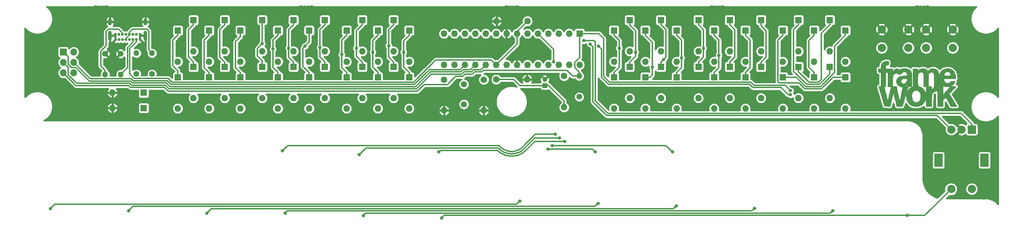
<source format=gtl>
G04 #@! TF.GenerationSoftware,KiCad,Pcbnew,(5.1.5)-3*
G04 #@! TF.CreationDate,2021-01-25T21:32:58-08:00*
G04 #@! TF.ProjectId,framework,6672616d-6577-46f7-926b-2e6b69636164,1*
G04 #@! TF.SameCoordinates,Original*
G04 #@! TF.FileFunction,Copper,L1,Top*
G04 #@! TF.FilePolarity,Positive*
%FSLAX46Y46*%
G04 Gerber Fmt 4.6, Leading zero omitted, Abs format (unit mm)*
G04 Created by KiCad (PCBNEW (5.1.5)-3) date 2021-01-25 21:32:58*
%MOMM*%
%LPD*%
G04 APERTURE LIST*
%ADD10C,0.010000*%
%ADD11C,1.200000*%
%ADD12R,1.200000X1.200000*%
%ADD13C,1.500000*%
%ADD14O,1.600000X1.600000*%
%ADD15R,1.600000X1.600000*%
%ADD16C,2.000000*%
%ADD17R,2.000000X3.200000*%
%ADD18R,2.000000X2.000000*%
%ADD19O,1.400000X1.400000*%
%ADD20C,1.400000*%
%ADD21C,1.600000*%
%ADD22O,0.900000X1.700000*%
%ADD23O,0.900000X2.400000*%
%ADD24C,0.700000*%
%ADD25O,1.700000X1.700000*%
%ADD26R,1.700000X1.700000*%
%ADD27C,0.800000*%
%ADD28C,0.500000*%
%ADD29C,0.350000*%
%ADD30C,0.254000*%
%ADD31C,0.400000*%
G04 APERTURE END LIST*
D10*
G36*
X309115916Y-216623434D02*
G01*
X309299914Y-216681198D01*
X309374000Y-216825772D01*
X309386956Y-217124145D01*
X309384581Y-217166735D01*
X309360971Y-217415962D01*
X309311622Y-217543115D01*
X309206713Y-217595405D01*
X309104245Y-217610536D01*
X308830075Y-217679594D01*
X308685270Y-217831348D01*
X308638981Y-218100844D01*
X308638579Y-218139512D01*
X308638579Y-218464745D01*
X310289579Y-218513211D01*
X310316264Y-218886368D01*
X310342950Y-219259526D01*
X310503020Y-218996312D01*
X310783858Y-218693103D01*
X311199276Y-218488438D01*
X311411412Y-218432014D01*
X311598397Y-218403487D01*
X311672982Y-218454382D01*
X311686575Y-218621225D01*
X311686579Y-218627523D01*
X311686579Y-218882290D01*
X312054505Y-218676652D01*
X312509369Y-218496124D01*
X313017080Y-218414771D01*
X313533673Y-218429132D01*
X314015183Y-218535744D01*
X314417644Y-218731146D01*
X314590431Y-218876313D01*
X314719870Y-219029958D01*
X314818326Y-219201954D01*
X314889877Y-219416961D01*
X314938598Y-219699640D01*
X314968564Y-220074655D01*
X314983851Y-220566665D01*
X314988535Y-221200333D01*
X314988579Y-221285485D01*
X314988579Y-222873544D01*
X314149082Y-222873544D01*
X313970163Y-223474321D01*
X313889758Y-223770707D01*
X313842250Y-223999943D01*
X313836465Y-224118149D01*
X313839578Y-224123432D01*
X313879859Y-224097874D01*
X313887912Y-224025133D01*
X313949484Y-223883017D01*
X314109593Y-223675566D01*
X314331328Y-223439071D01*
X314577779Y-223209821D01*
X314812035Y-223024107D01*
X314997185Y-222918220D01*
X315021386Y-222910702D01*
X315242579Y-222855187D01*
X315242579Y-221216699D01*
X316444145Y-221216699D01*
X316446941Y-221406187D01*
X316470245Y-222728037D01*
X316823798Y-222832337D01*
X317133377Y-222947932D01*
X317434241Y-223096302D01*
X317474200Y-223120100D01*
X317753810Y-223357192D01*
X318022069Y-223691255D01*
X318234080Y-224057666D01*
X318340781Y-224367381D01*
X318384965Y-224557545D01*
X318423126Y-224649878D01*
X318427001Y-224651544D01*
X318440512Y-224572710D01*
X318451334Y-224359528D01*
X318458174Y-224046978D01*
X318459775Y-223784941D01*
X322608579Y-223784941D01*
X322610874Y-224183078D01*
X322617145Y-224507716D01*
X322626472Y-224728280D01*
X322637932Y-224814197D01*
X322639585Y-224813822D01*
X322702231Y-224738376D01*
X322850387Y-224558443D01*
X323062259Y-224300529D01*
X323316051Y-223991140D01*
X323329930Y-223974211D01*
X323596537Y-223649498D01*
X323833474Y-223361885D01*
X324014787Y-223142813D01*
X324113911Y-223024438D01*
X324174135Y-222939820D01*
X324142529Y-222904274D01*
X323989962Y-222907698D01*
X323825733Y-222924535D01*
X323360379Y-222917861D01*
X323010745Y-222845427D01*
X322608579Y-222720783D01*
X322608579Y-223784941D01*
X318459775Y-223784941D01*
X318459912Y-223762544D01*
X318459912Y-222873544D01*
X317867245Y-222873544D01*
X317867245Y-221303362D01*
X317866627Y-220751742D01*
X317862766Y-220343700D01*
X317852650Y-220053479D01*
X317833271Y-219855326D01*
X317822994Y-219812518D01*
X319052579Y-219812518D01*
X319052579Y-222779141D01*
X319772245Y-222831211D01*
X319798616Y-223247219D01*
X319824987Y-223663228D01*
X319984586Y-223400790D01*
X320134609Y-223199872D01*
X320285359Y-223063423D01*
X320296881Y-223056803D01*
X320349194Y-223017718D01*
X320386933Y-222949264D01*
X320411563Y-222828371D01*
X320424547Y-222631968D01*
X320427351Y-222336985D01*
X320421440Y-221920350D01*
X320408277Y-221358993D01*
X320407245Y-221318484D01*
X320390136Y-220711027D01*
X320369738Y-220250841D01*
X320357919Y-220119158D01*
X322777912Y-220119158D01*
X322856599Y-220138070D01*
X323068766Y-220153073D01*
X323378572Y-220162259D01*
X323624579Y-220164211D01*
X324017418Y-220160288D01*
X324269542Y-220145577D01*
X324409449Y-220115661D01*
X324465639Y-220066123D01*
X324471245Y-220033006D01*
X324415592Y-219807917D01*
X324280313Y-219557259D01*
X324112924Y-219361957D01*
X324052602Y-219320054D01*
X323742237Y-219238343D01*
X323408090Y-219277194D01*
X323211140Y-219370942D01*
X323065745Y-219523938D01*
X322917592Y-219752451D01*
X322808657Y-219983988D01*
X322777912Y-220119158D01*
X320357919Y-220119158D01*
X320339674Y-219915892D01*
X320293566Y-219684145D01*
X320225036Y-219533567D01*
X320127706Y-219442124D01*
X319995199Y-219387780D01*
X319838003Y-219351862D01*
X319638289Y-219337600D01*
X319472823Y-219409891D01*
X319309971Y-219555126D01*
X319052579Y-219812518D01*
X317822994Y-219812518D01*
X317801617Y-219723483D01*
X317754679Y-219632197D01*
X317689445Y-219555710D01*
X317659427Y-219525362D01*
X317424216Y-219358161D01*
X317163042Y-219328733D01*
X316894995Y-219401672D01*
X316730958Y-219493413D01*
X316608843Y-219640990D01*
X316523877Y-219865755D01*
X316471287Y-220189060D01*
X316446301Y-220632257D01*
X316444145Y-221216699D01*
X315242579Y-221216699D01*
X315242579Y-218470877D01*
X316427912Y-218470877D01*
X316427912Y-218993930D01*
X316684541Y-218777991D01*
X317035661Y-218563867D01*
X317456756Y-218423251D01*
X317764131Y-218386683D01*
X318087299Y-218447332D01*
X318416339Y-218603496D01*
X318667334Y-218814354D01*
X318682215Y-218833271D01*
X318840912Y-219043773D01*
X319113764Y-218804277D01*
X319548163Y-218526919D01*
X320025256Y-218407849D01*
X320520082Y-218450821D01*
X320802811Y-218550309D01*
X321083962Y-218712972D01*
X321284250Y-218927195D01*
X321429809Y-219232224D01*
X321546773Y-219667302D01*
X321546834Y-219667582D01*
X321605527Y-219911112D01*
X321649661Y-220043587D01*
X321670211Y-220038372D01*
X321670514Y-220032668D01*
X321736806Y-219756607D01*
X321894167Y-219427281D01*
X322107003Y-219103809D01*
X322339723Y-218845311D01*
X322427471Y-218775370D01*
X322908926Y-218534352D01*
X323443208Y-218421781D01*
X323988449Y-218436361D01*
X324502784Y-218576797D01*
X324944348Y-218841794D01*
X324958417Y-218853691D01*
X325272518Y-219204820D01*
X325485672Y-219645565D01*
X325609956Y-220203490D01*
X325630853Y-220388498D01*
X325681065Y-220926211D01*
X324229488Y-220926211D01*
X323702714Y-220927013D01*
X323321697Y-220931297D01*
X323062866Y-220941884D01*
X322902646Y-220961589D01*
X322817464Y-220993232D01*
X322783746Y-221039631D01*
X322777912Y-221099748D01*
X322840363Y-221373555D01*
X322997797Y-221662038D01*
X323205333Y-221884417D01*
X323219600Y-221894738D01*
X323525161Y-222014020D01*
X323862915Y-222000227D01*
X324175904Y-221864247D01*
X324370213Y-221674774D01*
X324470689Y-221585506D01*
X324640386Y-221537202D01*
X324922602Y-221519664D01*
X325032085Y-221518877D01*
X325326781Y-221522138D01*
X325486180Y-221540681D01*
X325544307Y-221587640D01*
X325535186Y-221676155D01*
X325525457Y-221709377D01*
X325382215Y-221999920D01*
X325147357Y-222306141D01*
X324876311Y-222559746D01*
X324784037Y-222622902D01*
X324523776Y-222781176D01*
X325171246Y-222806193D01*
X325818717Y-222831211D01*
X324973313Y-223735983D01*
X324127908Y-224640755D01*
X324875195Y-225852649D01*
X325140220Y-226282689D01*
X325388709Y-226686335D01*
X325600688Y-227031112D01*
X325756184Y-227284540D01*
X325815768Y-227382044D01*
X326009056Y-227699544D01*
X324489404Y-227699544D01*
X323245022Y-225503772D01*
X322926800Y-225814508D01*
X322608579Y-226125243D01*
X322608579Y-227699544D01*
X321253912Y-227699544D01*
X321253912Y-223952568D01*
X320894079Y-224010002D01*
X320469706Y-224131083D01*
X320156553Y-224352770D01*
X320006258Y-224542872D01*
X319949697Y-224653596D01*
X319907474Y-224806359D01*
X319876804Y-225027709D01*
X319854903Y-225344195D01*
X319838985Y-225782364D01*
X319828751Y-226235026D01*
X319800591Y-227699544D01*
X318459912Y-227699544D01*
X318454015Y-226747044D01*
X318450841Y-226337087D01*
X318444850Y-226079220D01*
X318432198Y-225956203D01*
X318409044Y-225950794D01*
X318371546Y-226045754D01*
X318328381Y-226183238D01*
X318137070Y-226586934D01*
X317833778Y-226987776D01*
X317467316Y-227329807D01*
X317157802Y-227525261D01*
X316727881Y-227668440D01*
X316216694Y-227741441D01*
X315699660Y-227738308D01*
X315311121Y-227671111D01*
X314741256Y-227430237D01*
X314282815Y-227065168D01*
X313941115Y-226583676D01*
X313721474Y-225993532D01*
X313629208Y-225302507D01*
X313627768Y-225244572D01*
X314998059Y-225244572D01*
X315032264Y-225644312D01*
X315105874Y-225996718D01*
X315213759Y-226242742D01*
X315216680Y-226246786D01*
X315519901Y-226538476D01*
X315881351Y-226693093D01*
X316264452Y-226702280D01*
X316617963Y-226566945D01*
X316829997Y-226345599D01*
X316985758Y-226005786D01*
X317079054Y-225590798D01*
X317103694Y-225143926D01*
X317053487Y-224708462D01*
X316934662Y-224352629D01*
X316704105Y-224039925D01*
X316401359Y-223855014D01*
X316061197Y-223794421D01*
X315718396Y-223854665D01*
X315407730Y-224032270D01*
X315163973Y-224323756D01*
X315068377Y-224539293D01*
X315008388Y-224856549D01*
X314998059Y-225244572D01*
X313627768Y-225244572D01*
X313626898Y-225209588D01*
X313619885Y-224693877D01*
X313409288Y-225371211D01*
X313285372Y-225771524D01*
X313138009Y-226250205D01*
X312992933Y-226723585D01*
X312946999Y-226874044D01*
X312695307Y-227699544D01*
X311274795Y-227699544D01*
X311140020Y-227085711D01*
X311067861Y-226757380D01*
X310971928Y-226321321D01*
X310864905Y-225835167D01*
X310762706Y-225371211D01*
X310671447Y-224979213D01*
X310589430Y-224667753D01*
X310524259Y-224462780D01*
X310483537Y-224390243D01*
X310477433Y-224397544D01*
X310438395Y-224545513D01*
X310381147Y-224798416D01*
X310332176Y-225032544D01*
X310272102Y-225316361D01*
X310184610Y-225712197D01*
X310081502Y-226167340D01*
X309975958Y-226623216D01*
X309722262Y-227705889D01*
X308262936Y-227657211D01*
X306926489Y-222979377D01*
X308321992Y-222979377D01*
X308351739Y-223093313D01*
X308409500Y-223344239D01*
X308488896Y-223703344D01*
X308583543Y-224141816D01*
X308673631Y-224566877D01*
X308777750Y-225060550D01*
X308873018Y-225509163D01*
X308952700Y-225881239D01*
X309010061Y-226145304D01*
X309035969Y-226260211D01*
X309052330Y-226335775D01*
X309065825Y-226388372D01*
X309081617Y-226400323D01*
X309104868Y-226353953D01*
X309140740Y-226231586D01*
X309194396Y-226015545D01*
X309270997Y-225688154D01*
X309375706Y-225231736D01*
X309513685Y-224628615D01*
X309518131Y-224609211D01*
X309623936Y-224149011D01*
X309720695Y-223730991D01*
X309800149Y-223390637D01*
X309854033Y-223163436D01*
X309868038Y-223106377D01*
X309894840Y-222964624D01*
X309854659Y-222896590D01*
X309709006Y-222875222D01*
X309536757Y-222873544D01*
X309146579Y-222873544D01*
X309146579Y-221590748D01*
X310331912Y-221590748D01*
X310331912Y-222780028D01*
X310771527Y-222805619D01*
X311211143Y-222831211D01*
X311597027Y-224585731D01*
X311732624Y-225183575D01*
X311847789Y-225652832D01*
X311939888Y-225984025D01*
X312006287Y-226167679D01*
X312044315Y-226194398D01*
X312081983Y-226067677D01*
X312149062Y-225804897D01*
X312238453Y-225435351D01*
X312343059Y-224988331D01*
X312429457Y-224609211D01*
X313633912Y-224609211D01*
X313676245Y-224651544D01*
X313718579Y-224609211D01*
X313676245Y-224566877D01*
X313633912Y-224609211D01*
X312429457Y-224609211D01*
X312446481Y-224534510D01*
X312554633Y-224052367D01*
X312648635Y-223630219D01*
X312722634Y-223294598D01*
X312770780Y-223072039D01*
X312787245Y-222989343D01*
X312715559Y-222964555D01*
X312606568Y-222958211D01*
X312135675Y-222882825D01*
X311890340Y-222754267D01*
X313491070Y-222754267D01*
X313526980Y-222785387D01*
X313660063Y-222788877D01*
X313842371Y-222747385D01*
X313887912Y-222661877D01*
X313852578Y-222551752D01*
X313736113Y-222571882D01*
X313596563Y-222664570D01*
X313491070Y-222754267D01*
X311890340Y-222754267D01*
X311736936Y-222673882D01*
X311432148Y-222357200D01*
X311243109Y-221958599D01*
X311193312Y-221518877D01*
X312363912Y-221518877D01*
X312432622Y-221807286D01*
X312613387Y-222006296D01*
X312868164Y-222104890D01*
X313158907Y-222092048D01*
X313447570Y-221956752D01*
X313555758Y-221864057D01*
X313735151Y-221632284D01*
X313800068Y-221372776D01*
X313803245Y-221271390D01*
X313803245Y-220926211D01*
X313252912Y-220926211D01*
X312832868Y-220961606D01*
X312554128Y-221073973D01*
X312402782Y-221272585D01*
X312363912Y-221518877D01*
X311193312Y-221518877D01*
X311191615Y-221503896D01*
X311214858Y-221309703D01*
X311367915Y-220909830D01*
X311661744Y-220597304D01*
X312098170Y-220371039D01*
X312679015Y-220229951D01*
X313104745Y-220185268D01*
X313803245Y-220140342D01*
X313803245Y-219855943D01*
X313731742Y-219547214D01*
X313537746Y-219329393D01*
X313252022Y-219234525D01*
X313205012Y-219232877D01*
X312850370Y-219294586D01*
X312609544Y-219476839D01*
X312529746Y-219623080D01*
X312473309Y-219737865D01*
X312385417Y-219797975D01*
X312220875Y-219817146D01*
X311934483Y-219809119D01*
X311919966Y-219808432D01*
X311601364Y-219779989D01*
X311438618Y-219730662D01*
X311411412Y-219677377D01*
X311365837Y-219593008D01*
X311210520Y-219578401D01*
X310989394Y-219632198D01*
X310847124Y-219694814D01*
X310660517Y-219820658D01*
X310523157Y-219993874D01*
X310428334Y-220239157D01*
X310369337Y-220581202D01*
X310339457Y-221044702D01*
X310331912Y-221590748D01*
X309146579Y-221590748D01*
X309146579Y-219402211D01*
X308638579Y-219402211D01*
X308638579Y-221137877D01*
X308638069Y-221720863D01*
X308635060Y-222156100D01*
X308627335Y-222465173D01*
X308612674Y-222669665D01*
X308588859Y-222791162D01*
X308553673Y-222851246D01*
X308504895Y-222871503D01*
X308460187Y-222873544D01*
X308330569Y-222912800D01*
X308321992Y-222979377D01*
X306926489Y-222979377D01*
X306884158Y-222831211D01*
X307168702Y-222804933D01*
X307453245Y-222778655D01*
X307453245Y-219412432D01*
X307135745Y-219386155D01*
X306818245Y-219359877D01*
X306767063Y-218470877D01*
X307453245Y-218470877D01*
X307455105Y-218068711D01*
X307520352Y-217566514D01*
X307703938Y-217157870D01*
X307995156Y-216862726D01*
X308148886Y-216776544D01*
X308470363Y-216669969D01*
X308813132Y-216617240D01*
X309115916Y-216623434D01*
G37*
X309115916Y-216623434D02*
X309299914Y-216681198D01*
X309374000Y-216825772D01*
X309386956Y-217124145D01*
X309384581Y-217166735D01*
X309360971Y-217415962D01*
X309311622Y-217543115D01*
X309206713Y-217595405D01*
X309104245Y-217610536D01*
X308830075Y-217679594D01*
X308685270Y-217831348D01*
X308638981Y-218100844D01*
X308638579Y-218139512D01*
X308638579Y-218464745D01*
X310289579Y-218513211D01*
X310316264Y-218886368D01*
X310342950Y-219259526D01*
X310503020Y-218996312D01*
X310783858Y-218693103D01*
X311199276Y-218488438D01*
X311411412Y-218432014D01*
X311598397Y-218403487D01*
X311672982Y-218454382D01*
X311686575Y-218621225D01*
X311686579Y-218627523D01*
X311686579Y-218882290D01*
X312054505Y-218676652D01*
X312509369Y-218496124D01*
X313017080Y-218414771D01*
X313533673Y-218429132D01*
X314015183Y-218535744D01*
X314417644Y-218731146D01*
X314590431Y-218876313D01*
X314719870Y-219029958D01*
X314818326Y-219201954D01*
X314889877Y-219416961D01*
X314938598Y-219699640D01*
X314968564Y-220074655D01*
X314983851Y-220566665D01*
X314988535Y-221200333D01*
X314988579Y-221285485D01*
X314988579Y-222873544D01*
X314149082Y-222873544D01*
X313970163Y-223474321D01*
X313889758Y-223770707D01*
X313842250Y-223999943D01*
X313836465Y-224118149D01*
X313839578Y-224123432D01*
X313879859Y-224097874D01*
X313887912Y-224025133D01*
X313949484Y-223883017D01*
X314109593Y-223675566D01*
X314331328Y-223439071D01*
X314577779Y-223209821D01*
X314812035Y-223024107D01*
X314997185Y-222918220D01*
X315021386Y-222910702D01*
X315242579Y-222855187D01*
X315242579Y-221216699D01*
X316444145Y-221216699D01*
X316446941Y-221406187D01*
X316470245Y-222728037D01*
X316823798Y-222832337D01*
X317133377Y-222947932D01*
X317434241Y-223096302D01*
X317474200Y-223120100D01*
X317753810Y-223357192D01*
X318022069Y-223691255D01*
X318234080Y-224057666D01*
X318340781Y-224367381D01*
X318384965Y-224557545D01*
X318423126Y-224649878D01*
X318427001Y-224651544D01*
X318440512Y-224572710D01*
X318451334Y-224359528D01*
X318458174Y-224046978D01*
X318459775Y-223784941D01*
X322608579Y-223784941D01*
X322610874Y-224183078D01*
X322617145Y-224507716D01*
X322626472Y-224728280D01*
X322637932Y-224814197D01*
X322639585Y-224813822D01*
X322702231Y-224738376D01*
X322850387Y-224558443D01*
X323062259Y-224300529D01*
X323316051Y-223991140D01*
X323329930Y-223974211D01*
X323596537Y-223649498D01*
X323833474Y-223361885D01*
X324014787Y-223142813D01*
X324113911Y-223024438D01*
X324174135Y-222939820D01*
X324142529Y-222904274D01*
X323989962Y-222907698D01*
X323825733Y-222924535D01*
X323360379Y-222917861D01*
X323010745Y-222845427D01*
X322608579Y-222720783D01*
X322608579Y-223784941D01*
X318459775Y-223784941D01*
X318459912Y-223762544D01*
X318459912Y-222873544D01*
X317867245Y-222873544D01*
X317867245Y-221303362D01*
X317866627Y-220751742D01*
X317862766Y-220343700D01*
X317852650Y-220053479D01*
X317833271Y-219855326D01*
X317822994Y-219812518D01*
X319052579Y-219812518D01*
X319052579Y-222779141D01*
X319772245Y-222831211D01*
X319798616Y-223247219D01*
X319824987Y-223663228D01*
X319984586Y-223400790D01*
X320134609Y-223199872D01*
X320285359Y-223063423D01*
X320296881Y-223056803D01*
X320349194Y-223017718D01*
X320386933Y-222949264D01*
X320411563Y-222828371D01*
X320424547Y-222631968D01*
X320427351Y-222336985D01*
X320421440Y-221920350D01*
X320408277Y-221358993D01*
X320407245Y-221318484D01*
X320390136Y-220711027D01*
X320369738Y-220250841D01*
X320357919Y-220119158D01*
X322777912Y-220119158D01*
X322856599Y-220138070D01*
X323068766Y-220153073D01*
X323378572Y-220162259D01*
X323624579Y-220164211D01*
X324017418Y-220160288D01*
X324269542Y-220145577D01*
X324409449Y-220115661D01*
X324465639Y-220066123D01*
X324471245Y-220033006D01*
X324415592Y-219807917D01*
X324280313Y-219557259D01*
X324112924Y-219361957D01*
X324052602Y-219320054D01*
X323742237Y-219238343D01*
X323408090Y-219277194D01*
X323211140Y-219370942D01*
X323065745Y-219523938D01*
X322917592Y-219752451D01*
X322808657Y-219983988D01*
X322777912Y-220119158D01*
X320357919Y-220119158D01*
X320339674Y-219915892D01*
X320293566Y-219684145D01*
X320225036Y-219533567D01*
X320127706Y-219442124D01*
X319995199Y-219387780D01*
X319838003Y-219351862D01*
X319638289Y-219337600D01*
X319472823Y-219409891D01*
X319309971Y-219555126D01*
X319052579Y-219812518D01*
X317822994Y-219812518D01*
X317801617Y-219723483D01*
X317754679Y-219632197D01*
X317689445Y-219555710D01*
X317659427Y-219525362D01*
X317424216Y-219358161D01*
X317163042Y-219328733D01*
X316894995Y-219401672D01*
X316730958Y-219493413D01*
X316608843Y-219640990D01*
X316523877Y-219865755D01*
X316471287Y-220189060D01*
X316446301Y-220632257D01*
X316444145Y-221216699D01*
X315242579Y-221216699D01*
X315242579Y-218470877D01*
X316427912Y-218470877D01*
X316427912Y-218993930D01*
X316684541Y-218777991D01*
X317035661Y-218563867D01*
X317456756Y-218423251D01*
X317764131Y-218386683D01*
X318087299Y-218447332D01*
X318416339Y-218603496D01*
X318667334Y-218814354D01*
X318682215Y-218833271D01*
X318840912Y-219043773D01*
X319113764Y-218804277D01*
X319548163Y-218526919D01*
X320025256Y-218407849D01*
X320520082Y-218450821D01*
X320802811Y-218550309D01*
X321083962Y-218712972D01*
X321284250Y-218927195D01*
X321429809Y-219232224D01*
X321546773Y-219667302D01*
X321546834Y-219667582D01*
X321605527Y-219911112D01*
X321649661Y-220043587D01*
X321670211Y-220038372D01*
X321670514Y-220032668D01*
X321736806Y-219756607D01*
X321894167Y-219427281D01*
X322107003Y-219103809D01*
X322339723Y-218845311D01*
X322427471Y-218775370D01*
X322908926Y-218534352D01*
X323443208Y-218421781D01*
X323988449Y-218436361D01*
X324502784Y-218576797D01*
X324944348Y-218841794D01*
X324958417Y-218853691D01*
X325272518Y-219204820D01*
X325485672Y-219645565D01*
X325609956Y-220203490D01*
X325630853Y-220388498D01*
X325681065Y-220926211D01*
X324229488Y-220926211D01*
X323702714Y-220927013D01*
X323321697Y-220931297D01*
X323062866Y-220941884D01*
X322902646Y-220961589D01*
X322817464Y-220993232D01*
X322783746Y-221039631D01*
X322777912Y-221099748D01*
X322840363Y-221373555D01*
X322997797Y-221662038D01*
X323205333Y-221884417D01*
X323219600Y-221894738D01*
X323525161Y-222014020D01*
X323862915Y-222000227D01*
X324175904Y-221864247D01*
X324370213Y-221674774D01*
X324470689Y-221585506D01*
X324640386Y-221537202D01*
X324922602Y-221519664D01*
X325032085Y-221518877D01*
X325326781Y-221522138D01*
X325486180Y-221540681D01*
X325544307Y-221587640D01*
X325535186Y-221676155D01*
X325525457Y-221709377D01*
X325382215Y-221999920D01*
X325147357Y-222306141D01*
X324876311Y-222559746D01*
X324784037Y-222622902D01*
X324523776Y-222781176D01*
X325171246Y-222806193D01*
X325818717Y-222831211D01*
X324973313Y-223735983D01*
X324127908Y-224640755D01*
X324875195Y-225852649D01*
X325140220Y-226282689D01*
X325388709Y-226686335D01*
X325600688Y-227031112D01*
X325756184Y-227284540D01*
X325815768Y-227382044D01*
X326009056Y-227699544D01*
X324489404Y-227699544D01*
X323245022Y-225503772D01*
X322926800Y-225814508D01*
X322608579Y-226125243D01*
X322608579Y-227699544D01*
X321253912Y-227699544D01*
X321253912Y-223952568D01*
X320894079Y-224010002D01*
X320469706Y-224131083D01*
X320156553Y-224352770D01*
X320006258Y-224542872D01*
X319949697Y-224653596D01*
X319907474Y-224806359D01*
X319876804Y-225027709D01*
X319854903Y-225344195D01*
X319838985Y-225782364D01*
X319828751Y-226235026D01*
X319800591Y-227699544D01*
X318459912Y-227699544D01*
X318454015Y-226747044D01*
X318450841Y-226337087D01*
X318444850Y-226079220D01*
X318432198Y-225956203D01*
X318409044Y-225950794D01*
X318371546Y-226045754D01*
X318328381Y-226183238D01*
X318137070Y-226586934D01*
X317833778Y-226987776D01*
X317467316Y-227329807D01*
X317157802Y-227525261D01*
X316727881Y-227668440D01*
X316216694Y-227741441D01*
X315699660Y-227738308D01*
X315311121Y-227671111D01*
X314741256Y-227430237D01*
X314282815Y-227065168D01*
X313941115Y-226583676D01*
X313721474Y-225993532D01*
X313629208Y-225302507D01*
X313627768Y-225244572D01*
X314998059Y-225244572D01*
X315032264Y-225644312D01*
X315105874Y-225996718D01*
X315213759Y-226242742D01*
X315216680Y-226246786D01*
X315519901Y-226538476D01*
X315881351Y-226693093D01*
X316264452Y-226702280D01*
X316617963Y-226566945D01*
X316829997Y-226345599D01*
X316985758Y-226005786D01*
X317079054Y-225590798D01*
X317103694Y-225143926D01*
X317053487Y-224708462D01*
X316934662Y-224352629D01*
X316704105Y-224039925D01*
X316401359Y-223855014D01*
X316061197Y-223794421D01*
X315718396Y-223854665D01*
X315407730Y-224032270D01*
X315163973Y-224323756D01*
X315068377Y-224539293D01*
X315008388Y-224856549D01*
X314998059Y-225244572D01*
X313627768Y-225244572D01*
X313626898Y-225209588D01*
X313619885Y-224693877D01*
X313409288Y-225371211D01*
X313285372Y-225771524D01*
X313138009Y-226250205D01*
X312992933Y-226723585D01*
X312946999Y-226874044D01*
X312695307Y-227699544D01*
X311274795Y-227699544D01*
X311140020Y-227085711D01*
X311067861Y-226757380D01*
X310971928Y-226321321D01*
X310864905Y-225835167D01*
X310762706Y-225371211D01*
X310671447Y-224979213D01*
X310589430Y-224667753D01*
X310524259Y-224462780D01*
X310483537Y-224390243D01*
X310477433Y-224397544D01*
X310438395Y-224545513D01*
X310381147Y-224798416D01*
X310332176Y-225032544D01*
X310272102Y-225316361D01*
X310184610Y-225712197D01*
X310081502Y-226167340D01*
X309975958Y-226623216D01*
X309722262Y-227705889D01*
X308262936Y-227657211D01*
X306926489Y-222979377D01*
X308321992Y-222979377D01*
X308351739Y-223093313D01*
X308409500Y-223344239D01*
X308488896Y-223703344D01*
X308583543Y-224141816D01*
X308673631Y-224566877D01*
X308777750Y-225060550D01*
X308873018Y-225509163D01*
X308952700Y-225881239D01*
X309010061Y-226145304D01*
X309035969Y-226260211D01*
X309052330Y-226335775D01*
X309065825Y-226388372D01*
X309081617Y-226400323D01*
X309104868Y-226353953D01*
X309140740Y-226231586D01*
X309194396Y-226015545D01*
X309270997Y-225688154D01*
X309375706Y-225231736D01*
X309513685Y-224628615D01*
X309518131Y-224609211D01*
X309623936Y-224149011D01*
X309720695Y-223730991D01*
X309800149Y-223390637D01*
X309854033Y-223163436D01*
X309868038Y-223106377D01*
X309894840Y-222964624D01*
X309854659Y-222896590D01*
X309709006Y-222875222D01*
X309536757Y-222873544D01*
X309146579Y-222873544D01*
X309146579Y-221590748D01*
X310331912Y-221590748D01*
X310331912Y-222780028D01*
X310771527Y-222805619D01*
X311211143Y-222831211D01*
X311597027Y-224585731D01*
X311732624Y-225183575D01*
X311847789Y-225652832D01*
X311939888Y-225984025D01*
X312006287Y-226167679D01*
X312044315Y-226194398D01*
X312081983Y-226067677D01*
X312149062Y-225804897D01*
X312238453Y-225435351D01*
X312343059Y-224988331D01*
X312429457Y-224609211D01*
X313633912Y-224609211D01*
X313676245Y-224651544D01*
X313718579Y-224609211D01*
X313676245Y-224566877D01*
X313633912Y-224609211D01*
X312429457Y-224609211D01*
X312446481Y-224534510D01*
X312554633Y-224052367D01*
X312648635Y-223630219D01*
X312722634Y-223294598D01*
X312770780Y-223072039D01*
X312787245Y-222989343D01*
X312715559Y-222964555D01*
X312606568Y-222958211D01*
X312135675Y-222882825D01*
X311890340Y-222754267D01*
X313491070Y-222754267D01*
X313526980Y-222785387D01*
X313660063Y-222788877D01*
X313842371Y-222747385D01*
X313887912Y-222661877D01*
X313852578Y-222551752D01*
X313736113Y-222571882D01*
X313596563Y-222664570D01*
X313491070Y-222754267D01*
X311890340Y-222754267D01*
X311736936Y-222673882D01*
X311432148Y-222357200D01*
X311243109Y-221958599D01*
X311193312Y-221518877D01*
X312363912Y-221518877D01*
X312432622Y-221807286D01*
X312613387Y-222006296D01*
X312868164Y-222104890D01*
X313158907Y-222092048D01*
X313447570Y-221956752D01*
X313555758Y-221864057D01*
X313735151Y-221632284D01*
X313800068Y-221372776D01*
X313803245Y-221271390D01*
X313803245Y-220926211D01*
X313252912Y-220926211D01*
X312832868Y-220961606D01*
X312554128Y-221073973D01*
X312402782Y-221272585D01*
X312363912Y-221518877D01*
X311193312Y-221518877D01*
X311191615Y-221503896D01*
X311214858Y-221309703D01*
X311367915Y-220909830D01*
X311661744Y-220597304D01*
X312098170Y-220371039D01*
X312679015Y-220229951D01*
X313104745Y-220185268D01*
X313803245Y-220140342D01*
X313803245Y-219855943D01*
X313731742Y-219547214D01*
X313537746Y-219329393D01*
X313252022Y-219234525D01*
X313205012Y-219232877D01*
X312850370Y-219294586D01*
X312609544Y-219476839D01*
X312529746Y-219623080D01*
X312473309Y-219737865D01*
X312385417Y-219797975D01*
X312220875Y-219817146D01*
X311934483Y-219809119D01*
X311919966Y-219808432D01*
X311601364Y-219779989D01*
X311438618Y-219730662D01*
X311411412Y-219677377D01*
X311365837Y-219593008D01*
X311210520Y-219578401D01*
X310989394Y-219632198D01*
X310847124Y-219694814D01*
X310660517Y-219820658D01*
X310523157Y-219993874D01*
X310428334Y-220239157D01*
X310369337Y-220581202D01*
X310339457Y-221044702D01*
X310331912Y-221590748D01*
X309146579Y-221590748D01*
X309146579Y-219402211D01*
X308638579Y-219402211D01*
X308638579Y-221137877D01*
X308638069Y-221720863D01*
X308635060Y-222156100D01*
X308627335Y-222465173D01*
X308612674Y-222669665D01*
X308588859Y-222791162D01*
X308553673Y-222851246D01*
X308504895Y-222871503D01*
X308460187Y-222873544D01*
X308330569Y-222912800D01*
X308321992Y-222979377D01*
X306926489Y-222979377D01*
X306884158Y-222831211D01*
X307168702Y-222804933D01*
X307453245Y-222778655D01*
X307453245Y-219412432D01*
X307135745Y-219386155D01*
X306818245Y-219359877D01*
X306767063Y-218470877D01*
X307453245Y-218470877D01*
X307455105Y-218068711D01*
X307520352Y-217566514D01*
X307703938Y-217157870D01*
X307995156Y-216862726D01*
X308148886Y-216776544D01*
X308470363Y-216669969D01*
X308813132Y-216617240D01*
X309115916Y-216623434D01*
D11*
X225631375Y-221123125D03*
D12*
X225631375Y-222623125D03*
D13*
X205946375Y-222297625D03*
X205946375Y-227177625D03*
D14*
X234100750Y-217551000D03*
X201080750Y-209931000D03*
X231560750Y-217551000D03*
X203620750Y-209931000D03*
X229020750Y-217551000D03*
X206160750Y-209931000D03*
X226480750Y-217551000D03*
X208700750Y-209931000D03*
X223940750Y-217551000D03*
X211240750Y-209931000D03*
X221400750Y-217551000D03*
X213780750Y-209931000D03*
X218860750Y-217551000D03*
X216320750Y-209931000D03*
X216320750Y-217551000D03*
X218860750Y-209931000D03*
X213780750Y-217551000D03*
X221400750Y-209931000D03*
X211240750Y-217551000D03*
X223940750Y-209931000D03*
X208700750Y-217551000D03*
X226480750Y-209931000D03*
X206160750Y-217551000D03*
X229020750Y-209931000D03*
X203620750Y-217551000D03*
X231560750Y-209931000D03*
X201080750Y-217551000D03*
D15*
X234100750Y-209931000D03*
D16*
X324588500Y-247855500D03*
X329588500Y-247855500D03*
D17*
X321488500Y-240855500D03*
X332688500Y-240855500D03*
D16*
X324588500Y-233355500D03*
X327088500Y-233355500D03*
D18*
X329588500Y-233355500D03*
D16*
X318452500Y-213415000D03*
X318452500Y-208915000D03*
X324952500Y-213415000D03*
X324952500Y-208915000D03*
X307657500Y-213415000D03*
X307657500Y-208915000D03*
X314157500Y-213415000D03*
X314157500Y-208915000D03*
D19*
X122380375Y-219900500D03*
D20*
X122380375Y-214820500D03*
D19*
X118570375Y-219900500D03*
D20*
X118570375Y-214820500D03*
D14*
X230330375Y-227917625D03*
D21*
X230330375Y-220297625D03*
D19*
X126190375Y-214709625D03*
D20*
X126190375Y-219789625D03*
D19*
X130000375Y-214709625D03*
D20*
X130000375Y-219789625D03*
D19*
X234013375Y-220297625D03*
D20*
X234013375Y-225377625D03*
D22*
X119761000Y-207059000D03*
X128411000Y-207059000D03*
D23*
X119761000Y-210439000D03*
X128411000Y-210439000D03*
D24*
X123661000Y-210069000D03*
X121111000Y-210069000D03*
X121961000Y-210069000D03*
X122811000Y-210069000D03*
X127061000Y-210069000D03*
X125361000Y-210069000D03*
X124511000Y-210069000D03*
X126211000Y-210069000D03*
X121111000Y-211419000D03*
X121961000Y-211419000D03*
X122811000Y-211419000D03*
X123661000Y-211419000D03*
X124511000Y-211419000D03*
X125361000Y-211419000D03*
X126211000Y-211419000D03*
X127061000Y-211419000D03*
D25*
X110918625Y-219535375D03*
X108378625Y-219535375D03*
X110918625Y-216995375D03*
X108378625Y-216995375D03*
X110918625Y-214455375D03*
D26*
X108378625Y-214455375D03*
D14*
X283591000Y-228219000D03*
D15*
X283591000Y-220599000D03*
D14*
X192611000Y-228219000D03*
D15*
X192611000Y-220599000D03*
D14*
X287401000Y-225679000D03*
D15*
X287401000Y-218059000D03*
D14*
X188801000Y-225679000D03*
D15*
X188801000Y-218059000D03*
D14*
X291211000Y-228219000D03*
D15*
X291211000Y-220599000D03*
D14*
X184991000Y-228219000D03*
D15*
X184991000Y-220599000D03*
D14*
X295021000Y-225679000D03*
D15*
X295021000Y-218059000D03*
D14*
X181181000Y-225679000D03*
D15*
X181181000Y-218059000D03*
D14*
X298831000Y-228219000D03*
D15*
X298831000Y-220599000D03*
D14*
X177371000Y-228219000D03*
D15*
X177371000Y-220599000D03*
D14*
X298831000Y-216789000D03*
D15*
X298831000Y-209169000D03*
D14*
X192611000Y-216789000D03*
D15*
X192611000Y-209169000D03*
D14*
X295021000Y-214249000D03*
D15*
X295021000Y-206629000D03*
D14*
X188801000Y-214249000D03*
D15*
X188801000Y-206629000D03*
D14*
X291211000Y-216789000D03*
D15*
X291211000Y-209169000D03*
D14*
X184991000Y-216789000D03*
D15*
X184991000Y-209169000D03*
D14*
X287401000Y-214249000D03*
D15*
X287401000Y-206629000D03*
D14*
X181181000Y-214249000D03*
D15*
X181181000Y-206629000D03*
D14*
X283591000Y-216789000D03*
D15*
X283591000Y-209169000D03*
D14*
X177371000Y-216789000D03*
D15*
X177371000Y-209169000D03*
D14*
X278281000Y-225679000D03*
D15*
X278281000Y-218059000D03*
D14*
X172061000Y-225679000D03*
D15*
X172061000Y-218059000D03*
D14*
X274471000Y-228219000D03*
D15*
X274471000Y-220599000D03*
D14*
X168251000Y-228219000D03*
D15*
X168251000Y-220599000D03*
D14*
X270661000Y-225679000D03*
D15*
X270661000Y-218059000D03*
D14*
X164441000Y-225679000D03*
D15*
X164441000Y-218059000D03*
D14*
X266851000Y-228219000D03*
D15*
X266851000Y-220599000D03*
D14*
X160631000Y-228219000D03*
D15*
X160631000Y-220599000D03*
D14*
X263041000Y-225679000D03*
D15*
X263041000Y-218059000D03*
D14*
X156821000Y-225679000D03*
D15*
X156821000Y-218059000D03*
D14*
X278281000Y-214249000D03*
D15*
X278281000Y-206629000D03*
D14*
X172061000Y-214249000D03*
D15*
X172061000Y-206629000D03*
D14*
X274471000Y-216789000D03*
D15*
X274471000Y-209169000D03*
D14*
X168251000Y-216789000D03*
D15*
X168251000Y-209169000D03*
D14*
X270661000Y-214249000D03*
D15*
X270661000Y-206629000D03*
D14*
X164441000Y-214249000D03*
D15*
X164441000Y-206629000D03*
D14*
X266851000Y-216789000D03*
D15*
X266851000Y-209169000D03*
D14*
X160631000Y-216789000D03*
D15*
X160631000Y-209169000D03*
D14*
X263041000Y-214249000D03*
D15*
X263041000Y-206629000D03*
D14*
X156821000Y-214249000D03*
D15*
X156821000Y-206629000D03*
D14*
X257731000Y-228219000D03*
D15*
X257731000Y-220599000D03*
D14*
X151511000Y-228219000D03*
D15*
X151511000Y-220599000D03*
D14*
X253921000Y-225679000D03*
D15*
X253921000Y-218059000D03*
D14*
X147701000Y-225679000D03*
D15*
X147701000Y-218059000D03*
D14*
X250111000Y-228219000D03*
D15*
X250111000Y-220599000D03*
D14*
X143891000Y-228219000D03*
D15*
X143891000Y-220599000D03*
D14*
X246301000Y-225679000D03*
D15*
X246301000Y-218059000D03*
D14*
X140081000Y-225679000D03*
D15*
X140081000Y-218059000D03*
D14*
X242491000Y-228219000D03*
D15*
X242491000Y-220599000D03*
D14*
X136271000Y-228219000D03*
D15*
X136271000Y-220599000D03*
D14*
X257731000Y-216789000D03*
D15*
X257731000Y-209169000D03*
D14*
X151511000Y-216789000D03*
D15*
X151511000Y-209169000D03*
D14*
X253921000Y-214249000D03*
D15*
X253921000Y-206629000D03*
D14*
X147701000Y-214249000D03*
D15*
X147701000Y-206629000D03*
D14*
X250111000Y-216789000D03*
D15*
X250111000Y-209169000D03*
D14*
X143891000Y-216789000D03*
D15*
X143891000Y-209169000D03*
D14*
X246301000Y-214249000D03*
D15*
X246301000Y-206629000D03*
D14*
X140081000Y-214249000D03*
D15*
X140081000Y-206629000D03*
D14*
X242491000Y-216789000D03*
D15*
X242491000Y-209169000D03*
D14*
X136271000Y-216789000D03*
D15*
X136271000Y-209169000D03*
D14*
X120348375Y-224361625D03*
D15*
X127968375Y-224361625D03*
D14*
X120348375Y-228107875D03*
D15*
X127968375Y-228107875D03*
D21*
X210772375Y-221179625D03*
D14*
X210772375Y-228679625D03*
D21*
X201120375Y-221179625D03*
D14*
X201120375Y-228679625D03*
D21*
X221400750Y-206883000D03*
D14*
X213900750Y-206883000D03*
D21*
X213813375Y-221123125D03*
D14*
X221313375Y-221123125D03*
D27*
X156821000Y-212423000D03*
X176195999Y-215043376D03*
X264251000Y-213493000D03*
X243751000Y-213493000D03*
X159455999Y-213697999D03*
X179751000Y-213493000D03*
X268026001Y-215268001D03*
X247751000Y-214493000D03*
X163256811Y-213474000D03*
X183751000Y-214493000D03*
X251841000Y-218138375D03*
X258906001Y-215837999D03*
X254552313Y-216277688D03*
X285448375Y-223853625D03*
X227790375Y-216768000D03*
X167251000Y-212993000D03*
X187625999Y-212867999D03*
X285448375Y-224869625D03*
X238698452Y-213017960D03*
X219516000Y-250796460D03*
X105216000Y-252670000D03*
X237950375Y-238839625D03*
X226441000Y-238154355D03*
X238566000Y-251391855D03*
X124266000Y-253177320D03*
X256746375Y-238839625D03*
X227457000Y-237245574D03*
X257616000Y-251987250D03*
X143316000Y-253772715D03*
X161750375Y-238585625D03*
X228219000Y-234521375D03*
X276666000Y-252582645D03*
X162366000Y-253772795D03*
X180467000Y-239522000D03*
X229235000Y-235437670D03*
X295716000Y-253178040D03*
X181416000Y-254368190D03*
X199850375Y-238839625D03*
X313864625Y-254333375D03*
X230505000Y-236299625D03*
X200466000Y-254963585D03*
X235156375Y-211661625D03*
X236680375Y-212467950D03*
X170885999Y-213358001D03*
X191251000Y-214493000D03*
D28*
X121111000Y-211419000D02*
X121111000Y-210069000D01*
X120741000Y-210439000D02*
X121111000Y-210069000D01*
X119761000Y-210439000D02*
X120741000Y-210439000D01*
X127431000Y-210439000D02*
X127061000Y-210069000D01*
X128411000Y-210439000D02*
X127431000Y-210439000D01*
X127061000Y-211419000D02*
X127061000Y-210069000D01*
D29*
X218900375Y-217511375D02*
X218860750Y-217551000D01*
X212605749Y-216375999D02*
X213780750Y-217551000D01*
X199109003Y-216375999D02*
X212605749Y-216375999D01*
X193711001Y-221774001D02*
X199109003Y-216375999D01*
X126211000Y-211419000D02*
X126211000Y-211942375D01*
X133936378Y-220864626D02*
X134845753Y-221774001D01*
X134845753Y-221774001D02*
X193711001Y-221774001D01*
X125674374Y-220864626D02*
X133936378Y-220864626D01*
X125674374Y-220864626D02*
X124587000Y-219777252D01*
X124587000Y-213566375D02*
X126211000Y-211942375D01*
X124587000Y-219777252D02*
X124587000Y-213566375D01*
X218860750Y-209423000D02*
X218860750Y-209931000D01*
X221400750Y-206883000D02*
X218860750Y-209423000D01*
X213813375Y-221123125D02*
X213820375Y-221123125D01*
X218860750Y-212471000D02*
X218860750Y-209931000D01*
X213780750Y-217551000D02*
X218860750Y-212471000D01*
X230330375Y-226786255D02*
X230330375Y-227917625D01*
X225631375Y-222623125D02*
X226581375Y-222623125D01*
X230330375Y-226372125D02*
X230330375Y-226786255D01*
X226581375Y-222623125D02*
X230330375Y-226372125D01*
X225631375Y-222623125D02*
X219559795Y-222623125D01*
X218059795Y-221123125D02*
X213813375Y-221123125D01*
X219559795Y-222623125D02*
X218059795Y-221123125D01*
X129236010Y-213945260D02*
X129236010Y-209347270D01*
X129236010Y-209347270D02*
X128752730Y-208863990D01*
X128752730Y-208863990D02*
X125221036Y-208863990D01*
X130000375Y-214709625D02*
X129236010Y-213945260D01*
X124511000Y-209574026D02*
X124511000Y-210069000D01*
X125221036Y-208863990D02*
X124511000Y-209574026D01*
X123661000Y-211142002D02*
X124511000Y-210292002D01*
X123661000Y-211419000D02*
X123661000Y-211142002D01*
X124511000Y-210292002D02*
X124511000Y-210069000D01*
X117495374Y-217835550D02*
X117495374Y-214260626D01*
X118570375Y-219900500D02*
X118570375Y-218910551D01*
X118570375Y-218910551D02*
X117495374Y-217835550D01*
X117495374Y-214260626D02*
X118824375Y-212931625D01*
X122686001Y-209944001D02*
X122811000Y-210069000D01*
X118824375Y-209458885D02*
X119419270Y-208863990D01*
X118824375Y-212931625D02*
X118824375Y-209458885D01*
X119419270Y-208863990D02*
X121828992Y-208863990D01*
X121828992Y-208863990D02*
X122686001Y-209720999D01*
X122686001Y-209720999D02*
X122686001Y-209944001D01*
X122380375Y-219900500D02*
X124036990Y-218243885D01*
X125361000Y-211913974D02*
X125361000Y-211419000D01*
X125361000Y-212014544D02*
X125361000Y-211913974D01*
X124036990Y-213338554D02*
X125361000Y-212014544D01*
X124036990Y-218243885D02*
X124036990Y-213338554D01*
X136271000Y-209169000D02*
X136271000Y-210319000D01*
X135095999Y-211494001D02*
X135095999Y-217837999D01*
X136271000Y-210319000D02*
X135095999Y-211494001D01*
X136271000Y-219013000D02*
X136271000Y-220599000D01*
X135095999Y-217837999D02*
X136271000Y-219013000D01*
X156821000Y-206629000D02*
X156821000Y-212423000D01*
X155645999Y-213598001D02*
X155645999Y-215387999D01*
X156821000Y-212423000D02*
X155645999Y-213598001D01*
X156821000Y-216563000D02*
X156821000Y-218059000D01*
X155645999Y-215387999D02*
X156821000Y-216563000D01*
X177371000Y-209169000D02*
X177371000Y-210319000D01*
X176195999Y-211494001D02*
X177371000Y-210319000D01*
X176195999Y-218273999D02*
X176195999Y-215043376D01*
X177371000Y-219449000D02*
X176195999Y-218273999D01*
X177371000Y-220599000D02*
X177371000Y-219449000D01*
X176195999Y-215043376D02*
X176195999Y-211494001D01*
X242491000Y-209169000D02*
X242491000Y-210319000D01*
X242491000Y-210319000D02*
X243751000Y-211579000D01*
X243751000Y-211579000D02*
X243751000Y-213493000D01*
X295819493Y-220599000D02*
X298831000Y-220599000D01*
X293316653Y-223101840D02*
X295819493Y-220599000D01*
X292994464Y-223424031D02*
X293316653Y-223101840D01*
X288935369Y-223424031D02*
X292994464Y-223424031D01*
X283591000Y-209169000D02*
X283591000Y-210319000D01*
X287504338Y-221993000D02*
X288935369Y-223424031D01*
X283591000Y-210319000D02*
X282415999Y-211494001D01*
X282415999Y-211494001D02*
X282415999Y-221699001D01*
X282709998Y-221993000D02*
X287504338Y-221993000D01*
X282415999Y-221699001D02*
X282709998Y-221993000D01*
X263041000Y-216844375D02*
X263041000Y-218059000D01*
X264251000Y-213493000D02*
X264251000Y-215634375D01*
X264251000Y-215634375D02*
X263041000Y-216844375D01*
X264251000Y-212993000D02*
X264251000Y-213493000D01*
X264251000Y-208989000D02*
X264251000Y-212993000D01*
X263041000Y-206629000D02*
X263041000Y-207779000D01*
X263041000Y-207779000D02*
X264251000Y-208989000D01*
X243751000Y-217268002D02*
X243751000Y-213493000D01*
X243751000Y-218189000D02*
X243751000Y-217268002D01*
X242491000Y-220599000D02*
X242491000Y-219449000D01*
X242491000Y-219449000D02*
X243751000Y-218189000D01*
X138905999Y-208954001D02*
X138905999Y-215647999D01*
X140081000Y-206629000D02*
X140081000Y-207779000D01*
X140081000Y-207779000D02*
X138905999Y-208954001D01*
X140081000Y-216823000D02*
X140081000Y-218059000D01*
X138905999Y-215647999D02*
X140081000Y-216823000D01*
X160631000Y-209169000D02*
X160631000Y-210319000D01*
X160631000Y-210319000D02*
X159455999Y-211494001D01*
X160631000Y-219373000D02*
X160631000Y-220599000D01*
X159455999Y-218197999D02*
X160631000Y-219373000D01*
X181181000Y-207779000D02*
X179751000Y-209209000D01*
X181181000Y-206629000D02*
X181181000Y-207779000D01*
X159455999Y-213697999D02*
X159455999Y-218197999D01*
X159455999Y-211494001D02*
X159455999Y-213697999D01*
X179751000Y-213493000D02*
X179751000Y-214993000D01*
X179751000Y-209209000D02*
X179751000Y-213493000D01*
X179751000Y-215479000D02*
X179751000Y-214993000D01*
X181181000Y-216909000D02*
X179751000Y-215479000D01*
X181181000Y-218059000D02*
X181181000Y-216909000D01*
X246301000Y-207779000D02*
X247751000Y-209229000D01*
X246301000Y-206629000D02*
X246301000Y-207779000D01*
X268026001Y-218268001D02*
X266851000Y-219443002D01*
X266851000Y-209169000D02*
X266851000Y-210319000D01*
X266851000Y-219443002D02*
X266851000Y-220599000D01*
X266851000Y-210319000D02*
X268026001Y-211494001D01*
X295021000Y-219209000D02*
X295021000Y-218059000D01*
X295021000Y-219841833D02*
X295021000Y-219209000D01*
X292538822Y-222324011D02*
X295021000Y-219841833D01*
X289391009Y-222324011D02*
X292538822Y-222324011D01*
X286225999Y-219159001D02*
X289391009Y-222324011D01*
X286225999Y-208954001D02*
X286225999Y-219159001D01*
X287401000Y-207779000D02*
X286225999Y-208954001D01*
X287401000Y-206629000D02*
X287401000Y-207779000D01*
X268026001Y-211494001D02*
X268026001Y-215268001D01*
X268026001Y-215268001D02*
X268026001Y-218268001D01*
X247751000Y-209229000D02*
X247751000Y-214493000D01*
X247751000Y-214493000D02*
X247751000Y-214993000D01*
X247751000Y-215459000D02*
X247751000Y-214993000D01*
X246301000Y-216909000D02*
X247751000Y-215459000D01*
X246301000Y-218059000D02*
X246301000Y-216909000D01*
X184991000Y-210319000D02*
X183751000Y-211559000D01*
X184991000Y-209169000D02*
X184991000Y-210319000D01*
X183751000Y-211559000D02*
X183751000Y-212993000D01*
X183751000Y-212993000D02*
X183751000Y-214493000D01*
X143891000Y-210319000D02*
X143891000Y-209169000D01*
X142715999Y-211494001D02*
X143891000Y-210319000D01*
X142715999Y-218273999D02*
X142715999Y-211494001D01*
X143891000Y-219449000D02*
X142715999Y-218273999D01*
X143891000Y-220599000D02*
X143891000Y-219449000D01*
X163265999Y-208954001D02*
X164441000Y-207779000D01*
X164441000Y-216909000D02*
X163265999Y-215733999D01*
X164441000Y-207779000D02*
X164441000Y-206629000D01*
X163265999Y-215733999D02*
X163265999Y-208954001D01*
X164441000Y-218059000D02*
X164441000Y-216909000D01*
X183751000Y-214493000D02*
X183751000Y-218120375D01*
X184991000Y-219360375D02*
X184991000Y-220599000D01*
X183751000Y-218120375D02*
X184991000Y-219360375D01*
X291211000Y-219408375D02*
X291211000Y-220599000D01*
X289941000Y-218138375D02*
X291211000Y-219408375D01*
X289941000Y-211589000D02*
X289941000Y-218138375D01*
X291211000Y-209169000D02*
X291211000Y-210319000D01*
X291211000Y-210319000D02*
X289941000Y-211589000D01*
X270661000Y-207779000D02*
X271907000Y-209025000D01*
X270661000Y-206629000D02*
X270661000Y-207779000D01*
X271907000Y-209025000D02*
X271907000Y-215598375D01*
X270661000Y-216844375D02*
X270661000Y-218059000D01*
X271907000Y-215598375D02*
X270661000Y-216844375D01*
X250111000Y-210319000D02*
X250111000Y-209169000D01*
X250111000Y-210319000D02*
X251841000Y-212049000D01*
X251841000Y-212049000D02*
X251841000Y-218138375D01*
X251841000Y-218704060D02*
X251841000Y-218138375D01*
X251841000Y-220019000D02*
X251841000Y-218704060D01*
X251261000Y-220599000D02*
X251841000Y-220019000D01*
X250111000Y-220599000D02*
X251261000Y-220599000D01*
X125446553Y-221414636D02*
X125007419Y-220975501D01*
X110969457Y-216995375D02*
X110918625Y-216995375D01*
X114949583Y-220975501D02*
X110969457Y-216995375D01*
X204985749Y-218726001D02*
X197536832Y-218726001D01*
X197536832Y-218726001D02*
X193938822Y-222324011D01*
X193938822Y-222324011D02*
X134617932Y-222324011D01*
X125007419Y-220975501D02*
X114949583Y-220975501D01*
X133708557Y-221414636D02*
X125446553Y-221414636D01*
X206160750Y-217551000D02*
X204985749Y-218726001D01*
X134617932Y-222324011D02*
X133708557Y-221414636D01*
X296196001Y-219444662D02*
X292766643Y-222874021D01*
X296196001Y-212953999D02*
X296196001Y-219444662D01*
X298831000Y-209169000D02*
X298831000Y-210319000D01*
X298831000Y-210319000D02*
X296196001Y-212953999D01*
X258906001Y-215837999D02*
X258906001Y-217337999D01*
X283591000Y-220599000D02*
X286888168Y-220599000D01*
X289163188Y-222874021D02*
X292766643Y-222874021D01*
X286888168Y-220599000D02*
X289163188Y-222874021D01*
X278281000Y-216909000D02*
X279527000Y-215663000D01*
X278281000Y-218059000D02*
X278281000Y-216909000D01*
X279527000Y-215663000D02*
X279527000Y-209248375D01*
X278281000Y-208002375D02*
X278281000Y-206629000D01*
X279527000Y-209248375D02*
X278281000Y-208002375D01*
X258906001Y-211648001D02*
X258906001Y-211487376D01*
X258906001Y-211648001D02*
X258906001Y-215837999D01*
X258899376Y-211487376D02*
X258906001Y-211487376D01*
X257731000Y-210319000D02*
X258899376Y-211487376D01*
X257731000Y-209169000D02*
X257731000Y-210319000D01*
X258906001Y-218273999D02*
X258906001Y-217337999D01*
X257731000Y-219449000D02*
X258906001Y-218273999D01*
X257731000Y-220599000D02*
X257731000Y-219449000D01*
X109228624Y-217845374D02*
X108378625Y-216995375D01*
X109603626Y-218220376D02*
X109228624Y-217845374D01*
X109603626Y-219982546D02*
X109603626Y-218220376D01*
X124551776Y-222075520D02*
X117509105Y-222075520D01*
X205991401Y-219276011D02*
X205441391Y-219826021D01*
X117504583Y-222080042D02*
X111701122Y-222080042D01*
X208303579Y-218726001D02*
X207753570Y-219276011D01*
X117509105Y-222075520D02*
X117504583Y-222080042D01*
X207753570Y-219276011D02*
X205991401Y-219276011D01*
X210065749Y-218726001D02*
X208303579Y-218726001D01*
X111701122Y-222080042D02*
X109603626Y-219982546D01*
X211240750Y-217551000D02*
X210065749Y-218726001D01*
X205441391Y-219826021D02*
X197992474Y-219826021D01*
X197992474Y-219826021D02*
X194394464Y-223424031D01*
X134162290Y-223424031D02*
X133252915Y-222514656D01*
X133252915Y-222514656D02*
X124990912Y-222514656D01*
X194394464Y-223424031D02*
X134162290Y-223424031D01*
X124990912Y-222514656D02*
X124551776Y-222075520D01*
X108632625Y-214455375D02*
X108378625Y-214455375D01*
X274471000Y-209169000D02*
X274471000Y-210319000D01*
X274471000Y-210319000D02*
X275646001Y-211494001D01*
X287401000Y-219209000D02*
X287401000Y-218059000D01*
X289966001Y-221774001D02*
X287401000Y-219209000D01*
X292311001Y-221774001D02*
X289966001Y-221774001D01*
X292936011Y-221148991D02*
X292311001Y-221774001D01*
X292936011Y-209863989D02*
X292936011Y-221148991D01*
X295021000Y-207779000D02*
X292936011Y-209863989D01*
X295021000Y-206629000D02*
X295021000Y-207779000D01*
X275646001Y-211494001D02*
X275646001Y-218209374D01*
X274471000Y-219384375D02*
X274471000Y-220599000D01*
X275646001Y-218209374D02*
X274471000Y-219384375D01*
X253921000Y-207779000D02*
X253921000Y-206629000D01*
X255096001Y-215733999D02*
X255096001Y-208954001D01*
X253921000Y-216909000D02*
X254552313Y-216277688D01*
X255096001Y-208954001D02*
X253921000Y-207779000D01*
X253921000Y-218059000D02*
X253921000Y-216909000D01*
X254552313Y-216277688D02*
X255096001Y-215733999D01*
X109603626Y-215586251D02*
X108472750Y-214455375D01*
X108472750Y-214455375D02*
X108378625Y-214455375D01*
X109603626Y-217442546D02*
X109603626Y-215586251D01*
X110381456Y-218220376D02*
X109603626Y-217442546D01*
X111416628Y-218220376D02*
X110381456Y-218220376D01*
X197764653Y-219276011D02*
X194166643Y-222874021D01*
X205213570Y-219276011D02*
X197764653Y-219276011D01*
X134390111Y-222874021D02*
X133480736Y-221964646D01*
X205763579Y-218726001D02*
X205213570Y-219276011D01*
X208700750Y-217551000D02*
X207525749Y-218726001D01*
X194166643Y-222874021D02*
X134390111Y-222874021D01*
X133480736Y-221964646D02*
X125218732Y-221964646D01*
X207525749Y-218726001D02*
X205763579Y-218726001D01*
X125218732Y-221964646D02*
X124779598Y-221525511D01*
X114721763Y-221525511D02*
X111416628Y-218220376D01*
X124779598Y-221525511D02*
X114721763Y-221525511D01*
X232925749Y-218220050D02*
X232925749Y-216940251D01*
X234013375Y-220297625D02*
X234013375Y-219307676D01*
X234013375Y-219307676D02*
X232925749Y-218220050D01*
X234100750Y-215765250D02*
X234100750Y-209931000D01*
X232925749Y-216940251D02*
X234100750Y-215765250D01*
X284137760Y-222543010D02*
X276517760Y-222543010D01*
X276517760Y-222543010D02*
X275748751Y-221774001D01*
X285448375Y-223853625D02*
X284137760Y-222543010D01*
X241390999Y-221774001D02*
X239982375Y-220365377D01*
X275748751Y-221774001D02*
X241390999Y-221774001D01*
X239982375Y-220365377D02*
X239982375Y-211153625D01*
X238759750Y-209931000D02*
X234100750Y-209931000D01*
X239982375Y-211153625D02*
X238759750Y-209931000D01*
X111473302Y-222630052D02*
X108378625Y-219535375D01*
X133025095Y-223064667D02*
X124763091Y-223064666D01*
X133934469Y-223974041D02*
X133025095Y-223064667D01*
X194622285Y-223974041D02*
X133934469Y-223974041D01*
X196241699Y-222354626D02*
X194622285Y-223974041D01*
X210293569Y-219276011D02*
X208531400Y-219276011D01*
X124328479Y-222630052D02*
X111473302Y-222630052D01*
X232410250Y-220297625D02*
X231013000Y-218900375D01*
X208531400Y-219276011D02*
X207981390Y-219826021D01*
X124763091Y-223064666D02*
X124328479Y-222630052D01*
X210669205Y-218900375D02*
X210293569Y-219276011D01*
X234013375Y-220297625D02*
X232410250Y-220297625D01*
X207981390Y-219826021D02*
X206219221Y-219826021D01*
X206219221Y-219826021D02*
X205669213Y-220376029D01*
X205669213Y-220376029D02*
X203930971Y-220376029D01*
X203930971Y-220376029D02*
X201952374Y-222354626D01*
X231013000Y-218900375D02*
X210669205Y-218900375D01*
X201952374Y-222354626D02*
X196241699Y-222354626D01*
X223940750Y-209931000D02*
X223340750Y-209931000D01*
X227790375Y-213780625D02*
X223940750Y-209931000D01*
X227790375Y-216768000D02*
X227790375Y-213780625D01*
X168251000Y-209169000D02*
X168251000Y-211993000D01*
X168251000Y-211993000D02*
X167251000Y-212993000D01*
X187625999Y-209618001D02*
X187625999Y-212867999D01*
X187625999Y-212867999D02*
X187625999Y-215367999D01*
X284882690Y-224869625D02*
X283106085Y-223093020D01*
X285448375Y-224869625D02*
X284882690Y-224869625D01*
X276289939Y-223093020D02*
X275542375Y-222345455D01*
X283106085Y-223093020D02*
X276289939Y-223093020D01*
X275542375Y-222345455D02*
X275520931Y-222324011D01*
X275520931Y-222324011D02*
X241163178Y-222324011D01*
X241163178Y-222324011D02*
X239432365Y-220593198D01*
X239432365Y-220593198D02*
X239432365Y-213751873D01*
X239432365Y-213751873D02*
X238698452Y-213017960D01*
X146525999Y-208954001D02*
X147701000Y-207779000D01*
X146525999Y-215733999D02*
X146525999Y-208954001D01*
X147701000Y-216909000D02*
X146525999Y-215733999D01*
X147701000Y-207779000D02*
X147701000Y-206629000D01*
X147701000Y-218059000D02*
X147701000Y-216909000D01*
X166751000Y-217949000D02*
X166751000Y-213493000D01*
X166751000Y-213493000D02*
X167251000Y-212993000D01*
X168251000Y-219449000D02*
X166751000Y-217949000D01*
X168251000Y-220599000D02*
X168251000Y-219449000D01*
X188801000Y-207779000D02*
X187839625Y-208740375D01*
X188801000Y-206629000D02*
X188801000Y-207779000D01*
X187839625Y-208740375D02*
X187833000Y-208740375D01*
X187625999Y-208947376D02*
X187625999Y-209618001D01*
X187833000Y-208740375D02*
X187625999Y-208947376D01*
X187625999Y-215733999D02*
X187625999Y-215367999D01*
X188801000Y-216909000D02*
X187625999Y-215733999D01*
X188801000Y-218059000D02*
X188801000Y-216909000D01*
X219516000Y-250796460D02*
X218741630Y-251570830D01*
X106315170Y-251570830D02*
X105216000Y-252670000D01*
X218741630Y-251570830D02*
X106315170Y-251570830D01*
X237265105Y-238154355D02*
X237950375Y-238839625D01*
X226695000Y-238154355D02*
X237265105Y-238154355D01*
X125309985Y-252133335D02*
X124266000Y-253177320D01*
X238566000Y-251391855D02*
X237824520Y-252133335D01*
X237824520Y-252133335D02*
X125309985Y-252133335D01*
X255152324Y-237245574D02*
X256746375Y-238839625D01*
X227457000Y-237245574D02*
X255152324Y-237245574D01*
X144405370Y-252683345D02*
X143316000Y-253772715D01*
X257616000Y-251987250D02*
X256919905Y-252683345D01*
X256919905Y-252683345D02*
X144405370Y-252683345D01*
X214856499Y-237596028D02*
X214856499Y-237596028D01*
X220244653Y-237596028D02*
X220244653Y-237596028D01*
X214856499Y-237596028D02*
X214856499Y-237596028D01*
X228219000Y-234521375D02*
X224174600Y-234521375D01*
X219667297Y-238069850D02*
X219967613Y-237847120D01*
X218656560Y-238547894D02*
X219008600Y-238421932D01*
X219008600Y-238421932D02*
X219346597Y-238262071D01*
X218293869Y-238638743D02*
X218656560Y-238547894D01*
X219967613Y-237847120D02*
X220244653Y-237596028D01*
X215133537Y-237847120D02*
X215433853Y-238069850D01*
X217550575Y-238711950D02*
X217924020Y-238693604D01*
X214856499Y-237596028D02*
X215133537Y-237847120D01*
X214544186Y-237283715D02*
X214856499Y-237596028D01*
X161750375Y-238585625D02*
X163052285Y-237283715D01*
X163052285Y-237283715D02*
X214544186Y-237283715D01*
X215433853Y-238069850D02*
X215754554Y-238262071D01*
X219346597Y-238262071D02*
X219667297Y-238069850D01*
X215754554Y-238262071D02*
X216092551Y-238421932D01*
X216092551Y-238421932D02*
X216444590Y-238547894D01*
X217924020Y-238693604D02*
X218293869Y-238638743D01*
X217177130Y-238693604D02*
X217550575Y-238711950D01*
X216444590Y-238547894D02*
X216807281Y-238638743D01*
X216807281Y-238638743D02*
X217177130Y-238693604D01*
X223319306Y-234521375D02*
X224174600Y-234521375D01*
X220244653Y-237596028D02*
X223319306Y-234521375D01*
X162905440Y-253233355D02*
X162366000Y-253772795D01*
X276666000Y-252582645D02*
X276015290Y-253233355D01*
X276015290Y-253233355D02*
X162905440Y-253233355D01*
X220648128Y-238001624D02*
X220649188Y-238000563D01*
X214772357Y-238290282D02*
X214453872Y-238001624D01*
X215874847Y-238951088D02*
X215486282Y-238767310D01*
X216279553Y-239095894D02*
X215874847Y-238951088D01*
X215486282Y-238767310D02*
X215117602Y-238546332D01*
X219615718Y-238767310D02*
X219227153Y-238951088D01*
X219227153Y-238951088D02*
X218822447Y-239095894D01*
X217551000Y-239284495D02*
X217121685Y-239263404D01*
X219984398Y-238546332D02*
X219615718Y-238767310D01*
X217980315Y-239263404D02*
X217551000Y-239284495D01*
X220648128Y-238001624D02*
X220329643Y-238290282D01*
X220329643Y-238290282D02*
X219984398Y-238546332D01*
X218822447Y-239095894D02*
X218405495Y-239200335D01*
X217121685Y-239263404D02*
X216696505Y-239200335D01*
X214453872Y-238001624D02*
X214451751Y-237999503D01*
X218405495Y-239200335D02*
X217980315Y-239263404D01*
X215117602Y-238546332D02*
X214772357Y-238290282D01*
X216696505Y-239200335D02*
X216279553Y-239095894D01*
X225568665Y-235437670D02*
X229235000Y-235437670D01*
X220648128Y-238001624D02*
X223212082Y-235437670D01*
X223212082Y-235437670D02*
X225568665Y-235437670D01*
X182000825Y-253783365D02*
X181416000Y-254368190D01*
X295716000Y-253178040D02*
X295110675Y-253783365D01*
X295110675Y-253783365D02*
X182000825Y-253783365D01*
X214453872Y-238001624D02*
X214341864Y-237889616D01*
X182099384Y-237889616D02*
X180467000Y-239522000D01*
X214341864Y-237889616D02*
X182099384Y-237889616D01*
X320028000Y-252416000D02*
X324588500Y-247855500D01*
X318110625Y-254333375D02*
X320028000Y-252416000D01*
X313864625Y-254333375D02*
X318110625Y-254333375D01*
X220691247Y-238733019D02*
X221051179Y-238406796D01*
X220301073Y-239022392D02*
X220691247Y-238733019D01*
X219445283Y-239479820D02*
X219884413Y-239272127D01*
X218987910Y-239643472D02*
X219445283Y-239479820D01*
X214117360Y-238439626D02*
X214410753Y-238733019D01*
X214800927Y-239022392D02*
X215217587Y-239272127D01*
X214410753Y-238733019D02*
X214800927Y-239022392D01*
X219884413Y-239272127D02*
X220301073Y-239022392D01*
X199850375Y-238839625D02*
X200250374Y-238439626D01*
X218036185Y-239832781D02*
X218516697Y-239761504D01*
X215217587Y-239272127D02*
X215656717Y-239479820D01*
X200250374Y-238439626D02*
X214117360Y-238439626D01*
X221051179Y-238406796D02*
X221053300Y-238404675D01*
X215656717Y-239479820D02*
X216114090Y-239643472D01*
X216114090Y-239643472D02*
X216585303Y-239761504D01*
X216585303Y-239761504D02*
X217065815Y-239832781D01*
X218516697Y-239761504D02*
X218987910Y-239643472D01*
X217551000Y-239856617D02*
X218036185Y-239832781D01*
X217065815Y-239832781D02*
X217551000Y-239856617D01*
X229107750Y-236299625D02*
X230505000Y-236299625D01*
X221051179Y-238406796D02*
X223158350Y-236299625D01*
X223158350Y-236299625D02*
X229107750Y-236299625D01*
X201096210Y-254333375D02*
X200466000Y-254963585D01*
X313864625Y-254333375D02*
X201096210Y-254333375D01*
X329588500Y-233355500D02*
X329588500Y-232005500D01*
X326977001Y-229394001D02*
X240950751Y-229394001D01*
X329588500Y-232005500D02*
X326977001Y-229394001D01*
X237923451Y-226366701D02*
X237923451Y-211942549D01*
X240950751Y-229394001D02*
X237923451Y-226366701D01*
X237923451Y-211942549D02*
X237642527Y-211661625D01*
X237642527Y-211661625D02*
X235156375Y-211661625D01*
X324588500Y-233355500D02*
X321182625Y-229949625D01*
X240728545Y-229949625D02*
X237373443Y-226594523D01*
X321182625Y-229949625D02*
X240728545Y-229949625D01*
X237373443Y-226594523D02*
X237373443Y-213161018D01*
X237373443Y-213161018D02*
X236680375Y-212467950D01*
X172061000Y-216803000D02*
X172061000Y-218059000D01*
X170885999Y-215627999D02*
X172061000Y-216803000D01*
X172061000Y-206629000D02*
X172061000Y-207779000D01*
X172061000Y-207779000D02*
X170885999Y-208954001D01*
X170885999Y-208954001D02*
X170885999Y-211358001D01*
X170885999Y-211358001D02*
X170885999Y-212358001D01*
X170885999Y-212358001D02*
X170885999Y-213358001D01*
X170885999Y-213358001D02*
X170885999Y-215627999D01*
X191251000Y-213213000D02*
X191251000Y-214493000D01*
X191251000Y-214493000D02*
X191251000Y-217493000D01*
X151511000Y-210733000D02*
X151511000Y-209169000D01*
X150335999Y-211908001D02*
X151511000Y-210733000D01*
X150335999Y-218273999D02*
X150335999Y-211908001D01*
X151511000Y-219449000D02*
X150335999Y-218273999D01*
X151511000Y-220599000D02*
X151511000Y-219449000D01*
X191251000Y-211679000D02*
X191251000Y-213213000D01*
X192611000Y-210319000D02*
X191251000Y-211679000D01*
X192611000Y-209169000D02*
X192611000Y-210319000D01*
X192611000Y-219449000D02*
X191251000Y-218089000D01*
X191251000Y-218089000D02*
X191251000Y-217493000D01*
X192611000Y-220599000D02*
X192611000Y-219449000D01*
D30*
G36*
X328252542Y-231815055D02*
G01*
X328234006Y-231824963D01*
X328137315Y-231904315D01*
X328057963Y-232001006D01*
X328002524Y-232104723D01*
X327948544Y-231955686D01*
X327658929Y-231814796D01*
X327347392Y-231733116D01*
X327025905Y-231713782D01*
X326706825Y-231757539D01*
X326402412Y-231862705D01*
X326228456Y-231955686D01*
X326132692Y-232220087D01*
X327088500Y-233175895D01*
X327102643Y-233161753D01*
X327282248Y-233341358D01*
X327268105Y-233355500D01*
X327282248Y-233369643D01*
X327102643Y-233549248D01*
X327088500Y-233535105D01*
X326132692Y-234490913D01*
X326228456Y-234755314D01*
X326518071Y-234896204D01*
X326829608Y-234977884D01*
X327151095Y-234997218D01*
X327470175Y-234953461D01*
X327774588Y-234848295D01*
X327948544Y-234755314D01*
X328002524Y-234606277D01*
X328057963Y-234709994D01*
X328137315Y-234806685D01*
X328234006Y-234886037D01*
X328344320Y-234945002D01*
X328464018Y-234981312D01*
X328588500Y-234993572D01*
X330588500Y-234993572D01*
X330712982Y-234981312D01*
X330832680Y-234945002D01*
X330942994Y-234886037D01*
X331039685Y-234806685D01*
X331119037Y-234709994D01*
X331178002Y-234599680D01*
X331214312Y-234479982D01*
X331226572Y-234355500D01*
X331226572Y-232355500D01*
X331214312Y-232231018D01*
X331178002Y-232111320D01*
X331119037Y-232001006D01*
X331039685Y-231904315D01*
X330942994Y-231824963D01*
X330832680Y-231765998D01*
X330712982Y-231729688D01*
X330588500Y-231717428D01*
X330347562Y-231717428D01*
X330340463Y-231694027D01*
X330304175Y-231626136D01*
X330265249Y-231553310D01*
X330219619Y-231497710D01*
X330186472Y-231457320D01*
X331611391Y-231457320D01*
X332038852Y-231475984D01*
X332460328Y-231531471D01*
X332875358Y-231623482D01*
X333280780Y-231751311D01*
X333673535Y-231913995D01*
X334050594Y-232110280D01*
X334409128Y-232338691D01*
X334746390Y-232597481D01*
X335059806Y-232884674D01*
X335346999Y-233198090D01*
X335605789Y-233535352D01*
X335834200Y-233893886D01*
X335953501Y-234123060D01*
X335953501Y-247587660D01*
X335834200Y-247816834D01*
X335605789Y-248175368D01*
X335346999Y-248512630D01*
X335059806Y-248826046D01*
X334746390Y-249113239D01*
X334409128Y-249372029D01*
X334050594Y-249600440D01*
X333673535Y-249796725D01*
X333280780Y-249959409D01*
X332875358Y-250087238D01*
X332460328Y-250179249D01*
X332038852Y-250234736D01*
X331611391Y-250253400D01*
X323336113Y-250253400D01*
X324153507Y-249436006D01*
X324427467Y-249490500D01*
X324749533Y-249490500D01*
X325065412Y-249427668D01*
X325362963Y-249304418D01*
X325630752Y-249125487D01*
X325858487Y-248897752D01*
X326037418Y-248629963D01*
X326160668Y-248332412D01*
X326223500Y-248016533D01*
X326223500Y-247694467D01*
X327953500Y-247694467D01*
X327953500Y-248016533D01*
X328016332Y-248332412D01*
X328139582Y-248629963D01*
X328318513Y-248897752D01*
X328546248Y-249125487D01*
X328814037Y-249304418D01*
X329111588Y-249427668D01*
X329427467Y-249490500D01*
X329749533Y-249490500D01*
X330065412Y-249427668D01*
X330362963Y-249304418D01*
X330630752Y-249125487D01*
X330858487Y-248897752D01*
X331037418Y-248629963D01*
X331160668Y-248332412D01*
X331223500Y-248016533D01*
X331223500Y-247694467D01*
X331160668Y-247378588D01*
X331037418Y-247081037D01*
X330858487Y-246813248D01*
X330630752Y-246585513D01*
X330362963Y-246406582D01*
X330065412Y-246283332D01*
X329749533Y-246220500D01*
X329427467Y-246220500D01*
X329111588Y-246283332D01*
X328814037Y-246406582D01*
X328546248Y-246585513D01*
X328318513Y-246813248D01*
X328139582Y-247081037D01*
X328016332Y-247378588D01*
X327953500Y-247694467D01*
X326223500Y-247694467D01*
X326160668Y-247378588D01*
X326037418Y-247081037D01*
X325858487Y-246813248D01*
X325630752Y-246585513D01*
X325362963Y-246406582D01*
X325065412Y-246283332D01*
X324749533Y-246220500D01*
X324427467Y-246220500D01*
X324111588Y-246283332D01*
X323814037Y-246406582D01*
X323546248Y-246585513D01*
X323318513Y-246813248D01*
X323139582Y-247081037D01*
X323016332Y-247378588D01*
X322953500Y-247694467D01*
X322953500Y-248016533D01*
X323007994Y-248290493D01*
X321233215Y-250065272D01*
X320897460Y-249959409D01*
X320504705Y-249796725D01*
X320127646Y-249600440D01*
X319769112Y-249372029D01*
X319431850Y-249113239D01*
X319118434Y-248826046D01*
X318831241Y-248512630D01*
X318572451Y-248175368D01*
X318344040Y-247816834D01*
X318147755Y-247439775D01*
X317985071Y-247047020D01*
X317857242Y-246641598D01*
X317765231Y-246226568D01*
X317709744Y-245805092D01*
X317691080Y-245377631D01*
X317691080Y-239255500D01*
X319850428Y-239255500D01*
X319850428Y-242455500D01*
X319862688Y-242579982D01*
X319898998Y-242699680D01*
X319957963Y-242809994D01*
X320037315Y-242906685D01*
X320134006Y-242986037D01*
X320244320Y-243045002D01*
X320364018Y-243081312D01*
X320488500Y-243093572D01*
X322488500Y-243093572D01*
X322612982Y-243081312D01*
X322732680Y-243045002D01*
X322842994Y-242986037D01*
X322939685Y-242906685D01*
X323019037Y-242809994D01*
X323078002Y-242699680D01*
X323114312Y-242579982D01*
X323126572Y-242455500D01*
X323126572Y-239255500D01*
X331050428Y-239255500D01*
X331050428Y-242455500D01*
X331062688Y-242579982D01*
X331098998Y-242699680D01*
X331157963Y-242809994D01*
X331237315Y-242906685D01*
X331334006Y-242986037D01*
X331444320Y-243045002D01*
X331564018Y-243081312D01*
X331688500Y-243093572D01*
X333688500Y-243093572D01*
X333812982Y-243081312D01*
X333932680Y-243045002D01*
X334042994Y-242986037D01*
X334139685Y-242906685D01*
X334219037Y-242809994D01*
X334278002Y-242699680D01*
X334314312Y-242579982D01*
X334326572Y-242455500D01*
X334326572Y-239255500D01*
X334314312Y-239131018D01*
X334278002Y-239011320D01*
X334219037Y-238901006D01*
X334139685Y-238804315D01*
X334042994Y-238724963D01*
X333932680Y-238665998D01*
X333812982Y-238629688D01*
X333688500Y-238617428D01*
X331688500Y-238617428D01*
X331564018Y-238629688D01*
X331444320Y-238665998D01*
X331334006Y-238724963D01*
X331237315Y-238804315D01*
X331157963Y-238901006D01*
X331098998Y-239011320D01*
X331062688Y-239131018D01*
X331050428Y-239255500D01*
X323126572Y-239255500D01*
X323114312Y-239131018D01*
X323078002Y-239011320D01*
X323019037Y-238901006D01*
X322939685Y-238804315D01*
X322842994Y-238724963D01*
X322732680Y-238665998D01*
X322612982Y-238629688D01*
X322488500Y-238617428D01*
X320488500Y-238617428D01*
X320364018Y-238629688D01*
X320244320Y-238665998D01*
X320134006Y-238724963D01*
X320037315Y-238804315D01*
X319957963Y-238901006D01*
X319898998Y-239011320D01*
X319862688Y-239131018D01*
X319850428Y-239255500D01*
X317691080Y-239255500D01*
X317691080Y-236333089D01*
X317709744Y-235905628D01*
X317765231Y-235484152D01*
X317857242Y-235069122D01*
X317985071Y-234663700D01*
X318147755Y-234270945D01*
X318344040Y-233893886D01*
X318572451Y-233535352D01*
X318831241Y-233198090D01*
X319118434Y-232884674D01*
X319431850Y-232597481D01*
X319769112Y-232338691D01*
X320127646Y-232110280D01*
X320504705Y-231913995D01*
X320897460Y-231751311D01*
X321302882Y-231623482D01*
X321636915Y-231549428D01*
X323007994Y-232920507D01*
X322953500Y-233194467D01*
X322953500Y-233516533D01*
X323016332Y-233832412D01*
X323139582Y-234129963D01*
X323318513Y-234397752D01*
X323546248Y-234625487D01*
X323814037Y-234804418D01*
X324111588Y-234927668D01*
X324427467Y-234990500D01*
X324749533Y-234990500D01*
X325065412Y-234927668D01*
X325362963Y-234804418D01*
X325630752Y-234625487D01*
X325858487Y-234397752D01*
X325923425Y-234300565D01*
X325953087Y-234311308D01*
X326908895Y-233355500D01*
X325953087Y-232399692D01*
X325923425Y-232410435D01*
X325858487Y-232313248D01*
X325630752Y-232085513D01*
X325362963Y-231906582D01*
X325065412Y-231783332D01*
X324749533Y-231720500D01*
X324427467Y-231720500D01*
X324153507Y-231774994D01*
X323835833Y-231457320D01*
X327894807Y-231457320D01*
X328252542Y-231815055D01*
G37*
X328252542Y-231815055D02*
X328234006Y-231824963D01*
X328137315Y-231904315D01*
X328057963Y-232001006D01*
X328002524Y-232104723D01*
X327948544Y-231955686D01*
X327658929Y-231814796D01*
X327347392Y-231733116D01*
X327025905Y-231713782D01*
X326706825Y-231757539D01*
X326402412Y-231862705D01*
X326228456Y-231955686D01*
X326132692Y-232220087D01*
X327088500Y-233175895D01*
X327102643Y-233161753D01*
X327282248Y-233341358D01*
X327268105Y-233355500D01*
X327282248Y-233369643D01*
X327102643Y-233549248D01*
X327088500Y-233535105D01*
X326132692Y-234490913D01*
X326228456Y-234755314D01*
X326518071Y-234896204D01*
X326829608Y-234977884D01*
X327151095Y-234997218D01*
X327470175Y-234953461D01*
X327774588Y-234848295D01*
X327948544Y-234755314D01*
X328002524Y-234606277D01*
X328057963Y-234709994D01*
X328137315Y-234806685D01*
X328234006Y-234886037D01*
X328344320Y-234945002D01*
X328464018Y-234981312D01*
X328588500Y-234993572D01*
X330588500Y-234993572D01*
X330712982Y-234981312D01*
X330832680Y-234945002D01*
X330942994Y-234886037D01*
X331039685Y-234806685D01*
X331119037Y-234709994D01*
X331178002Y-234599680D01*
X331214312Y-234479982D01*
X331226572Y-234355500D01*
X331226572Y-232355500D01*
X331214312Y-232231018D01*
X331178002Y-232111320D01*
X331119037Y-232001006D01*
X331039685Y-231904315D01*
X330942994Y-231824963D01*
X330832680Y-231765998D01*
X330712982Y-231729688D01*
X330588500Y-231717428D01*
X330347562Y-231717428D01*
X330340463Y-231694027D01*
X330304175Y-231626136D01*
X330265249Y-231553310D01*
X330219619Y-231497710D01*
X330186472Y-231457320D01*
X331611391Y-231457320D01*
X332038852Y-231475984D01*
X332460328Y-231531471D01*
X332875358Y-231623482D01*
X333280780Y-231751311D01*
X333673535Y-231913995D01*
X334050594Y-232110280D01*
X334409128Y-232338691D01*
X334746390Y-232597481D01*
X335059806Y-232884674D01*
X335346999Y-233198090D01*
X335605789Y-233535352D01*
X335834200Y-233893886D01*
X335953501Y-234123060D01*
X335953501Y-247587660D01*
X335834200Y-247816834D01*
X335605789Y-248175368D01*
X335346999Y-248512630D01*
X335059806Y-248826046D01*
X334746390Y-249113239D01*
X334409128Y-249372029D01*
X334050594Y-249600440D01*
X333673535Y-249796725D01*
X333280780Y-249959409D01*
X332875358Y-250087238D01*
X332460328Y-250179249D01*
X332038852Y-250234736D01*
X331611391Y-250253400D01*
X323336113Y-250253400D01*
X324153507Y-249436006D01*
X324427467Y-249490500D01*
X324749533Y-249490500D01*
X325065412Y-249427668D01*
X325362963Y-249304418D01*
X325630752Y-249125487D01*
X325858487Y-248897752D01*
X326037418Y-248629963D01*
X326160668Y-248332412D01*
X326223500Y-248016533D01*
X326223500Y-247694467D01*
X327953500Y-247694467D01*
X327953500Y-248016533D01*
X328016332Y-248332412D01*
X328139582Y-248629963D01*
X328318513Y-248897752D01*
X328546248Y-249125487D01*
X328814037Y-249304418D01*
X329111588Y-249427668D01*
X329427467Y-249490500D01*
X329749533Y-249490500D01*
X330065412Y-249427668D01*
X330362963Y-249304418D01*
X330630752Y-249125487D01*
X330858487Y-248897752D01*
X331037418Y-248629963D01*
X331160668Y-248332412D01*
X331223500Y-248016533D01*
X331223500Y-247694467D01*
X331160668Y-247378588D01*
X331037418Y-247081037D01*
X330858487Y-246813248D01*
X330630752Y-246585513D01*
X330362963Y-246406582D01*
X330065412Y-246283332D01*
X329749533Y-246220500D01*
X329427467Y-246220500D01*
X329111588Y-246283332D01*
X328814037Y-246406582D01*
X328546248Y-246585513D01*
X328318513Y-246813248D01*
X328139582Y-247081037D01*
X328016332Y-247378588D01*
X327953500Y-247694467D01*
X326223500Y-247694467D01*
X326160668Y-247378588D01*
X326037418Y-247081037D01*
X325858487Y-246813248D01*
X325630752Y-246585513D01*
X325362963Y-246406582D01*
X325065412Y-246283332D01*
X324749533Y-246220500D01*
X324427467Y-246220500D01*
X324111588Y-246283332D01*
X323814037Y-246406582D01*
X323546248Y-246585513D01*
X323318513Y-246813248D01*
X323139582Y-247081037D01*
X323016332Y-247378588D01*
X322953500Y-247694467D01*
X322953500Y-248016533D01*
X323007994Y-248290493D01*
X321233215Y-250065272D01*
X320897460Y-249959409D01*
X320504705Y-249796725D01*
X320127646Y-249600440D01*
X319769112Y-249372029D01*
X319431850Y-249113239D01*
X319118434Y-248826046D01*
X318831241Y-248512630D01*
X318572451Y-248175368D01*
X318344040Y-247816834D01*
X318147755Y-247439775D01*
X317985071Y-247047020D01*
X317857242Y-246641598D01*
X317765231Y-246226568D01*
X317709744Y-245805092D01*
X317691080Y-245377631D01*
X317691080Y-239255500D01*
X319850428Y-239255500D01*
X319850428Y-242455500D01*
X319862688Y-242579982D01*
X319898998Y-242699680D01*
X319957963Y-242809994D01*
X320037315Y-242906685D01*
X320134006Y-242986037D01*
X320244320Y-243045002D01*
X320364018Y-243081312D01*
X320488500Y-243093572D01*
X322488500Y-243093572D01*
X322612982Y-243081312D01*
X322732680Y-243045002D01*
X322842994Y-242986037D01*
X322939685Y-242906685D01*
X323019037Y-242809994D01*
X323078002Y-242699680D01*
X323114312Y-242579982D01*
X323126572Y-242455500D01*
X323126572Y-239255500D01*
X331050428Y-239255500D01*
X331050428Y-242455500D01*
X331062688Y-242579982D01*
X331098998Y-242699680D01*
X331157963Y-242809994D01*
X331237315Y-242906685D01*
X331334006Y-242986037D01*
X331444320Y-243045002D01*
X331564018Y-243081312D01*
X331688500Y-243093572D01*
X333688500Y-243093572D01*
X333812982Y-243081312D01*
X333932680Y-243045002D01*
X334042994Y-242986037D01*
X334139685Y-242906685D01*
X334219037Y-242809994D01*
X334278002Y-242699680D01*
X334314312Y-242579982D01*
X334326572Y-242455500D01*
X334326572Y-239255500D01*
X334314312Y-239131018D01*
X334278002Y-239011320D01*
X334219037Y-238901006D01*
X334139685Y-238804315D01*
X334042994Y-238724963D01*
X333932680Y-238665998D01*
X333812982Y-238629688D01*
X333688500Y-238617428D01*
X331688500Y-238617428D01*
X331564018Y-238629688D01*
X331444320Y-238665998D01*
X331334006Y-238724963D01*
X331237315Y-238804315D01*
X331157963Y-238901006D01*
X331098998Y-239011320D01*
X331062688Y-239131018D01*
X331050428Y-239255500D01*
X323126572Y-239255500D01*
X323114312Y-239131018D01*
X323078002Y-239011320D01*
X323019037Y-238901006D01*
X322939685Y-238804315D01*
X322842994Y-238724963D01*
X322732680Y-238665998D01*
X322612982Y-238629688D01*
X322488500Y-238617428D01*
X320488500Y-238617428D01*
X320364018Y-238629688D01*
X320244320Y-238665998D01*
X320134006Y-238724963D01*
X320037315Y-238804315D01*
X319957963Y-238901006D01*
X319898998Y-239011320D01*
X319862688Y-239131018D01*
X319850428Y-239255500D01*
X317691080Y-239255500D01*
X317691080Y-236333089D01*
X317709744Y-235905628D01*
X317765231Y-235484152D01*
X317857242Y-235069122D01*
X317985071Y-234663700D01*
X318147755Y-234270945D01*
X318344040Y-233893886D01*
X318572451Y-233535352D01*
X318831241Y-233198090D01*
X319118434Y-232884674D01*
X319431850Y-232597481D01*
X319769112Y-232338691D01*
X320127646Y-232110280D01*
X320504705Y-231913995D01*
X320897460Y-231751311D01*
X321302882Y-231623482D01*
X321636915Y-231549428D01*
X323007994Y-232920507D01*
X322953500Y-233194467D01*
X322953500Y-233516533D01*
X323016332Y-233832412D01*
X323139582Y-234129963D01*
X323318513Y-234397752D01*
X323546248Y-234625487D01*
X323814037Y-234804418D01*
X324111588Y-234927668D01*
X324427467Y-234990500D01*
X324749533Y-234990500D01*
X325065412Y-234927668D01*
X325362963Y-234804418D01*
X325630752Y-234625487D01*
X325858487Y-234397752D01*
X325923425Y-234300565D01*
X325953087Y-234311308D01*
X326908895Y-233355500D01*
X325953087Y-232399692D01*
X325923425Y-232410435D01*
X325858487Y-232313248D01*
X325630752Y-232085513D01*
X325362963Y-231906582D01*
X325065412Y-231783332D01*
X324749533Y-231720500D01*
X324427467Y-231720500D01*
X324153507Y-231774994D01*
X323835833Y-231457320D01*
X327894807Y-231457320D01*
X328252542Y-231815055D01*
G36*
X332038852Y-231475984D02*
G01*
X332460328Y-231531471D01*
X332875358Y-231623482D01*
X333280780Y-231751311D01*
X333673535Y-231913995D01*
X334050594Y-232110280D01*
X334409128Y-232338691D01*
X334746390Y-232597481D01*
X335059806Y-232884674D01*
X335346999Y-233198090D01*
X335605789Y-233535352D01*
X335834200Y-233893886D01*
X335953501Y-234123060D01*
X335953501Y-247587660D01*
X335834200Y-247816834D01*
X335605789Y-248175368D01*
X335346999Y-248512630D01*
X335059806Y-248826046D01*
X334746390Y-249113239D01*
X334409128Y-249372029D01*
X334050594Y-249600440D01*
X333673535Y-249796725D01*
X333280780Y-249959409D01*
X332875358Y-250087238D01*
X332460328Y-250179249D01*
X332038852Y-250234736D01*
X331611391Y-250253400D01*
X323336113Y-250253400D01*
X324153507Y-249436006D01*
X324427467Y-249490500D01*
X324749533Y-249490500D01*
X325065412Y-249427668D01*
X325362963Y-249304418D01*
X325630752Y-249125487D01*
X325858487Y-248897752D01*
X326037418Y-248629963D01*
X326160668Y-248332412D01*
X326223500Y-248016533D01*
X326223500Y-247694467D01*
X327953500Y-247694467D01*
X327953500Y-248016533D01*
X328016332Y-248332412D01*
X328139582Y-248629963D01*
X328318513Y-248897752D01*
X328546248Y-249125487D01*
X328814037Y-249304418D01*
X329111588Y-249427668D01*
X329427467Y-249490500D01*
X329749533Y-249490500D01*
X330065412Y-249427668D01*
X330362963Y-249304418D01*
X330630752Y-249125487D01*
X330858487Y-248897752D01*
X331037418Y-248629963D01*
X331160668Y-248332412D01*
X331223500Y-248016533D01*
X331223500Y-247694467D01*
X331160668Y-247378588D01*
X331037418Y-247081037D01*
X330858487Y-246813248D01*
X330630752Y-246585513D01*
X330362963Y-246406582D01*
X330065412Y-246283332D01*
X329749533Y-246220500D01*
X329427467Y-246220500D01*
X329111588Y-246283332D01*
X328814037Y-246406582D01*
X328546248Y-246585513D01*
X328318513Y-246813248D01*
X328139582Y-247081037D01*
X328016332Y-247378588D01*
X327953500Y-247694467D01*
X326223500Y-247694467D01*
X326160668Y-247378588D01*
X326037418Y-247081037D01*
X325858487Y-246813248D01*
X325630752Y-246585513D01*
X325362963Y-246406582D01*
X325065412Y-246283332D01*
X324749533Y-246220500D01*
X324427467Y-246220500D01*
X324111588Y-246283332D01*
X323814037Y-246406582D01*
X323546248Y-246585513D01*
X323318513Y-246813248D01*
X323139582Y-247081037D01*
X323016332Y-247378588D01*
X322953500Y-247694467D01*
X322953500Y-248016533D01*
X323007994Y-248290493D01*
X321233215Y-250065272D01*
X320897460Y-249959409D01*
X320504705Y-249796725D01*
X320127646Y-249600440D01*
X319769112Y-249372029D01*
X319431850Y-249113239D01*
X319118434Y-248826046D01*
X318831241Y-248512630D01*
X318572451Y-248175368D01*
X318344040Y-247816834D01*
X318147755Y-247439775D01*
X317985071Y-247047020D01*
X317857242Y-246641598D01*
X317765231Y-246226568D01*
X317709744Y-245805092D01*
X317691080Y-245377631D01*
X317691080Y-239255500D01*
X319850428Y-239255500D01*
X319850428Y-242455500D01*
X319862688Y-242579982D01*
X319898998Y-242699680D01*
X319957963Y-242809994D01*
X320037315Y-242906685D01*
X320134006Y-242986037D01*
X320244320Y-243045002D01*
X320364018Y-243081312D01*
X320488500Y-243093572D01*
X322488500Y-243093572D01*
X322612982Y-243081312D01*
X322732680Y-243045002D01*
X322842994Y-242986037D01*
X322939685Y-242906685D01*
X323019037Y-242809994D01*
X323078002Y-242699680D01*
X323114312Y-242579982D01*
X323126572Y-242455500D01*
X323126572Y-239255500D01*
X331050428Y-239255500D01*
X331050428Y-242455500D01*
X331062688Y-242579982D01*
X331098998Y-242699680D01*
X331157963Y-242809994D01*
X331237315Y-242906685D01*
X331334006Y-242986037D01*
X331444320Y-243045002D01*
X331564018Y-243081312D01*
X331688500Y-243093572D01*
X333688500Y-243093572D01*
X333812982Y-243081312D01*
X333932680Y-243045002D01*
X334042994Y-242986037D01*
X334139685Y-242906685D01*
X334219037Y-242809994D01*
X334278002Y-242699680D01*
X334314312Y-242579982D01*
X334326572Y-242455500D01*
X334326572Y-239255500D01*
X334314312Y-239131018D01*
X334278002Y-239011320D01*
X334219037Y-238901006D01*
X334139685Y-238804315D01*
X334042994Y-238724963D01*
X333932680Y-238665998D01*
X333812982Y-238629688D01*
X333688500Y-238617428D01*
X331688500Y-238617428D01*
X331564018Y-238629688D01*
X331444320Y-238665998D01*
X331334006Y-238724963D01*
X331237315Y-238804315D01*
X331157963Y-238901006D01*
X331098998Y-239011320D01*
X331062688Y-239131018D01*
X331050428Y-239255500D01*
X323126572Y-239255500D01*
X323114312Y-239131018D01*
X323078002Y-239011320D01*
X323019037Y-238901006D01*
X322939685Y-238804315D01*
X322842994Y-238724963D01*
X322732680Y-238665998D01*
X322612982Y-238629688D01*
X322488500Y-238617428D01*
X320488500Y-238617428D01*
X320364018Y-238629688D01*
X320244320Y-238665998D01*
X320134006Y-238724963D01*
X320037315Y-238804315D01*
X319957963Y-238901006D01*
X319898998Y-239011320D01*
X319862688Y-239131018D01*
X319850428Y-239255500D01*
X317691080Y-239255500D01*
X317691080Y-236333089D01*
X317709744Y-235905628D01*
X317765231Y-235484152D01*
X317857242Y-235069122D01*
X317985071Y-234663700D01*
X318147755Y-234270945D01*
X318344040Y-233893886D01*
X318572451Y-233535352D01*
X318831241Y-233198090D01*
X319118434Y-232884674D01*
X319431850Y-232597481D01*
X319769112Y-232338691D01*
X320127646Y-232110280D01*
X320504705Y-231913995D01*
X320897460Y-231751311D01*
X321302882Y-231623482D01*
X321636915Y-231549428D01*
X323007994Y-232920507D01*
X322953500Y-233194467D01*
X322953500Y-233516533D01*
X323016332Y-233832412D01*
X323139582Y-234129963D01*
X323318513Y-234397752D01*
X323546248Y-234625487D01*
X323814037Y-234804418D01*
X324111588Y-234927668D01*
X324427467Y-234990500D01*
X324749533Y-234990500D01*
X325065412Y-234927668D01*
X325362963Y-234804418D01*
X325630752Y-234625487D01*
X325838500Y-234417739D01*
X326046248Y-234625487D01*
X326314037Y-234804418D01*
X326611588Y-234927668D01*
X326927467Y-234990500D01*
X327249533Y-234990500D01*
X327565412Y-234927668D01*
X327862963Y-234804418D01*
X328043835Y-234683563D01*
X328057963Y-234709994D01*
X328137315Y-234806685D01*
X328234006Y-234886037D01*
X328344320Y-234945002D01*
X328464018Y-234981312D01*
X328588500Y-234993572D01*
X330588500Y-234993572D01*
X330712982Y-234981312D01*
X330832680Y-234945002D01*
X330942994Y-234886037D01*
X331039685Y-234806685D01*
X331119037Y-234709994D01*
X331178002Y-234599680D01*
X331214312Y-234479982D01*
X331226572Y-234355500D01*
X331226572Y-232355500D01*
X331214312Y-232231018D01*
X331178002Y-232111320D01*
X331119037Y-232001006D01*
X331039685Y-231904315D01*
X330942994Y-231824963D01*
X330832680Y-231765998D01*
X330712982Y-231729688D01*
X330588500Y-231717428D01*
X330347562Y-231717428D01*
X330340463Y-231694027D01*
X330304175Y-231626136D01*
X330265249Y-231553310D01*
X330219619Y-231497710D01*
X330186472Y-231457320D01*
X331611391Y-231457320D01*
X332038852Y-231475984D01*
G37*
X332038852Y-231475984D02*
X332460328Y-231531471D01*
X332875358Y-231623482D01*
X333280780Y-231751311D01*
X333673535Y-231913995D01*
X334050594Y-232110280D01*
X334409128Y-232338691D01*
X334746390Y-232597481D01*
X335059806Y-232884674D01*
X335346999Y-233198090D01*
X335605789Y-233535352D01*
X335834200Y-233893886D01*
X335953501Y-234123060D01*
X335953501Y-247587660D01*
X335834200Y-247816834D01*
X335605789Y-248175368D01*
X335346999Y-248512630D01*
X335059806Y-248826046D01*
X334746390Y-249113239D01*
X334409128Y-249372029D01*
X334050594Y-249600440D01*
X333673535Y-249796725D01*
X333280780Y-249959409D01*
X332875358Y-250087238D01*
X332460328Y-250179249D01*
X332038852Y-250234736D01*
X331611391Y-250253400D01*
X323336113Y-250253400D01*
X324153507Y-249436006D01*
X324427467Y-249490500D01*
X324749533Y-249490500D01*
X325065412Y-249427668D01*
X325362963Y-249304418D01*
X325630752Y-249125487D01*
X325858487Y-248897752D01*
X326037418Y-248629963D01*
X326160668Y-248332412D01*
X326223500Y-248016533D01*
X326223500Y-247694467D01*
X327953500Y-247694467D01*
X327953500Y-248016533D01*
X328016332Y-248332412D01*
X328139582Y-248629963D01*
X328318513Y-248897752D01*
X328546248Y-249125487D01*
X328814037Y-249304418D01*
X329111588Y-249427668D01*
X329427467Y-249490500D01*
X329749533Y-249490500D01*
X330065412Y-249427668D01*
X330362963Y-249304418D01*
X330630752Y-249125487D01*
X330858487Y-248897752D01*
X331037418Y-248629963D01*
X331160668Y-248332412D01*
X331223500Y-248016533D01*
X331223500Y-247694467D01*
X331160668Y-247378588D01*
X331037418Y-247081037D01*
X330858487Y-246813248D01*
X330630752Y-246585513D01*
X330362963Y-246406582D01*
X330065412Y-246283332D01*
X329749533Y-246220500D01*
X329427467Y-246220500D01*
X329111588Y-246283332D01*
X328814037Y-246406582D01*
X328546248Y-246585513D01*
X328318513Y-246813248D01*
X328139582Y-247081037D01*
X328016332Y-247378588D01*
X327953500Y-247694467D01*
X326223500Y-247694467D01*
X326160668Y-247378588D01*
X326037418Y-247081037D01*
X325858487Y-246813248D01*
X325630752Y-246585513D01*
X325362963Y-246406582D01*
X325065412Y-246283332D01*
X324749533Y-246220500D01*
X324427467Y-246220500D01*
X324111588Y-246283332D01*
X323814037Y-246406582D01*
X323546248Y-246585513D01*
X323318513Y-246813248D01*
X323139582Y-247081037D01*
X323016332Y-247378588D01*
X322953500Y-247694467D01*
X322953500Y-248016533D01*
X323007994Y-248290493D01*
X321233215Y-250065272D01*
X320897460Y-249959409D01*
X320504705Y-249796725D01*
X320127646Y-249600440D01*
X319769112Y-249372029D01*
X319431850Y-249113239D01*
X319118434Y-248826046D01*
X318831241Y-248512630D01*
X318572451Y-248175368D01*
X318344040Y-247816834D01*
X318147755Y-247439775D01*
X317985071Y-247047020D01*
X317857242Y-246641598D01*
X317765231Y-246226568D01*
X317709744Y-245805092D01*
X317691080Y-245377631D01*
X317691080Y-239255500D01*
X319850428Y-239255500D01*
X319850428Y-242455500D01*
X319862688Y-242579982D01*
X319898998Y-242699680D01*
X319957963Y-242809994D01*
X320037315Y-242906685D01*
X320134006Y-242986037D01*
X320244320Y-243045002D01*
X320364018Y-243081312D01*
X320488500Y-243093572D01*
X322488500Y-243093572D01*
X322612982Y-243081312D01*
X322732680Y-243045002D01*
X322842994Y-242986037D01*
X322939685Y-242906685D01*
X323019037Y-242809994D01*
X323078002Y-242699680D01*
X323114312Y-242579982D01*
X323126572Y-242455500D01*
X323126572Y-239255500D01*
X331050428Y-239255500D01*
X331050428Y-242455500D01*
X331062688Y-242579982D01*
X331098998Y-242699680D01*
X331157963Y-242809994D01*
X331237315Y-242906685D01*
X331334006Y-242986037D01*
X331444320Y-243045002D01*
X331564018Y-243081312D01*
X331688500Y-243093572D01*
X333688500Y-243093572D01*
X333812982Y-243081312D01*
X333932680Y-243045002D01*
X334042994Y-242986037D01*
X334139685Y-242906685D01*
X334219037Y-242809994D01*
X334278002Y-242699680D01*
X334314312Y-242579982D01*
X334326572Y-242455500D01*
X334326572Y-239255500D01*
X334314312Y-239131018D01*
X334278002Y-239011320D01*
X334219037Y-238901006D01*
X334139685Y-238804315D01*
X334042994Y-238724963D01*
X333932680Y-238665998D01*
X333812982Y-238629688D01*
X333688500Y-238617428D01*
X331688500Y-238617428D01*
X331564018Y-238629688D01*
X331444320Y-238665998D01*
X331334006Y-238724963D01*
X331237315Y-238804315D01*
X331157963Y-238901006D01*
X331098998Y-239011320D01*
X331062688Y-239131018D01*
X331050428Y-239255500D01*
X323126572Y-239255500D01*
X323114312Y-239131018D01*
X323078002Y-239011320D01*
X323019037Y-238901006D01*
X322939685Y-238804315D01*
X322842994Y-238724963D01*
X322732680Y-238665998D01*
X322612982Y-238629688D01*
X322488500Y-238617428D01*
X320488500Y-238617428D01*
X320364018Y-238629688D01*
X320244320Y-238665998D01*
X320134006Y-238724963D01*
X320037315Y-238804315D01*
X319957963Y-238901006D01*
X319898998Y-239011320D01*
X319862688Y-239131018D01*
X319850428Y-239255500D01*
X317691080Y-239255500D01*
X317691080Y-236333089D01*
X317709744Y-235905628D01*
X317765231Y-235484152D01*
X317857242Y-235069122D01*
X317985071Y-234663700D01*
X318147755Y-234270945D01*
X318344040Y-233893886D01*
X318572451Y-233535352D01*
X318831241Y-233198090D01*
X319118434Y-232884674D01*
X319431850Y-232597481D01*
X319769112Y-232338691D01*
X320127646Y-232110280D01*
X320504705Y-231913995D01*
X320897460Y-231751311D01*
X321302882Y-231623482D01*
X321636915Y-231549428D01*
X323007994Y-232920507D01*
X322953500Y-233194467D01*
X322953500Y-233516533D01*
X323016332Y-233832412D01*
X323139582Y-234129963D01*
X323318513Y-234397752D01*
X323546248Y-234625487D01*
X323814037Y-234804418D01*
X324111588Y-234927668D01*
X324427467Y-234990500D01*
X324749533Y-234990500D01*
X325065412Y-234927668D01*
X325362963Y-234804418D01*
X325630752Y-234625487D01*
X325838500Y-234417739D01*
X326046248Y-234625487D01*
X326314037Y-234804418D01*
X326611588Y-234927668D01*
X326927467Y-234990500D01*
X327249533Y-234990500D01*
X327565412Y-234927668D01*
X327862963Y-234804418D01*
X328043835Y-234683563D01*
X328057963Y-234709994D01*
X328137315Y-234806685D01*
X328234006Y-234886037D01*
X328344320Y-234945002D01*
X328464018Y-234981312D01*
X328588500Y-234993572D01*
X330588500Y-234993572D01*
X330712982Y-234981312D01*
X330832680Y-234945002D01*
X330942994Y-234886037D01*
X331039685Y-234806685D01*
X331119037Y-234709994D01*
X331178002Y-234599680D01*
X331214312Y-234479982D01*
X331226572Y-234355500D01*
X331226572Y-232355500D01*
X331214312Y-232231018D01*
X331178002Y-232111320D01*
X331119037Y-232001006D01*
X331039685Y-231904315D01*
X330942994Y-231824963D01*
X330832680Y-231765998D01*
X330712982Y-231729688D01*
X330588500Y-231717428D01*
X330347562Y-231717428D01*
X330340463Y-231694027D01*
X330304175Y-231626136D01*
X330265249Y-231553310D01*
X330219619Y-231497710D01*
X330186472Y-231457320D01*
X331611391Y-231457320D01*
X332038852Y-231475984D01*
G36*
X328252542Y-231815055D02*
G01*
X328234006Y-231824963D01*
X328137315Y-231904315D01*
X328057963Y-232001006D01*
X328043835Y-232027437D01*
X327862963Y-231906582D01*
X327565412Y-231783332D01*
X327249533Y-231720500D01*
X326927467Y-231720500D01*
X326611588Y-231783332D01*
X326314037Y-231906582D01*
X326046248Y-232085513D01*
X325838500Y-232293261D01*
X325630752Y-232085513D01*
X325362963Y-231906582D01*
X325065412Y-231783332D01*
X324749533Y-231720500D01*
X324427467Y-231720500D01*
X324153507Y-231774994D01*
X323835833Y-231457320D01*
X327894807Y-231457320D01*
X328252542Y-231815055D01*
G37*
X328252542Y-231815055D02*
X328234006Y-231824963D01*
X328137315Y-231904315D01*
X328057963Y-232001006D01*
X328043835Y-232027437D01*
X327862963Y-231906582D01*
X327565412Y-231783332D01*
X327249533Y-231720500D01*
X326927467Y-231720500D01*
X326611588Y-231783332D01*
X326314037Y-231906582D01*
X326046248Y-232085513D01*
X325838500Y-232293261D01*
X325630752Y-232085513D01*
X325362963Y-231906582D01*
X325065412Y-231783332D01*
X324749533Y-231720500D01*
X324427467Y-231720500D01*
X324153507Y-231774994D01*
X323835833Y-231457320D01*
X327894807Y-231457320D01*
X328252542Y-231815055D01*
D31*
G36*
X318876511Y-203231889D02*
G01*
X318928910Y-203253486D01*
X318980950Y-203275790D01*
X318989285Y-203278371D01*
X319176122Y-203334780D01*
X319231687Y-203345782D01*
X319287098Y-203357560D01*
X319295776Y-203358472D01*
X319489666Y-203377483D01*
X319520296Y-203380500D01*
X330666115Y-203380500D01*
X330638390Y-203399025D01*
X330113275Y-203924140D01*
X329700695Y-204541611D01*
X329416504Y-205227707D01*
X329271625Y-205956062D01*
X329271625Y-206698688D01*
X329416504Y-207427043D01*
X329700695Y-208113139D01*
X330113275Y-208730610D01*
X330638390Y-209255725D01*
X331255861Y-209668305D01*
X331941957Y-209952496D01*
X332670312Y-210097375D01*
X333412938Y-210097375D01*
X334141293Y-209952496D01*
X334827389Y-209668305D01*
X335444860Y-209255725D01*
X335969975Y-208730610D01*
X335988501Y-208702884D01*
X335988501Y-225381634D01*
X335970945Y-225355360D01*
X335445830Y-224830245D01*
X334828359Y-224417665D01*
X334142263Y-224133474D01*
X333413908Y-223988595D01*
X332671282Y-223988595D01*
X331942927Y-224133474D01*
X331256831Y-224417665D01*
X330639360Y-224830245D01*
X330114245Y-225355360D01*
X329701665Y-225972831D01*
X329417474Y-226658927D01*
X329272595Y-227387282D01*
X329272595Y-228129908D01*
X329417474Y-228858263D01*
X329701665Y-229544359D01*
X330114245Y-230161830D01*
X330639360Y-230686945D01*
X331256831Y-231099525D01*
X331942927Y-231383716D01*
X332671282Y-231528595D01*
X333413908Y-231528595D01*
X334142263Y-231383716D01*
X334828359Y-231099525D01*
X335445830Y-230686945D01*
X335970945Y-230161830D01*
X335988501Y-230135556D01*
X335988501Y-251576866D01*
X335969975Y-251549140D01*
X335444860Y-251024025D01*
X334827389Y-250611445D01*
X334141293Y-250327254D01*
X333412938Y-250182375D01*
X332670312Y-250182375D01*
X332546356Y-250207031D01*
X332544988Y-250206074D01*
X332509095Y-250190298D01*
X332470814Y-250181828D01*
X332446955Y-250180400D01*
X327168209Y-250180400D01*
X325804665Y-248902077D01*
X325831301Y-248875441D01*
X326006402Y-248613384D01*
X326127013Y-248322203D01*
X326188500Y-248013086D01*
X326188500Y-247697914D01*
X327988500Y-247697914D01*
X327988500Y-248013086D01*
X328049987Y-248322203D01*
X328170598Y-248613384D01*
X328345699Y-248875441D01*
X328568559Y-249098301D01*
X328830616Y-249273402D01*
X329121797Y-249394013D01*
X329430914Y-249455500D01*
X329746086Y-249455500D01*
X330055203Y-249394013D01*
X330346384Y-249273402D01*
X330608441Y-249098301D01*
X330831301Y-248875441D01*
X331006402Y-248613384D01*
X331127013Y-248322203D01*
X331188500Y-248013086D01*
X331188500Y-247697914D01*
X331127013Y-247388797D01*
X331006402Y-247097616D01*
X330831301Y-246835559D01*
X330608441Y-246612699D01*
X330346384Y-246437598D01*
X330055203Y-246316987D01*
X329746086Y-246255500D01*
X329430914Y-246255500D01*
X329121797Y-246316987D01*
X328830616Y-246437598D01*
X328568559Y-246612699D01*
X328345699Y-246835559D01*
X328170598Y-247097616D01*
X328049987Y-247388797D01*
X327988500Y-247697914D01*
X326188500Y-247697914D01*
X326127013Y-247388797D01*
X326006402Y-247097616D01*
X325831301Y-246835559D01*
X325608441Y-246612699D01*
X325346384Y-246437598D01*
X325055203Y-246316987D01*
X324746086Y-246255500D01*
X324430914Y-246255500D01*
X324121797Y-246316987D01*
X323830616Y-246437598D01*
X323568559Y-246612699D01*
X323468931Y-246712327D01*
X317764080Y-241364029D01*
X317764080Y-239255500D01*
X319885597Y-239255500D01*
X319885597Y-242455500D01*
X319897182Y-242573121D01*
X319931490Y-242686221D01*
X319987204Y-242790455D01*
X320062183Y-242881817D01*
X320153545Y-242956796D01*
X320257779Y-243012510D01*
X320370879Y-243046818D01*
X320488500Y-243058403D01*
X322488500Y-243058403D01*
X322606121Y-243046818D01*
X322719221Y-243012510D01*
X322823455Y-242956796D01*
X322914817Y-242881817D01*
X322989796Y-242790455D01*
X323045510Y-242686221D01*
X323079818Y-242573121D01*
X323091403Y-242455500D01*
X323091403Y-239255500D01*
X331085597Y-239255500D01*
X331085597Y-242455500D01*
X331097182Y-242573121D01*
X331131490Y-242686221D01*
X331187204Y-242790455D01*
X331262183Y-242881817D01*
X331353545Y-242956796D01*
X331457779Y-243012510D01*
X331570879Y-243046818D01*
X331688500Y-243058403D01*
X333688500Y-243058403D01*
X333806121Y-243046818D01*
X333919221Y-243012510D01*
X334023455Y-242956796D01*
X334114817Y-242881817D01*
X334189796Y-242790455D01*
X334245510Y-242686221D01*
X334279818Y-242573121D01*
X334291403Y-242455500D01*
X334291403Y-239255500D01*
X334279818Y-239137879D01*
X334245510Y-239024779D01*
X334189796Y-238920545D01*
X334114817Y-238829183D01*
X334023455Y-238754204D01*
X333919221Y-238698490D01*
X333806121Y-238664182D01*
X333688500Y-238652597D01*
X331688500Y-238652597D01*
X331570879Y-238664182D01*
X331457779Y-238698490D01*
X331353545Y-238754204D01*
X331262183Y-238829183D01*
X331187204Y-238920545D01*
X331131490Y-239024779D01*
X331097182Y-239137879D01*
X331085597Y-239255500D01*
X323091403Y-239255500D01*
X323079818Y-239137879D01*
X323045510Y-239024779D01*
X322989796Y-238920545D01*
X322914817Y-238829183D01*
X322823455Y-238754204D01*
X322719221Y-238698490D01*
X322606121Y-238664182D01*
X322488500Y-238652597D01*
X320488500Y-238652597D01*
X320370879Y-238664182D01*
X320257779Y-238698490D01*
X320153545Y-238754204D01*
X320062183Y-238829183D01*
X319987204Y-238920545D01*
X319931490Y-239024779D01*
X319897182Y-239137879D01*
X319885597Y-239255500D01*
X317764080Y-239255500D01*
X317764080Y-234902210D01*
X317761625Y-234877284D01*
X317761625Y-234531062D01*
X317616746Y-233802707D01*
X317332555Y-233116611D01*
X316919975Y-232499140D01*
X316394860Y-231974025D01*
X315777389Y-231561445D01*
X315091293Y-231277254D01*
X314362938Y-231132375D01*
X314013054Y-231132375D01*
X313992190Y-231130320D01*
X103771794Y-231130320D01*
X103846139Y-231099525D01*
X104463610Y-230686945D01*
X104988725Y-230161830D01*
X105401305Y-229544359D01*
X105685496Y-228858263D01*
X105781398Y-228376128D01*
X118974315Y-228376128D01*
X118976251Y-228385874D01*
X119056851Y-228648220D01*
X119187083Y-228889801D01*
X119361943Y-229101333D01*
X119574711Y-229274687D01*
X119817210Y-229403201D01*
X120080122Y-229481937D01*
X120298375Y-229356984D01*
X120298375Y-228157875D01*
X120398375Y-228157875D01*
X120398375Y-229356984D01*
X120616628Y-229481937D01*
X120879540Y-229403201D01*
X121122039Y-229274687D01*
X121334807Y-229101333D01*
X121509667Y-228889801D01*
X121639899Y-228648220D01*
X121720499Y-228385874D01*
X121722435Y-228376128D01*
X121597375Y-228157875D01*
X120398375Y-228157875D01*
X120298375Y-228157875D01*
X119099375Y-228157875D01*
X118974315Y-228376128D01*
X105781398Y-228376128D01*
X105830375Y-228129908D01*
X105830375Y-227839622D01*
X118974315Y-227839622D01*
X119099375Y-228057875D01*
X120298375Y-228057875D01*
X120298375Y-226858766D01*
X120398375Y-226858766D01*
X120398375Y-228057875D01*
X121597375Y-228057875D01*
X121722435Y-227839622D01*
X121720499Y-227829876D01*
X121639899Y-227567530D01*
X121509667Y-227325949D01*
X121494727Y-227307875D01*
X126565472Y-227307875D01*
X126565472Y-228907875D01*
X126577057Y-229025496D01*
X126611365Y-229138596D01*
X126667079Y-229242830D01*
X126742058Y-229334192D01*
X126833420Y-229409171D01*
X126937654Y-229464885D01*
X127050754Y-229499193D01*
X127168375Y-229510778D01*
X128768375Y-229510778D01*
X128885996Y-229499193D01*
X128999096Y-229464885D01*
X129103330Y-229409171D01*
X129194692Y-229334192D01*
X129269671Y-229242830D01*
X129325385Y-229138596D01*
X129359693Y-229025496D01*
X129371278Y-228907875D01*
X129371278Y-228081112D01*
X134871000Y-228081112D01*
X134871000Y-228356888D01*
X134924801Y-228627365D01*
X135030336Y-228882149D01*
X135183549Y-229111448D01*
X135378552Y-229306451D01*
X135607851Y-229459664D01*
X135862635Y-229565199D01*
X136133112Y-229619000D01*
X136408888Y-229619000D01*
X136679365Y-229565199D01*
X136934149Y-229459664D01*
X137163448Y-229306451D01*
X137358451Y-229111448D01*
X137511664Y-228882149D01*
X137617199Y-228627365D01*
X137671000Y-228356888D01*
X137671000Y-228081112D01*
X142491000Y-228081112D01*
X142491000Y-228356888D01*
X142544801Y-228627365D01*
X142650336Y-228882149D01*
X142803549Y-229111448D01*
X142998552Y-229306451D01*
X143227851Y-229459664D01*
X143482635Y-229565199D01*
X143753112Y-229619000D01*
X144028888Y-229619000D01*
X144299365Y-229565199D01*
X144554149Y-229459664D01*
X144783448Y-229306451D01*
X144978451Y-229111448D01*
X145131664Y-228882149D01*
X145237199Y-228627365D01*
X145291000Y-228356888D01*
X145291000Y-228081112D01*
X150111000Y-228081112D01*
X150111000Y-228356888D01*
X150164801Y-228627365D01*
X150270336Y-228882149D01*
X150423549Y-229111448D01*
X150618552Y-229306451D01*
X150847851Y-229459664D01*
X151102635Y-229565199D01*
X151373112Y-229619000D01*
X151648888Y-229619000D01*
X151919365Y-229565199D01*
X152174149Y-229459664D01*
X152403448Y-229306451D01*
X152598451Y-229111448D01*
X152751664Y-228882149D01*
X152857199Y-228627365D01*
X152911000Y-228356888D01*
X152911000Y-228081112D01*
X159231000Y-228081112D01*
X159231000Y-228356888D01*
X159284801Y-228627365D01*
X159390336Y-228882149D01*
X159543549Y-229111448D01*
X159738552Y-229306451D01*
X159967851Y-229459664D01*
X160222635Y-229565199D01*
X160493112Y-229619000D01*
X160768888Y-229619000D01*
X161039365Y-229565199D01*
X161294149Y-229459664D01*
X161523448Y-229306451D01*
X161718451Y-229111448D01*
X161871664Y-228882149D01*
X161977199Y-228627365D01*
X162031000Y-228356888D01*
X162031000Y-228081112D01*
X166851000Y-228081112D01*
X166851000Y-228356888D01*
X166904801Y-228627365D01*
X167010336Y-228882149D01*
X167163549Y-229111448D01*
X167358552Y-229306451D01*
X167587851Y-229459664D01*
X167842635Y-229565199D01*
X168113112Y-229619000D01*
X168388888Y-229619000D01*
X168659365Y-229565199D01*
X168914149Y-229459664D01*
X169143448Y-229306451D01*
X169338451Y-229111448D01*
X169491664Y-228882149D01*
X169597199Y-228627365D01*
X169651000Y-228356888D01*
X169651000Y-228081112D01*
X175971000Y-228081112D01*
X175971000Y-228356888D01*
X176024801Y-228627365D01*
X176130336Y-228882149D01*
X176283549Y-229111448D01*
X176478552Y-229306451D01*
X176707851Y-229459664D01*
X176962635Y-229565199D01*
X177233112Y-229619000D01*
X177508888Y-229619000D01*
X177779365Y-229565199D01*
X178034149Y-229459664D01*
X178263448Y-229306451D01*
X178458451Y-229111448D01*
X178611664Y-228882149D01*
X178717199Y-228627365D01*
X178771000Y-228356888D01*
X178771000Y-228081112D01*
X183591000Y-228081112D01*
X183591000Y-228356888D01*
X183644801Y-228627365D01*
X183750336Y-228882149D01*
X183903549Y-229111448D01*
X184098552Y-229306451D01*
X184327851Y-229459664D01*
X184582635Y-229565199D01*
X184853112Y-229619000D01*
X185128888Y-229619000D01*
X185399365Y-229565199D01*
X185654149Y-229459664D01*
X185883448Y-229306451D01*
X186078451Y-229111448D01*
X186231664Y-228882149D01*
X186337199Y-228627365D01*
X186391000Y-228356888D01*
X186391000Y-228081112D01*
X191211000Y-228081112D01*
X191211000Y-228356888D01*
X191264801Y-228627365D01*
X191370336Y-228882149D01*
X191523549Y-229111448D01*
X191718552Y-229306451D01*
X191947851Y-229459664D01*
X192202635Y-229565199D01*
X192473112Y-229619000D01*
X192748888Y-229619000D01*
X193019365Y-229565199D01*
X193274149Y-229459664D01*
X193503448Y-229306451D01*
X193698451Y-229111448D01*
X193807745Y-228947878D01*
X199746313Y-228947878D01*
X199825049Y-229210790D01*
X199953563Y-229453289D01*
X200126917Y-229666057D01*
X200338449Y-229840917D01*
X200580030Y-229971149D01*
X200842376Y-230051749D01*
X200852122Y-230053685D01*
X201070375Y-229928625D01*
X201070375Y-228729625D01*
X201170375Y-228729625D01*
X201170375Y-229928625D01*
X201388628Y-230053685D01*
X201398374Y-230051749D01*
X201660720Y-229971149D01*
X201902301Y-229840917D01*
X202113833Y-229666057D01*
X202287187Y-229453289D01*
X202415701Y-229210790D01*
X202494437Y-228947878D01*
X209398313Y-228947878D01*
X209477049Y-229210790D01*
X209605563Y-229453289D01*
X209778917Y-229666057D01*
X209990449Y-229840917D01*
X210232030Y-229971149D01*
X210494376Y-230051749D01*
X210504122Y-230053685D01*
X210722375Y-229928625D01*
X210722375Y-228729625D01*
X210822375Y-228729625D01*
X210822375Y-229928625D01*
X211040628Y-230053685D01*
X211050374Y-230051749D01*
X211312720Y-229971149D01*
X211554301Y-229840917D01*
X211765833Y-229666057D01*
X211939187Y-229453289D01*
X212067701Y-229210790D01*
X212146437Y-228947878D01*
X212021484Y-228729625D01*
X210822375Y-228729625D01*
X210722375Y-228729625D01*
X209523266Y-228729625D01*
X209398313Y-228947878D01*
X202494437Y-228947878D01*
X202369484Y-228729625D01*
X201170375Y-228729625D01*
X201070375Y-228729625D01*
X199871266Y-228729625D01*
X199746313Y-228947878D01*
X193807745Y-228947878D01*
X193851664Y-228882149D01*
X193957199Y-228627365D01*
X194000162Y-228411372D01*
X199746313Y-228411372D01*
X199871266Y-228629625D01*
X201070375Y-228629625D01*
X201070375Y-227430625D01*
X201170375Y-227430625D01*
X201170375Y-228629625D01*
X202369484Y-228629625D01*
X202494437Y-228411372D01*
X202415701Y-228148460D01*
X202287187Y-227905961D01*
X202113833Y-227693193D01*
X201902301Y-227518333D01*
X201660720Y-227388101D01*
X201398374Y-227307501D01*
X201388628Y-227305565D01*
X201170375Y-227430625D01*
X201070375Y-227430625D01*
X200852122Y-227305565D01*
X200842376Y-227307501D01*
X200580030Y-227388101D01*
X200338449Y-227518333D01*
X200126917Y-227693193D01*
X199953563Y-227905961D01*
X199825049Y-228148460D01*
X199746313Y-228411372D01*
X194000162Y-228411372D01*
X194011000Y-228356888D01*
X194011000Y-228081112D01*
X193957199Y-227810635D01*
X193851664Y-227555851D01*
X193698451Y-227326552D01*
X193503448Y-227131549D01*
X193373413Y-227044662D01*
X204596375Y-227044662D01*
X204596375Y-227310588D01*
X204648255Y-227571405D01*
X204750021Y-227817090D01*
X204897762Y-228038200D01*
X205085800Y-228226238D01*
X205306910Y-228373979D01*
X205552595Y-228475745D01*
X205813412Y-228527625D01*
X206079338Y-228527625D01*
X206340155Y-228475745D01*
X206495565Y-228411372D01*
X209398313Y-228411372D01*
X209523266Y-228629625D01*
X210722375Y-228629625D01*
X210722375Y-227430625D01*
X210822375Y-227430625D01*
X210822375Y-228629625D01*
X212021484Y-228629625D01*
X212146437Y-228411372D01*
X212067701Y-228148460D01*
X211939187Y-227905961D01*
X211765833Y-227693193D01*
X211554301Y-227518333D01*
X211312720Y-227388101D01*
X211050374Y-227307501D01*
X211040628Y-227305565D01*
X210822375Y-227430625D01*
X210722375Y-227430625D01*
X210504122Y-227305565D01*
X210494376Y-227307501D01*
X210232030Y-227388101D01*
X209990449Y-227518333D01*
X209778917Y-227693193D01*
X209605563Y-227905961D01*
X209477049Y-228148460D01*
X209398313Y-228411372D01*
X206495565Y-228411372D01*
X206585840Y-228373979D01*
X206806950Y-228226238D01*
X206994988Y-228038200D01*
X207142729Y-227817090D01*
X207244495Y-227571405D01*
X207296375Y-227310588D01*
X207296375Y-227044662D01*
X207244495Y-226783845D01*
X207142729Y-226538160D01*
X206994988Y-226317050D01*
X206806950Y-226129012D01*
X206585840Y-225981271D01*
X206340155Y-225879505D01*
X206079338Y-225827625D01*
X205813412Y-225827625D01*
X205552595Y-225879505D01*
X205306910Y-225981271D01*
X205085800Y-226129012D01*
X204897762Y-226317050D01*
X204750021Y-226538160D01*
X204648255Y-226783845D01*
X204596375Y-227044662D01*
X193373413Y-227044662D01*
X193274149Y-226978336D01*
X193019365Y-226872801D01*
X192748888Y-226819000D01*
X192473112Y-226819000D01*
X192202635Y-226872801D01*
X191947851Y-226978336D01*
X191718552Y-227131549D01*
X191523549Y-227326552D01*
X191370336Y-227555851D01*
X191264801Y-227810635D01*
X191211000Y-228081112D01*
X186391000Y-228081112D01*
X186337199Y-227810635D01*
X186231664Y-227555851D01*
X186078451Y-227326552D01*
X185883448Y-227131549D01*
X185654149Y-226978336D01*
X185399365Y-226872801D01*
X185128888Y-226819000D01*
X184853112Y-226819000D01*
X184582635Y-226872801D01*
X184327851Y-226978336D01*
X184098552Y-227131549D01*
X183903549Y-227326552D01*
X183750336Y-227555851D01*
X183644801Y-227810635D01*
X183591000Y-228081112D01*
X178771000Y-228081112D01*
X178717199Y-227810635D01*
X178611664Y-227555851D01*
X178458451Y-227326552D01*
X178263448Y-227131549D01*
X178034149Y-226978336D01*
X177779365Y-226872801D01*
X177508888Y-226819000D01*
X177233112Y-226819000D01*
X176962635Y-226872801D01*
X176707851Y-226978336D01*
X176478552Y-227131549D01*
X176283549Y-227326552D01*
X176130336Y-227555851D01*
X176024801Y-227810635D01*
X175971000Y-228081112D01*
X169651000Y-228081112D01*
X169597199Y-227810635D01*
X169491664Y-227555851D01*
X169338451Y-227326552D01*
X169143448Y-227131549D01*
X168914149Y-226978336D01*
X168659365Y-226872801D01*
X168388888Y-226819000D01*
X168113112Y-226819000D01*
X167842635Y-226872801D01*
X167587851Y-226978336D01*
X167358552Y-227131549D01*
X167163549Y-227326552D01*
X167010336Y-227555851D01*
X166904801Y-227810635D01*
X166851000Y-228081112D01*
X162031000Y-228081112D01*
X161977199Y-227810635D01*
X161871664Y-227555851D01*
X161718451Y-227326552D01*
X161523448Y-227131549D01*
X161294149Y-226978336D01*
X161039365Y-226872801D01*
X160768888Y-226819000D01*
X160493112Y-226819000D01*
X160222635Y-226872801D01*
X159967851Y-226978336D01*
X159738552Y-227131549D01*
X159543549Y-227326552D01*
X159390336Y-227555851D01*
X159284801Y-227810635D01*
X159231000Y-228081112D01*
X152911000Y-228081112D01*
X152857199Y-227810635D01*
X152751664Y-227555851D01*
X152598451Y-227326552D01*
X152403448Y-227131549D01*
X152174149Y-226978336D01*
X151919365Y-226872801D01*
X151648888Y-226819000D01*
X151373112Y-226819000D01*
X151102635Y-226872801D01*
X150847851Y-226978336D01*
X150618552Y-227131549D01*
X150423549Y-227326552D01*
X150270336Y-227555851D01*
X150164801Y-227810635D01*
X150111000Y-228081112D01*
X145291000Y-228081112D01*
X145237199Y-227810635D01*
X145131664Y-227555851D01*
X144978451Y-227326552D01*
X144783448Y-227131549D01*
X144554149Y-226978336D01*
X144299365Y-226872801D01*
X144028888Y-226819000D01*
X143753112Y-226819000D01*
X143482635Y-226872801D01*
X143227851Y-226978336D01*
X142998552Y-227131549D01*
X142803549Y-227326552D01*
X142650336Y-227555851D01*
X142544801Y-227810635D01*
X142491000Y-228081112D01*
X137671000Y-228081112D01*
X137617199Y-227810635D01*
X137511664Y-227555851D01*
X137358451Y-227326552D01*
X137163448Y-227131549D01*
X136934149Y-226978336D01*
X136679365Y-226872801D01*
X136408888Y-226819000D01*
X136133112Y-226819000D01*
X135862635Y-226872801D01*
X135607851Y-226978336D01*
X135378552Y-227131549D01*
X135183549Y-227326552D01*
X135030336Y-227555851D01*
X134924801Y-227810635D01*
X134871000Y-228081112D01*
X129371278Y-228081112D01*
X129371278Y-227307875D01*
X129359693Y-227190254D01*
X129325385Y-227077154D01*
X129269671Y-226972920D01*
X129194692Y-226881558D01*
X129103330Y-226806579D01*
X128999096Y-226750865D01*
X128885996Y-226716557D01*
X128768375Y-226704972D01*
X127168375Y-226704972D01*
X127050754Y-226716557D01*
X126937654Y-226750865D01*
X126833420Y-226806579D01*
X126742058Y-226881558D01*
X126667079Y-226972920D01*
X126611365Y-227077154D01*
X126577057Y-227190254D01*
X126565472Y-227307875D01*
X121494727Y-227307875D01*
X121334807Y-227114417D01*
X121122039Y-226941063D01*
X120879540Y-226812549D01*
X120616628Y-226733813D01*
X120398375Y-226858766D01*
X120298375Y-226858766D01*
X120080122Y-226733813D01*
X119817210Y-226812549D01*
X119574711Y-226941063D01*
X119361943Y-227114417D01*
X119187083Y-227325949D01*
X119056851Y-227567530D01*
X118976251Y-227829876D01*
X118974315Y-227839622D01*
X105830375Y-227839622D01*
X105830375Y-227387282D01*
X105685496Y-226658927D01*
X105401305Y-225972831D01*
X104988725Y-225355360D01*
X104463610Y-224830245D01*
X104163739Y-224629878D01*
X118974315Y-224629878D01*
X118976251Y-224639624D01*
X119056851Y-224901970D01*
X119187083Y-225143551D01*
X119361943Y-225355083D01*
X119574711Y-225528437D01*
X119817210Y-225656951D01*
X120080122Y-225735687D01*
X120298375Y-225610734D01*
X120298375Y-224411625D01*
X120398375Y-224411625D01*
X120398375Y-225610734D01*
X120616628Y-225735687D01*
X120879540Y-225656951D01*
X121122039Y-225528437D01*
X121334807Y-225355083D01*
X121509667Y-225143551D01*
X121639899Y-224901970D01*
X121720499Y-224639624D01*
X121722435Y-224629878D01*
X121597375Y-224411625D01*
X120398375Y-224411625D01*
X120298375Y-224411625D01*
X119099375Y-224411625D01*
X118974315Y-224629878D01*
X104163739Y-224629878D01*
X103846139Y-224417665D01*
X103160043Y-224133474D01*
X102431688Y-223988595D01*
X101689062Y-223988595D01*
X100960707Y-224133474D01*
X100274611Y-224417665D01*
X99657140Y-224830245D01*
X99132025Y-225355360D01*
X99113500Y-225383085D01*
X99113500Y-213605375D01*
X106925722Y-213605375D01*
X106925722Y-215305375D01*
X106937307Y-215422996D01*
X106971615Y-215536096D01*
X107027329Y-215640330D01*
X107102308Y-215731692D01*
X107193670Y-215806671D01*
X107297904Y-215862385D01*
X107411004Y-215896693D01*
X107425290Y-215898100D01*
X107252336Y-216071054D01*
X107093652Y-216308542D01*
X106984348Y-216572426D01*
X106928625Y-216852562D01*
X106928625Y-217138188D01*
X106984348Y-217418324D01*
X107093652Y-217682208D01*
X107252336Y-217919696D01*
X107454304Y-218121664D01*
X107669383Y-218265375D01*
X107454304Y-218409086D01*
X107252336Y-218611054D01*
X107093652Y-218848542D01*
X106984348Y-219112426D01*
X106928625Y-219392562D01*
X106928625Y-219678188D01*
X106984348Y-219958324D01*
X107093652Y-220222208D01*
X107252336Y-220459696D01*
X107454304Y-220661664D01*
X107691792Y-220820348D01*
X107955676Y-220929652D01*
X108235812Y-220985375D01*
X108521438Y-220985375D01*
X108697575Y-220950339D01*
X110898374Y-223151139D01*
X110922643Y-223180711D01*
X110996538Y-223241355D01*
X111040651Y-223277558D01*
X111093716Y-223305921D01*
X111175288Y-223349522D01*
X111321376Y-223393838D01*
X111435237Y-223405052D01*
X111435238Y-223405052D01*
X111473301Y-223408801D01*
X111511364Y-223405052D01*
X119331453Y-223405052D01*
X119187083Y-223579699D01*
X119056851Y-223821280D01*
X118976251Y-224083626D01*
X118974315Y-224093372D01*
X119099375Y-224311625D01*
X120298375Y-224311625D01*
X120298375Y-224291625D01*
X120398375Y-224291625D01*
X120398375Y-224311625D01*
X121597375Y-224311625D01*
X121722435Y-224093372D01*
X121720499Y-224083626D01*
X121639899Y-223821280D01*
X121509667Y-223579699D01*
X121365297Y-223405052D01*
X124007464Y-223405052D01*
X124188162Y-223585751D01*
X124212432Y-223615324D01*
X124270878Y-223663289D01*
X124330439Y-223712171D01*
X124465075Y-223784135D01*
X124611163Y-223828451D01*
X124763089Y-223843415D01*
X124801164Y-223839665D01*
X126565472Y-223839665D01*
X126565472Y-225161625D01*
X126577057Y-225279246D01*
X126611365Y-225392346D01*
X126667079Y-225496580D01*
X126742058Y-225587942D01*
X126833420Y-225662921D01*
X126937654Y-225718635D01*
X127050754Y-225752943D01*
X127168375Y-225764528D01*
X128768375Y-225764528D01*
X128885996Y-225752943D01*
X128999096Y-225718635D01*
X129103330Y-225662921D01*
X129194692Y-225587942D01*
X129269671Y-225496580D01*
X129325385Y-225392346D01*
X129359693Y-225279246D01*
X129371278Y-225161625D01*
X129371278Y-223839666D01*
X132704081Y-223839667D01*
X133359541Y-224495128D01*
X133383810Y-224524700D01*
X133458177Y-224585731D01*
X133501818Y-224621547D01*
X133563960Y-224654762D01*
X133636455Y-224693511D01*
X133782543Y-224737827D01*
X133896404Y-224749041D01*
X133896405Y-224749041D01*
X133934468Y-224752790D01*
X133972531Y-224749041D01*
X139031060Y-224749041D01*
X138993549Y-224786552D01*
X138840336Y-225015851D01*
X138734801Y-225270635D01*
X138681000Y-225541112D01*
X138681000Y-225816888D01*
X138734801Y-226087365D01*
X138840336Y-226342149D01*
X138993549Y-226571448D01*
X139188552Y-226766451D01*
X139417851Y-226919664D01*
X139672635Y-227025199D01*
X139943112Y-227079000D01*
X140218888Y-227079000D01*
X140489365Y-227025199D01*
X140744149Y-226919664D01*
X140973448Y-226766451D01*
X141168451Y-226571448D01*
X141321664Y-226342149D01*
X141427199Y-226087365D01*
X141481000Y-225816888D01*
X141481000Y-225541112D01*
X141427199Y-225270635D01*
X141321664Y-225015851D01*
X141168451Y-224786552D01*
X141130940Y-224749041D01*
X146651060Y-224749041D01*
X146613549Y-224786552D01*
X146460336Y-225015851D01*
X146354801Y-225270635D01*
X146301000Y-225541112D01*
X146301000Y-225816888D01*
X146354801Y-226087365D01*
X146460336Y-226342149D01*
X146613549Y-226571448D01*
X146808552Y-226766451D01*
X147037851Y-226919664D01*
X147292635Y-227025199D01*
X147563112Y-227079000D01*
X147838888Y-227079000D01*
X148109365Y-227025199D01*
X148364149Y-226919664D01*
X148593448Y-226766451D01*
X148788451Y-226571448D01*
X148941664Y-226342149D01*
X149047199Y-226087365D01*
X149101000Y-225816888D01*
X149101000Y-225541112D01*
X149047199Y-225270635D01*
X148941664Y-225015851D01*
X148788451Y-224786552D01*
X148750940Y-224749041D01*
X155771060Y-224749041D01*
X155733549Y-224786552D01*
X155580336Y-225015851D01*
X155474801Y-225270635D01*
X155421000Y-225541112D01*
X155421000Y-225816888D01*
X155474801Y-226087365D01*
X155580336Y-226342149D01*
X155733549Y-226571448D01*
X155928552Y-226766451D01*
X156157851Y-226919664D01*
X156412635Y-227025199D01*
X156683112Y-227079000D01*
X156958888Y-227079000D01*
X157229365Y-227025199D01*
X157484149Y-226919664D01*
X157713448Y-226766451D01*
X157908451Y-226571448D01*
X158061664Y-226342149D01*
X158167199Y-226087365D01*
X158221000Y-225816888D01*
X158221000Y-225541112D01*
X158167199Y-225270635D01*
X158061664Y-225015851D01*
X157908451Y-224786552D01*
X157870940Y-224749041D01*
X163391060Y-224749041D01*
X163353549Y-224786552D01*
X163200336Y-225015851D01*
X163094801Y-225270635D01*
X163041000Y-225541112D01*
X163041000Y-225816888D01*
X163094801Y-226087365D01*
X163200336Y-226342149D01*
X163353549Y-226571448D01*
X163548552Y-226766451D01*
X163777851Y-226919664D01*
X164032635Y-227025199D01*
X164303112Y-227079000D01*
X164578888Y-227079000D01*
X164849365Y-227025199D01*
X165104149Y-226919664D01*
X165333448Y-226766451D01*
X165528451Y-226571448D01*
X165681664Y-226342149D01*
X165787199Y-226087365D01*
X165841000Y-225816888D01*
X165841000Y-225541112D01*
X165787199Y-225270635D01*
X165681664Y-225015851D01*
X165528451Y-224786552D01*
X165490940Y-224749041D01*
X171011060Y-224749041D01*
X170973549Y-224786552D01*
X170820336Y-225015851D01*
X170714801Y-225270635D01*
X170661000Y-225541112D01*
X170661000Y-225816888D01*
X170714801Y-226087365D01*
X170820336Y-226342149D01*
X170973549Y-226571448D01*
X171168552Y-226766451D01*
X171397851Y-226919664D01*
X171652635Y-227025199D01*
X171923112Y-227079000D01*
X172198888Y-227079000D01*
X172469365Y-227025199D01*
X172724149Y-226919664D01*
X172953448Y-226766451D01*
X173148451Y-226571448D01*
X173301664Y-226342149D01*
X173407199Y-226087365D01*
X173461000Y-225816888D01*
X173461000Y-225541112D01*
X173407199Y-225270635D01*
X173301664Y-225015851D01*
X173148451Y-224786552D01*
X173110940Y-224749041D01*
X180131060Y-224749041D01*
X180093549Y-224786552D01*
X179940336Y-225015851D01*
X179834801Y-225270635D01*
X179781000Y-225541112D01*
X179781000Y-225816888D01*
X179834801Y-226087365D01*
X179940336Y-226342149D01*
X180093549Y-226571448D01*
X180288552Y-226766451D01*
X180517851Y-226919664D01*
X180772635Y-227025199D01*
X181043112Y-227079000D01*
X181318888Y-227079000D01*
X181589365Y-227025199D01*
X181844149Y-226919664D01*
X182073448Y-226766451D01*
X182268451Y-226571448D01*
X182421664Y-226342149D01*
X182527199Y-226087365D01*
X182581000Y-225816888D01*
X182581000Y-225541112D01*
X182527199Y-225270635D01*
X182421664Y-225015851D01*
X182268451Y-224786552D01*
X182230940Y-224749041D01*
X187751060Y-224749041D01*
X187713549Y-224786552D01*
X187560336Y-225015851D01*
X187454801Y-225270635D01*
X187401000Y-225541112D01*
X187401000Y-225816888D01*
X187454801Y-226087365D01*
X187560336Y-226342149D01*
X187713549Y-226571448D01*
X187908552Y-226766451D01*
X188137851Y-226919664D01*
X188392635Y-227025199D01*
X188663112Y-227079000D01*
X188938888Y-227079000D01*
X189209365Y-227025199D01*
X189464149Y-226919664D01*
X189693448Y-226766451D01*
X189888451Y-226571448D01*
X190041664Y-226342149D01*
X190147199Y-226087365D01*
X190201000Y-225816888D01*
X190201000Y-225541112D01*
X190147199Y-225270635D01*
X190041664Y-225015851D01*
X189888451Y-224786552D01*
X189850940Y-224749041D01*
X194584223Y-224749041D01*
X194622285Y-224752790D01*
X194660348Y-224749041D01*
X194660350Y-224749041D01*
X194774211Y-224737827D01*
X194920299Y-224693511D01*
X195054935Y-224621547D01*
X195172944Y-224524700D01*
X195197218Y-224495122D01*
X196562714Y-223129626D01*
X201914311Y-223129626D01*
X201952374Y-223133375D01*
X201990437Y-223129626D01*
X201990439Y-223129626D01*
X202104300Y-223118412D01*
X202250388Y-223074096D01*
X202385024Y-223002132D01*
X202503033Y-222905285D01*
X202527306Y-222875708D01*
X204251986Y-221151029D01*
X205232442Y-221151029D01*
X205085800Y-221249012D01*
X204897762Y-221437050D01*
X204750021Y-221658160D01*
X204648255Y-221903845D01*
X204596375Y-222164662D01*
X204596375Y-222430588D01*
X204648255Y-222691405D01*
X204750021Y-222937090D01*
X204897762Y-223158200D01*
X205085800Y-223346238D01*
X205306910Y-223493979D01*
X205552595Y-223595745D01*
X205813412Y-223647625D01*
X206079338Y-223647625D01*
X206340155Y-223595745D01*
X206585840Y-223493979D01*
X206806950Y-223346238D01*
X206994988Y-223158200D01*
X207142729Y-222937090D01*
X207244495Y-222691405D01*
X207296375Y-222430588D01*
X207296375Y-222164662D01*
X207244495Y-221903845D01*
X207142729Y-221658160D01*
X206994988Y-221437050D01*
X206806950Y-221249012D01*
X206585840Y-221101271D01*
X206340155Y-220999505D01*
X206171920Y-220966041D01*
X206219872Y-220926688D01*
X206244145Y-220897111D01*
X206540236Y-220601021D01*
X207943327Y-220601021D01*
X207981390Y-220604770D01*
X208019453Y-220601021D01*
X208019455Y-220601021D01*
X208133316Y-220589807D01*
X208279404Y-220545491D01*
X208414040Y-220473527D01*
X208532049Y-220376680D01*
X208556322Y-220347103D01*
X208852415Y-220051011D01*
X209941532Y-220051011D01*
X209879927Y-220092174D01*
X209684924Y-220287177D01*
X209531711Y-220516476D01*
X209426176Y-220771260D01*
X209372375Y-221041737D01*
X209372375Y-221317513D01*
X209426176Y-221587990D01*
X209531711Y-221842774D01*
X209684924Y-222072073D01*
X209879927Y-222267076D01*
X210109226Y-222420289D01*
X210364010Y-222525824D01*
X210634487Y-222579625D01*
X210910263Y-222579625D01*
X211180740Y-222525824D01*
X211435524Y-222420289D01*
X211664823Y-222267076D01*
X211859826Y-222072073D01*
X212013039Y-221842774D01*
X212118574Y-221587990D01*
X212172375Y-221317513D01*
X212172375Y-221041737D01*
X212161137Y-220985237D01*
X212413375Y-220985237D01*
X212413375Y-221261013D01*
X212467176Y-221531490D01*
X212572711Y-221786274D01*
X212725924Y-222015573D01*
X212920927Y-222210576D01*
X213150226Y-222363789D01*
X213405010Y-222469324D01*
X213675487Y-222523125D01*
X213951263Y-222523125D01*
X214221740Y-222469324D01*
X214476524Y-222363789D01*
X214705823Y-222210576D01*
X214900826Y-222015573D01*
X214979302Y-221898125D01*
X217738781Y-221898125D01*
X218692306Y-222851651D01*
X218680322Y-222846687D01*
X217932647Y-222697965D01*
X217170323Y-222697965D01*
X216422648Y-222846687D01*
X215718353Y-223138416D01*
X215084504Y-223561940D01*
X214545460Y-224100984D01*
X214121936Y-224734833D01*
X213830207Y-225439128D01*
X213681485Y-226186803D01*
X213681485Y-226949127D01*
X213830207Y-227696802D01*
X214121936Y-228401097D01*
X214545460Y-229034946D01*
X215084504Y-229573990D01*
X215718353Y-229997514D01*
X216422648Y-230289243D01*
X217170323Y-230437965D01*
X217932647Y-230437965D01*
X218680322Y-230289243D01*
X219384617Y-229997514D01*
X220018466Y-229573990D01*
X220557510Y-229034946D01*
X220981034Y-228401097D01*
X221272763Y-227696802D01*
X221421485Y-226949127D01*
X221421485Y-226186803D01*
X221272763Y-225439128D01*
X220981034Y-224734833D01*
X220557510Y-224100984D01*
X220018466Y-223561940D01*
X219773299Y-223398125D01*
X224457462Y-223398125D01*
X224474365Y-223453846D01*
X224530079Y-223558080D01*
X224605058Y-223649442D01*
X224696420Y-223724421D01*
X224800654Y-223780135D01*
X224913754Y-223814443D01*
X225031375Y-223826028D01*
X226231375Y-223826028D01*
X226348996Y-223814443D01*
X226462096Y-223780135D01*
X226566330Y-223724421D01*
X226577494Y-223715259D01*
X229555375Y-226693141D01*
X229555375Y-226751698D01*
X229437927Y-226830174D01*
X229242924Y-227025177D01*
X229089711Y-227254476D01*
X228984176Y-227509260D01*
X228930375Y-227779737D01*
X228930375Y-228055513D01*
X228984176Y-228325990D01*
X229089711Y-228580774D01*
X229242924Y-228810073D01*
X229437927Y-229005076D01*
X229667226Y-229158289D01*
X229922010Y-229263824D01*
X230192487Y-229317625D01*
X230468263Y-229317625D01*
X230738740Y-229263824D01*
X230993524Y-229158289D01*
X231222823Y-229005076D01*
X231417826Y-228810073D01*
X231571039Y-228580774D01*
X231676574Y-228325990D01*
X231730375Y-228055513D01*
X231730375Y-227779737D01*
X231676574Y-227509260D01*
X231571039Y-227254476D01*
X231417826Y-227025177D01*
X231222823Y-226830174D01*
X231105375Y-226751698D01*
X231105375Y-226410188D01*
X231109124Y-226372125D01*
X231105375Y-226334060D01*
X231094161Y-226220199D01*
X231053378Y-226085758D01*
X231049845Y-226074110D01*
X230977881Y-225939474D01*
X230905299Y-225851033D01*
X230905298Y-225851032D01*
X230881034Y-225821466D01*
X230851469Y-225797203D01*
X230303852Y-225249586D01*
X232713375Y-225249586D01*
X232713375Y-225505664D01*
X232763333Y-225756821D01*
X232861330Y-225993406D01*
X233003599Y-226206327D01*
X233184673Y-226387401D01*
X233397594Y-226529670D01*
X233634179Y-226627667D01*
X233885336Y-226677625D01*
X234141414Y-226677625D01*
X234392571Y-226627667D01*
X234629156Y-226529670D01*
X234842077Y-226387401D01*
X235023151Y-226206327D01*
X235165420Y-225993406D01*
X235263417Y-225756821D01*
X235313375Y-225505664D01*
X235313375Y-225249586D01*
X235263417Y-224998429D01*
X235165420Y-224761844D01*
X235023151Y-224548923D01*
X234842077Y-224367849D01*
X234629156Y-224225580D01*
X234392571Y-224127583D01*
X234141414Y-224077625D01*
X233885336Y-224077625D01*
X233634179Y-224127583D01*
X233397594Y-224225580D01*
X233184673Y-224367849D01*
X233003599Y-224548923D01*
X232861330Y-224761844D01*
X232763333Y-224998429D01*
X232713375Y-225249586D01*
X230303852Y-225249586D01*
X227156307Y-222102043D01*
X227132034Y-222072466D01*
X227014025Y-221975619D01*
X226879389Y-221903655D01*
X226816329Y-221884526D01*
X226788385Y-221792404D01*
X226732671Y-221688170D01*
X226706788Y-221656631D01*
X226746411Y-221582106D01*
X226814528Y-221355754D01*
X226837177Y-221120462D01*
X226813489Y-220885273D01*
X226744372Y-220659225D01*
X226635443Y-220455430D01*
X226412460Y-220412751D01*
X225702086Y-221123125D01*
X225716228Y-221137267D01*
X225645517Y-221207978D01*
X225631375Y-221193836D01*
X225617233Y-221207978D01*
X225546522Y-221137267D01*
X225560664Y-221123125D01*
X224850290Y-220412751D01*
X224627307Y-220455430D01*
X224516339Y-220664144D01*
X224448222Y-220890496D01*
X224425573Y-221125788D01*
X224449261Y-221360977D01*
X224518378Y-221587025D01*
X224555732Y-221656911D01*
X224530079Y-221688170D01*
X224474365Y-221792404D01*
X224457462Y-221848125D01*
X222505355Y-221848125D01*
X222604899Y-221663470D01*
X222685499Y-221401124D01*
X222687435Y-221391378D01*
X222562375Y-221173125D01*
X221363375Y-221173125D01*
X221363375Y-221193125D01*
X221263375Y-221193125D01*
X221263375Y-221173125D01*
X220064375Y-221173125D01*
X219939315Y-221391378D01*
X219941251Y-221401124D01*
X220021851Y-221663470D01*
X220121395Y-221848125D01*
X219880810Y-221848125D01*
X218887557Y-220854872D01*
X219939315Y-220854872D01*
X220064375Y-221073125D01*
X221263375Y-221073125D01*
X221263375Y-219874016D01*
X221363375Y-219874016D01*
X221363375Y-221073125D01*
X222562375Y-221073125D01*
X222687435Y-220854872D01*
X222685499Y-220845126D01*
X222604899Y-220582780D01*
X222475121Y-220342040D01*
X224921001Y-220342040D01*
X225631375Y-221052414D01*
X226341749Y-220342040D01*
X226299070Y-220119057D01*
X226090356Y-220008089D01*
X225864004Y-219939972D01*
X225628712Y-219917323D01*
X225393523Y-219941011D01*
X225167475Y-220010128D01*
X224963680Y-220119057D01*
X224921001Y-220342040D01*
X222475121Y-220342040D01*
X222474667Y-220341199D01*
X222299807Y-220129667D01*
X222087039Y-219956313D01*
X221844540Y-219827799D01*
X221581628Y-219749063D01*
X221363375Y-219874016D01*
X221263375Y-219874016D01*
X221045122Y-219749063D01*
X220782210Y-219827799D01*
X220539711Y-219956313D01*
X220326943Y-220129667D01*
X220152083Y-220341199D01*
X220021851Y-220582780D01*
X219941251Y-220845126D01*
X219939315Y-220854872D01*
X218887557Y-220854872D01*
X218634727Y-220602043D01*
X218610454Y-220572466D01*
X218492445Y-220475619D01*
X218357809Y-220403655D01*
X218211721Y-220359339D01*
X218097860Y-220348125D01*
X218097858Y-220348125D01*
X218059795Y-220344376D01*
X218021732Y-220348125D01*
X214979302Y-220348125D01*
X214900826Y-220230677D01*
X214705823Y-220035674D01*
X214476524Y-219882461D01*
X214221740Y-219776926D01*
X213951263Y-219723125D01*
X213675487Y-219723125D01*
X213405010Y-219776926D01*
X213150226Y-219882461D01*
X212920927Y-220035674D01*
X212725924Y-220230677D01*
X212572711Y-220459976D01*
X212467176Y-220714760D01*
X212413375Y-220985237D01*
X212161137Y-220985237D01*
X212118574Y-220771260D01*
X212013039Y-220516476D01*
X211859826Y-220287177D01*
X211664823Y-220092174D01*
X211435524Y-219938961D01*
X211180740Y-219833426D01*
X210910263Y-219779625D01*
X210885969Y-219779625D01*
X210990219Y-219675375D01*
X229072770Y-219675375D01*
X228984176Y-219889260D01*
X228930375Y-220159737D01*
X228930375Y-220435513D01*
X228984176Y-220705990D01*
X229089711Y-220960774D01*
X229242924Y-221190073D01*
X229437927Y-221385076D01*
X229667226Y-221538289D01*
X229922010Y-221643824D01*
X230192487Y-221697625D01*
X230468263Y-221697625D01*
X230738740Y-221643824D01*
X230993524Y-221538289D01*
X231222823Y-221385076D01*
X231417826Y-221190073D01*
X231571039Y-220960774D01*
X231676574Y-220705990D01*
X231684210Y-220667600D01*
X231835322Y-220818712D01*
X231859591Y-220848284D01*
X231929752Y-220905863D01*
X231977599Y-220945131D01*
X232045567Y-220981460D01*
X232112236Y-221017095D01*
X232258324Y-221061411D01*
X232372185Y-221072625D01*
X232372187Y-221072625D01*
X232410250Y-221076374D01*
X232448313Y-221072625D01*
X232967717Y-221072625D01*
X233003599Y-221126327D01*
X233184673Y-221307401D01*
X233397594Y-221449670D01*
X233634179Y-221547667D01*
X233885336Y-221597625D01*
X234141414Y-221597625D01*
X234392571Y-221547667D01*
X234629156Y-221449670D01*
X234842077Y-221307401D01*
X235023151Y-221126327D01*
X235165420Y-220913406D01*
X235263417Y-220676821D01*
X235313375Y-220425664D01*
X235313375Y-220169586D01*
X235263417Y-219918429D01*
X235165420Y-219681844D01*
X235023151Y-219468923D01*
X234842077Y-219287849D01*
X234786515Y-219250724D01*
X234777161Y-219155750D01*
X234732845Y-219009662D01*
X234660881Y-218875026D01*
X234635959Y-218844658D01*
X234763899Y-218791664D01*
X234993198Y-218638451D01*
X235188201Y-218443448D01*
X235341414Y-218214149D01*
X235446949Y-217959365D01*
X235500750Y-217688888D01*
X235500750Y-217413112D01*
X235446949Y-217142635D01*
X235341414Y-216887851D01*
X235188201Y-216658552D01*
X234993198Y-216463549D01*
X234763899Y-216310336D01*
X234683360Y-216276976D01*
X234748256Y-216197900D01*
X234820220Y-216063264D01*
X234864536Y-215917176D01*
X234875750Y-215803315D01*
X234875750Y-215803314D01*
X234879499Y-215765251D01*
X234875750Y-215727188D01*
X234875750Y-212625397D01*
X235057884Y-212661625D01*
X235254866Y-212661625D01*
X235448064Y-212623196D01*
X235630053Y-212547814D01*
X235680375Y-212514190D01*
X235680375Y-212566441D01*
X235718804Y-212759639D01*
X235794186Y-212941628D01*
X235903624Y-213105413D01*
X236042912Y-213244701D01*
X236206697Y-213354139D01*
X236388686Y-213429521D01*
X236581884Y-213467950D01*
X236584360Y-213467950D01*
X236598444Y-213482034D01*
X236598443Y-226556460D01*
X236594694Y-226594523D01*
X236598443Y-226632586D01*
X236598443Y-226632587D01*
X236609657Y-226746448D01*
X236653973Y-226892536D01*
X236687472Y-226955209D01*
X236725937Y-227027173D01*
X236745243Y-227050697D01*
X236822784Y-227145182D01*
X236852361Y-227169455D01*
X240153617Y-230470712D01*
X240177886Y-230500284D01*
X240253433Y-230562283D01*
X240295894Y-230597131D01*
X240430530Y-230669095D01*
X240464532Y-230679409D01*
X240576619Y-230713411D01*
X240690480Y-230724625D01*
X240690482Y-230724625D01*
X240728545Y-230728374D01*
X240766608Y-230724625D01*
X320861611Y-230724625D01*
X323045971Y-232908986D01*
X322988500Y-233197914D01*
X322988500Y-233513086D01*
X323049987Y-233822203D01*
X323170598Y-234113384D01*
X323345699Y-234375441D01*
X323568559Y-234598301D01*
X323830616Y-234773402D01*
X324121797Y-234894013D01*
X324430914Y-234955500D01*
X324746086Y-234955500D01*
X325055203Y-234894013D01*
X325346384Y-234773402D01*
X325608441Y-234598301D01*
X325831301Y-234375441D01*
X325880752Y-234301432D01*
X326022972Y-234350317D01*
X327017789Y-233355500D01*
X326022972Y-232360683D01*
X325880752Y-232409568D01*
X325831301Y-232335559D01*
X325608441Y-232112699D01*
X325346384Y-231937598D01*
X325055203Y-231816987D01*
X324746086Y-231755500D01*
X324430914Y-231755500D01*
X324141986Y-231812971D01*
X322498015Y-230169001D01*
X326655987Y-230169001D01*
X328310661Y-231823675D01*
X328253545Y-231854204D01*
X328162183Y-231929183D01*
X328087204Y-232020545D01*
X328031490Y-232124779D01*
X328029167Y-232132436D01*
X327992599Y-232026049D01*
X327715864Y-231875214D01*
X327415020Y-231781265D01*
X327101628Y-231747812D01*
X326787731Y-231776142D01*
X326485393Y-231865166D01*
X326206232Y-232011463D01*
X326184401Y-232026049D01*
X326093683Y-232289972D01*
X327088500Y-233284789D01*
X327102642Y-233270647D01*
X327173353Y-233341358D01*
X327159211Y-233355500D01*
X327173353Y-233369642D01*
X327102642Y-233440353D01*
X327088500Y-233426211D01*
X326093683Y-234421028D01*
X326184401Y-234684951D01*
X326461136Y-234835786D01*
X326761980Y-234929735D01*
X327075372Y-234963188D01*
X327389269Y-234934858D01*
X327691607Y-234845834D01*
X327970768Y-234699537D01*
X327992599Y-234684951D01*
X328029167Y-234578564D01*
X328031490Y-234586221D01*
X328087204Y-234690455D01*
X328162183Y-234781817D01*
X328253545Y-234856796D01*
X328357779Y-234912510D01*
X328470879Y-234946818D01*
X328588500Y-234958403D01*
X330588500Y-234958403D01*
X330706121Y-234946818D01*
X330819221Y-234912510D01*
X330923455Y-234856796D01*
X331014817Y-234781817D01*
X331089796Y-234690455D01*
X331145510Y-234586221D01*
X331179818Y-234473121D01*
X331191403Y-234355500D01*
X331191403Y-232355500D01*
X331179818Y-232237879D01*
X331145510Y-232124779D01*
X331089796Y-232020545D01*
X331014817Y-231929183D01*
X330923455Y-231854204D01*
X330819221Y-231798490D01*
X330706121Y-231764182D01*
X330588500Y-231752597D01*
X330321654Y-231752597D01*
X330307970Y-231707486D01*
X330236006Y-231572850D01*
X330139159Y-231454841D01*
X330109587Y-231430572D01*
X327551933Y-228872919D01*
X327527660Y-228843342D01*
X327409651Y-228746495D01*
X327275015Y-228674531D01*
X327128927Y-228630215D01*
X327015066Y-228619001D01*
X327015064Y-228619001D01*
X326977001Y-228615252D01*
X326938938Y-228619001D01*
X300178863Y-228619001D01*
X300231000Y-228356888D01*
X300231000Y-228081112D01*
X300177199Y-227810635D01*
X300071664Y-227555851D01*
X299918451Y-227326552D01*
X299723448Y-227131549D01*
X299494149Y-226978336D01*
X299239365Y-226872801D01*
X298968888Y-226819000D01*
X298693112Y-226819000D01*
X298422635Y-226872801D01*
X298167851Y-226978336D01*
X297938552Y-227131549D01*
X297743549Y-227326552D01*
X297590336Y-227555851D01*
X297484801Y-227810635D01*
X297431000Y-228081112D01*
X297431000Y-228356888D01*
X297483137Y-228619001D01*
X292558863Y-228619001D01*
X292611000Y-228356888D01*
X292611000Y-228081112D01*
X292557199Y-227810635D01*
X292451664Y-227555851D01*
X292298451Y-227326552D01*
X292103448Y-227131549D01*
X291874149Y-226978336D01*
X291619365Y-226872801D01*
X291348888Y-226819000D01*
X291073112Y-226819000D01*
X290802635Y-226872801D01*
X290547851Y-226978336D01*
X290318552Y-227131549D01*
X290123549Y-227326552D01*
X289970336Y-227555851D01*
X289864801Y-227810635D01*
X289811000Y-228081112D01*
X289811000Y-228356888D01*
X289863137Y-228619001D01*
X284938863Y-228619001D01*
X284991000Y-228356888D01*
X284991000Y-228081112D01*
X284937199Y-227810635D01*
X284831664Y-227555851D01*
X284678451Y-227326552D01*
X284483448Y-227131549D01*
X284254149Y-226978336D01*
X283999365Y-226872801D01*
X283728888Y-226819000D01*
X283453112Y-226819000D01*
X283182635Y-226872801D01*
X282927851Y-226978336D01*
X282698552Y-227131549D01*
X282503549Y-227326552D01*
X282350336Y-227555851D01*
X282244801Y-227810635D01*
X282191000Y-228081112D01*
X282191000Y-228356888D01*
X282243137Y-228619001D01*
X275818863Y-228619001D01*
X275871000Y-228356888D01*
X275871000Y-228081112D01*
X275817199Y-227810635D01*
X275711664Y-227555851D01*
X275558451Y-227326552D01*
X275363448Y-227131549D01*
X275134149Y-226978336D01*
X274879365Y-226872801D01*
X274608888Y-226819000D01*
X274333112Y-226819000D01*
X274062635Y-226872801D01*
X273807851Y-226978336D01*
X273578552Y-227131549D01*
X273383549Y-227326552D01*
X273230336Y-227555851D01*
X273124801Y-227810635D01*
X273071000Y-228081112D01*
X273071000Y-228356888D01*
X273123137Y-228619001D01*
X268198863Y-228619001D01*
X268251000Y-228356888D01*
X268251000Y-228081112D01*
X268197199Y-227810635D01*
X268091664Y-227555851D01*
X267938451Y-227326552D01*
X267743448Y-227131549D01*
X267514149Y-226978336D01*
X267259365Y-226872801D01*
X266988888Y-226819000D01*
X266713112Y-226819000D01*
X266442635Y-226872801D01*
X266187851Y-226978336D01*
X265958552Y-227131549D01*
X265763549Y-227326552D01*
X265610336Y-227555851D01*
X265504801Y-227810635D01*
X265451000Y-228081112D01*
X265451000Y-228356888D01*
X265503137Y-228619001D01*
X259078863Y-228619001D01*
X259131000Y-228356888D01*
X259131000Y-228081112D01*
X259077199Y-227810635D01*
X258971664Y-227555851D01*
X258818451Y-227326552D01*
X258623448Y-227131549D01*
X258394149Y-226978336D01*
X258139365Y-226872801D01*
X257868888Y-226819000D01*
X257593112Y-226819000D01*
X257322635Y-226872801D01*
X257067851Y-226978336D01*
X256838552Y-227131549D01*
X256643549Y-227326552D01*
X256490336Y-227555851D01*
X256384801Y-227810635D01*
X256331000Y-228081112D01*
X256331000Y-228356888D01*
X256383137Y-228619001D01*
X251458863Y-228619001D01*
X251511000Y-228356888D01*
X251511000Y-228081112D01*
X251457199Y-227810635D01*
X251351664Y-227555851D01*
X251198451Y-227326552D01*
X251003448Y-227131549D01*
X250774149Y-226978336D01*
X250519365Y-226872801D01*
X250248888Y-226819000D01*
X249973112Y-226819000D01*
X249702635Y-226872801D01*
X249447851Y-226978336D01*
X249218552Y-227131549D01*
X249023549Y-227326552D01*
X248870336Y-227555851D01*
X248764801Y-227810635D01*
X248711000Y-228081112D01*
X248711000Y-228356888D01*
X248763137Y-228619001D01*
X243838863Y-228619001D01*
X243891000Y-228356888D01*
X243891000Y-228081112D01*
X243837199Y-227810635D01*
X243731664Y-227555851D01*
X243578451Y-227326552D01*
X243383448Y-227131549D01*
X243154149Y-226978336D01*
X242899365Y-226872801D01*
X242628888Y-226819000D01*
X242353112Y-226819000D01*
X242082635Y-226872801D01*
X241827851Y-226978336D01*
X241598552Y-227131549D01*
X241403549Y-227326552D01*
X241250336Y-227555851D01*
X241144801Y-227810635D01*
X241091000Y-228081112D01*
X241091000Y-228356888D01*
X241111199Y-228458434D01*
X238698451Y-226045687D01*
X238698451Y-225541112D01*
X244901000Y-225541112D01*
X244901000Y-225816888D01*
X244954801Y-226087365D01*
X245060336Y-226342149D01*
X245213549Y-226571448D01*
X245408552Y-226766451D01*
X245637851Y-226919664D01*
X245892635Y-227025199D01*
X246163112Y-227079000D01*
X246438888Y-227079000D01*
X246709365Y-227025199D01*
X246964149Y-226919664D01*
X247193448Y-226766451D01*
X247388451Y-226571448D01*
X247541664Y-226342149D01*
X247647199Y-226087365D01*
X247701000Y-225816888D01*
X247701000Y-225541112D01*
X252521000Y-225541112D01*
X252521000Y-225816888D01*
X252574801Y-226087365D01*
X252680336Y-226342149D01*
X252833549Y-226571448D01*
X253028552Y-226766451D01*
X253257851Y-226919664D01*
X253512635Y-227025199D01*
X253783112Y-227079000D01*
X254058888Y-227079000D01*
X254329365Y-227025199D01*
X254584149Y-226919664D01*
X254813448Y-226766451D01*
X255008451Y-226571448D01*
X255161664Y-226342149D01*
X255267199Y-226087365D01*
X255321000Y-225816888D01*
X255321000Y-225541112D01*
X261641000Y-225541112D01*
X261641000Y-225816888D01*
X261694801Y-226087365D01*
X261800336Y-226342149D01*
X261953549Y-226571448D01*
X262148552Y-226766451D01*
X262377851Y-226919664D01*
X262632635Y-227025199D01*
X262903112Y-227079000D01*
X263178888Y-227079000D01*
X263449365Y-227025199D01*
X263704149Y-226919664D01*
X263933448Y-226766451D01*
X264128451Y-226571448D01*
X264281664Y-226342149D01*
X264387199Y-226087365D01*
X264441000Y-225816888D01*
X264441000Y-225541112D01*
X269261000Y-225541112D01*
X269261000Y-225816888D01*
X269314801Y-226087365D01*
X269420336Y-226342149D01*
X269573549Y-226571448D01*
X269768552Y-226766451D01*
X269997851Y-226919664D01*
X270252635Y-227025199D01*
X270523112Y-227079000D01*
X270798888Y-227079000D01*
X271069365Y-227025199D01*
X271324149Y-226919664D01*
X271553448Y-226766451D01*
X271748451Y-226571448D01*
X271901664Y-226342149D01*
X272007199Y-226087365D01*
X272061000Y-225816888D01*
X272061000Y-225541112D01*
X276881000Y-225541112D01*
X276881000Y-225816888D01*
X276934801Y-226087365D01*
X277040336Y-226342149D01*
X277193549Y-226571448D01*
X277388552Y-226766451D01*
X277617851Y-226919664D01*
X277872635Y-227025199D01*
X278143112Y-227079000D01*
X278418888Y-227079000D01*
X278689365Y-227025199D01*
X278944149Y-226919664D01*
X279173448Y-226766451D01*
X279368451Y-226571448D01*
X279521664Y-226342149D01*
X279627199Y-226087365D01*
X279681000Y-225816888D01*
X279681000Y-225541112D01*
X279627199Y-225270635D01*
X279521664Y-225015851D01*
X279368451Y-224786552D01*
X279173448Y-224591549D01*
X278944149Y-224438336D01*
X278689365Y-224332801D01*
X278418888Y-224279000D01*
X278143112Y-224279000D01*
X277872635Y-224332801D01*
X277617851Y-224438336D01*
X277388552Y-224591549D01*
X277193549Y-224786552D01*
X277040336Y-225015851D01*
X276934801Y-225270635D01*
X276881000Y-225541112D01*
X272061000Y-225541112D01*
X272007199Y-225270635D01*
X271901664Y-225015851D01*
X271748451Y-224786552D01*
X271553448Y-224591549D01*
X271324149Y-224438336D01*
X271069365Y-224332801D01*
X270798888Y-224279000D01*
X270523112Y-224279000D01*
X270252635Y-224332801D01*
X269997851Y-224438336D01*
X269768552Y-224591549D01*
X269573549Y-224786552D01*
X269420336Y-225015851D01*
X269314801Y-225270635D01*
X269261000Y-225541112D01*
X264441000Y-225541112D01*
X264387199Y-225270635D01*
X264281664Y-225015851D01*
X264128451Y-224786552D01*
X263933448Y-224591549D01*
X263704149Y-224438336D01*
X263449365Y-224332801D01*
X263178888Y-224279000D01*
X262903112Y-224279000D01*
X262632635Y-224332801D01*
X262377851Y-224438336D01*
X262148552Y-224591549D01*
X261953549Y-224786552D01*
X261800336Y-225015851D01*
X261694801Y-225270635D01*
X261641000Y-225541112D01*
X255321000Y-225541112D01*
X255267199Y-225270635D01*
X255161664Y-225015851D01*
X255008451Y-224786552D01*
X254813448Y-224591549D01*
X254584149Y-224438336D01*
X254329365Y-224332801D01*
X254058888Y-224279000D01*
X253783112Y-224279000D01*
X253512635Y-224332801D01*
X253257851Y-224438336D01*
X253028552Y-224591549D01*
X252833549Y-224786552D01*
X252680336Y-225015851D01*
X252574801Y-225270635D01*
X252521000Y-225541112D01*
X247701000Y-225541112D01*
X247647199Y-225270635D01*
X247541664Y-225015851D01*
X247388451Y-224786552D01*
X247193448Y-224591549D01*
X246964149Y-224438336D01*
X246709365Y-224332801D01*
X246438888Y-224279000D01*
X246163112Y-224279000D01*
X245892635Y-224332801D01*
X245637851Y-224438336D01*
X245408552Y-224591549D01*
X245213549Y-224786552D01*
X245060336Y-225015851D01*
X244954801Y-225270635D01*
X244901000Y-225541112D01*
X238698451Y-225541112D01*
X238698451Y-220843596D01*
X238712895Y-220891211D01*
X238737434Y-220937121D01*
X238784859Y-221025848D01*
X238802927Y-221047863D01*
X238881706Y-221143857D01*
X238911283Y-221168130D01*
X240588250Y-222845098D01*
X240612519Y-222874670D01*
X240681516Y-222931294D01*
X240730527Y-222971517D01*
X240786843Y-223001618D01*
X240865164Y-223043481D01*
X241011252Y-223087797D01*
X241125113Y-223099011D01*
X241125114Y-223099011D01*
X241163177Y-223102760D01*
X241201240Y-223099011D01*
X275199915Y-223099011D01*
X275715014Y-223614111D01*
X275739280Y-223643679D01*
X275857289Y-223740526D01*
X275991925Y-223812490D01*
X276138013Y-223856806D01*
X276251874Y-223868020D01*
X276251875Y-223868020D01*
X276289938Y-223871769D01*
X276328001Y-223868020D01*
X282785071Y-223868020D01*
X284307762Y-225390712D01*
X284332031Y-225420284D01*
X284397850Y-225474300D01*
X284450039Y-225517131D01*
X284514464Y-225551566D01*
X284584676Y-225589095D01*
X284730764Y-225633411D01*
X284805287Y-225640751D01*
X284810912Y-225646376D01*
X284974697Y-225755814D01*
X285156686Y-225831196D01*
X285349884Y-225869625D01*
X285546866Y-225869625D01*
X285740064Y-225831196D01*
X285922053Y-225755814D01*
X286001000Y-225703063D01*
X286001000Y-225816888D01*
X286054801Y-226087365D01*
X286160336Y-226342149D01*
X286313549Y-226571448D01*
X286508552Y-226766451D01*
X286737851Y-226919664D01*
X286992635Y-227025199D01*
X287263112Y-227079000D01*
X287538888Y-227079000D01*
X287809365Y-227025199D01*
X288064149Y-226919664D01*
X288293448Y-226766451D01*
X288488451Y-226571448D01*
X288641664Y-226342149D01*
X288747199Y-226087365D01*
X288801000Y-225816888D01*
X288801000Y-225541112D01*
X293621000Y-225541112D01*
X293621000Y-225816888D01*
X293674801Y-226087365D01*
X293780336Y-226342149D01*
X293933549Y-226571448D01*
X294128552Y-226766451D01*
X294357851Y-226919664D01*
X294612635Y-227025199D01*
X294883112Y-227079000D01*
X295158888Y-227079000D01*
X295429365Y-227025199D01*
X295684149Y-226919664D01*
X295913448Y-226766451D01*
X296108451Y-226571448D01*
X296261664Y-226342149D01*
X296367199Y-226087365D01*
X296421000Y-225816888D01*
X296421000Y-225541112D01*
X296367199Y-225270635D01*
X296261664Y-225015851D01*
X296108451Y-224786552D01*
X295913448Y-224591549D01*
X295684149Y-224438336D01*
X295429365Y-224332801D01*
X295158888Y-224279000D01*
X294883112Y-224279000D01*
X294612635Y-224332801D01*
X294357851Y-224438336D01*
X294128552Y-224591549D01*
X293933549Y-224786552D01*
X293780336Y-225015851D01*
X293674801Y-225270635D01*
X293621000Y-225541112D01*
X288801000Y-225541112D01*
X288747199Y-225270635D01*
X288641664Y-225015851D01*
X288488451Y-224786552D01*
X288293448Y-224591549D01*
X288064149Y-224438336D01*
X287809365Y-224332801D01*
X287538888Y-224279000D01*
X287263112Y-224279000D01*
X286992635Y-224332801D01*
X286737851Y-224438336D01*
X286508552Y-224591549D01*
X286428564Y-224671537D01*
X286409946Y-224577936D01*
X286334564Y-224395947D01*
X286311631Y-224361625D01*
X286334564Y-224327303D01*
X286409946Y-224145314D01*
X286448375Y-223952116D01*
X286448375Y-223755134D01*
X286409946Y-223561936D01*
X286334564Y-223379947D01*
X286225126Y-223216162D01*
X286085838Y-223076874D01*
X285922053Y-222967436D01*
X285740064Y-222892054D01*
X285546866Y-222853625D01*
X285544390Y-222853625D01*
X285458765Y-222768000D01*
X287183324Y-222768000D01*
X288360445Y-223945123D01*
X288384710Y-223974690D01*
X288502719Y-224071537D01*
X288637355Y-224143501D01*
X288783443Y-224187817D01*
X288897304Y-224199031D01*
X288897305Y-224199031D01*
X288935368Y-224202780D01*
X288973431Y-224199031D01*
X292956401Y-224199031D01*
X292994466Y-224202780D01*
X293032529Y-224199031D01*
X293146390Y-224187817D01*
X293292478Y-224143501D01*
X293427114Y-224071537D01*
X293545123Y-223974690D01*
X293569393Y-223945116D01*
X293891578Y-223622930D01*
X293891582Y-223622925D01*
X296140508Y-221374000D01*
X297428097Y-221374000D01*
X297428097Y-221399000D01*
X297439682Y-221516621D01*
X297473990Y-221629721D01*
X297529704Y-221733955D01*
X297604683Y-221825317D01*
X297696045Y-221900296D01*
X297800279Y-221956010D01*
X297913379Y-221990318D01*
X298031000Y-222001903D01*
X299631000Y-222001903D01*
X299748621Y-221990318D01*
X299861721Y-221956010D01*
X299965955Y-221900296D01*
X300057317Y-221825317D01*
X300132296Y-221733955D01*
X300188010Y-221629721D01*
X300222318Y-221516621D01*
X300233903Y-221399000D01*
X300233903Y-219799000D01*
X300222318Y-219681379D01*
X300188010Y-219568279D01*
X300132296Y-219464045D01*
X300057317Y-219372683D01*
X299965955Y-219297704D01*
X299861721Y-219241990D01*
X299748621Y-219207682D01*
X299631000Y-219196097D01*
X298031000Y-219196097D01*
X297913379Y-219207682D01*
X297800279Y-219241990D01*
X297696045Y-219297704D01*
X297604683Y-219372683D01*
X297529704Y-219464045D01*
X297473990Y-219568279D01*
X297439682Y-219681379D01*
X297428097Y-219799000D01*
X297428097Y-219824000D01*
X296872003Y-219824000D01*
X296883293Y-219802877D01*
X296915471Y-219742676D01*
X296959787Y-219596588D01*
X296971001Y-219482727D01*
X296971001Y-219482726D01*
X296974750Y-219444663D01*
X296971001Y-219406600D01*
X296971001Y-218466653D01*
X306162078Y-218466653D01*
X306163467Y-218481915D01*
X306162637Y-218497214D01*
X306163063Y-218505651D01*
X306214245Y-219394651D01*
X306216515Y-219409155D01*
X306216635Y-219423838D01*
X306225626Y-219467374D01*
X306232502Y-219511306D01*
X306237548Y-219525100D01*
X306240517Y-219539473D01*
X306257792Y-219580433D01*
X306273071Y-219622194D01*
X306280697Y-219634738D01*
X306286403Y-219648268D01*
X306311317Y-219685109D01*
X306334405Y-219723089D01*
X306344319Y-219733911D01*
X306352547Y-219746077D01*
X306384139Y-219777374D01*
X306414168Y-219810151D01*
X306425999Y-219818843D01*
X306436430Y-219829177D01*
X306473488Y-219853734D01*
X306509321Y-219880061D01*
X306522619Y-219886291D01*
X306534855Y-219894400D01*
X306575978Y-219911292D01*
X306616242Y-219930157D01*
X306630494Y-219933685D01*
X306644075Y-219939264D01*
X306687706Y-219947849D01*
X306730858Y-219958532D01*
X306745520Y-219959225D01*
X306759929Y-219962060D01*
X306768343Y-219962815D01*
X306848245Y-219969428D01*
X306848245Y-222226954D01*
X306828522Y-222228775D01*
X306775334Y-222238994D01*
X306722025Y-222248341D01*
X306717421Y-222250121D01*
X306712568Y-222251054D01*
X306662383Y-222271408D01*
X306611899Y-222290933D01*
X306607726Y-222293576D01*
X306603149Y-222295432D01*
X306557882Y-222325140D01*
X306512144Y-222354105D01*
X306508564Y-222357507D01*
X306504434Y-222360218D01*
X306465790Y-222398162D01*
X306426558Y-222435450D01*
X306423708Y-222439482D01*
X306420183Y-222442943D01*
X306389639Y-222487679D01*
X306358403Y-222531868D01*
X306356391Y-222536375D01*
X306353604Y-222540457D01*
X306332336Y-222590264D01*
X306310273Y-222639689D01*
X306309174Y-222644506D01*
X306307235Y-222649046D01*
X306296053Y-222701997D01*
X306284002Y-222754804D01*
X306283859Y-222759742D01*
X306282839Y-222764574D01*
X306282156Y-222818695D01*
X306280591Y-222872830D01*
X306281410Y-222877703D01*
X306281348Y-222882639D01*
X306291192Y-222935875D01*
X306300170Y-222989271D01*
X306302434Y-222997410D01*
X306344721Y-223145421D01*
X306344764Y-223145574D01*
X307681212Y-227823409D01*
X307689261Y-227843796D01*
X307694746Y-227865021D01*
X307710894Y-227898589D01*
X307724572Y-227933235D01*
X307736429Y-227951672D01*
X307745931Y-227971426D01*
X307768290Y-228001216D01*
X307788438Y-228032547D01*
X307803651Y-228048331D01*
X307816808Y-228065861D01*
X307844527Y-228090741D01*
X307870378Y-228117562D01*
X307888366Y-228130090D01*
X307904679Y-228144732D01*
X307936703Y-228163754D01*
X307967270Y-228185043D01*
X307987351Y-228193839D01*
X308006195Y-228205033D01*
X308041297Y-228217471D01*
X308075424Y-228232420D01*
X308096834Y-228237149D01*
X308117490Y-228244468D01*
X308154340Y-228249851D01*
X308190720Y-228257886D01*
X308212640Y-228258366D01*
X308234326Y-228261534D01*
X308242767Y-228261875D01*
X309702093Y-228310553D01*
X309758562Y-228306912D01*
X309814946Y-228303747D01*
X309817393Y-228303118D01*
X309819924Y-228302955D01*
X309874609Y-228288415D01*
X309929305Y-228274359D01*
X309931588Y-228273265D01*
X309934035Y-228272614D01*
X309984834Y-228247739D01*
X310035778Y-228223318D01*
X310037803Y-228221803D01*
X310040079Y-228220688D01*
X310085067Y-228186429D01*
X310130310Y-228152568D01*
X310132004Y-228150685D01*
X310134018Y-228149152D01*
X310171503Y-228106799D01*
X310209299Y-228064804D01*
X310210593Y-228062632D01*
X310212273Y-228060734D01*
X310240805Y-228011928D01*
X310269737Y-227963370D01*
X310270587Y-227960982D01*
X310271863Y-227958799D01*
X310290363Y-227905408D01*
X310309322Y-227852127D01*
X310310472Y-227847368D01*
X310310520Y-227847231D01*
X310310539Y-227847091D01*
X310311307Y-227843916D01*
X310505283Y-227016104D01*
X310549096Y-227215456D01*
X310683871Y-227829289D01*
X310699529Y-227877527D01*
X310713849Y-227926181D01*
X310717735Y-227933615D01*
X310720326Y-227941596D01*
X310745061Y-227985884D01*
X310768553Y-228030820D01*
X310773809Y-228037357D01*
X310777901Y-228044684D01*
X310810767Y-228083323D01*
X310842539Y-228122840D01*
X310848966Y-228128233D01*
X310854402Y-228134624D01*
X310894136Y-228166136D01*
X310932990Y-228198738D01*
X310940343Y-228202781D01*
X310946916Y-228207993D01*
X310992015Y-228231187D01*
X311036460Y-228255621D01*
X311044457Y-228258158D01*
X311051918Y-228261995D01*
X311100666Y-228275988D01*
X311149008Y-228291323D01*
X311157346Y-228292258D01*
X311165410Y-228294573D01*
X311215954Y-228298832D01*
X311266348Y-228304485D01*
X311274795Y-228304544D01*
X312695307Y-228304544D01*
X312721842Y-228301942D01*
X312748496Y-228302201D01*
X312780449Y-228296196D01*
X312812819Y-228293022D01*
X312838346Y-228285315D01*
X312864540Y-228280392D01*
X312894720Y-228268294D01*
X312925855Y-228258894D01*
X312949393Y-228246379D01*
X312974137Y-228236460D01*
X313001399Y-228218727D01*
X313030109Y-228203461D01*
X313050765Y-228186614D01*
X313073115Y-228172076D01*
X313096414Y-228149384D01*
X313121611Y-228128834D01*
X313138603Y-228108294D01*
X313157702Y-228089693D01*
X313176146Y-228062913D01*
X313196875Y-228037856D01*
X313209557Y-228014401D01*
X313224675Y-227992450D01*
X313237565Y-227962600D01*
X313253034Y-227933991D01*
X313260918Y-227908523D01*
X313271486Y-227884050D01*
X313274006Y-227875987D01*
X313525698Y-227050488D01*
X313525698Y-227050486D01*
X313527151Y-227045727D01*
X313789431Y-227415307D01*
X313803669Y-227431708D01*
X313815772Y-227449740D01*
X313842285Y-227476190D01*
X313866837Y-227504471D01*
X313883988Y-227517793D01*
X313899364Y-227533132D01*
X313905935Y-227538440D01*
X314364377Y-227903510D01*
X314380445Y-227913917D01*
X314394994Y-227926349D01*
X314429885Y-227945939D01*
X314463480Y-227967699D01*
X314481262Y-227974787D01*
X314497951Y-227984157D01*
X314505709Y-227987500D01*
X315075573Y-228228374D01*
X315081144Y-228230111D01*
X315086324Y-228232797D01*
X315137439Y-228247659D01*
X315188299Y-228263513D01*
X315194105Y-228264135D01*
X315199705Y-228265763D01*
X315208018Y-228267261D01*
X315596557Y-228334458D01*
X315642152Y-228337816D01*
X315687548Y-228343187D01*
X315695994Y-228343297D01*
X316213028Y-228346430D01*
X316253374Y-228342721D01*
X316293854Y-228341500D01*
X316302224Y-228340365D01*
X316813411Y-228267364D01*
X316862049Y-228255483D01*
X316911012Y-228245058D01*
X316919045Y-228242445D01*
X317348966Y-228099266D01*
X317357929Y-228095272D01*
X317367419Y-228092787D01*
X317411773Y-228071277D01*
X317456817Y-228051203D01*
X317464834Y-228045543D01*
X317473660Y-228041263D01*
X317480834Y-228036803D01*
X317790348Y-227841349D01*
X317831785Y-227809124D01*
X317863161Y-227785801D01*
X317865628Y-227812910D01*
X317866758Y-227816749D01*
X317867173Y-227820728D01*
X317883414Y-227873341D01*
X317898966Y-227926181D01*
X317900820Y-227929727D01*
X317902000Y-227933550D01*
X317928156Y-227982017D01*
X317953670Y-228030820D01*
X317956177Y-228033938D01*
X317958077Y-228037459D01*
X317993153Y-228079927D01*
X318027656Y-228122840D01*
X318030721Y-228125411D01*
X318033269Y-228128497D01*
X318075923Y-228163342D01*
X318118107Y-228198738D01*
X318121613Y-228200665D01*
X318124712Y-228203197D01*
X318173322Y-228229092D01*
X318221577Y-228255621D01*
X318225391Y-228256831D01*
X318228922Y-228258712D01*
X318281646Y-228274676D01*
X318334125Y-228291323D01*
X318338099Y-228291769D01*
X318341931Y-228292929D01*
X318396726Y-228298345D01*
X318451465Y-228304485D01*
X318459409Y-228304540D01*
X318459434Y-228304543D01*
X318459456Y-228304541D01*
X318459912Y-228304544D01*
X319800591Y-228304544D01*
X319851488Y-228299554D01*
X319902511Y-228295898D01*
X319910187Y-228293798D01*
X319918103Y-228293022D01*
X319967070Y-228278238D01*
X320016402Y-228264743D01*
X320023520Y-228261194D01*
X320031139Y-228258894D01*
X320076312Y-228234875D01*
X320122073Y-228212061D01*
X320128367Y-228207197D01*
X320135393Y-228203461D01*
X320175031Y-228171133D01*
X320215499Y-228139858D01*
X320220730Y-228133862D01*
X320226895Y-228128834D01*
X320259492Y-228089431D01*
X320293122Y-228050883D01*
X320297089Y-228043985D01*
X320302159Y-228037856D01*
X320326486Y-227992865D01*
X320351983Y-227948525D01*
X320354534Y-227940990D01*
X320358318Y-227933991D01*
X320373447Y-227885117D01*
X320389842Y-227836684D01*
X320390880Y-227828800D01*
X320393234Y-227821196D01*
X320398581Y-227770324D01*
X320405258Y-227719619D01*
X320405479Y-227711175D01*
X320433624Y-226247455D01*
X320443736Y-225800204D01*
X320459143Y-225376086D01*
X320478928Y-225090182D01*
X320501262Y-224928998D01*
X320516449Y-224874051D01*
X320517876Y-224871256D01*
X320577163Y-224796266D01*
X320648912Y-224745474D01*
X320648912Y-227699544D01*
X320654469Y-227756221D01*
X320659628Y-227812910D01*
X320660227Y-227814945D01*
X320660434Y-227817056D01*
X320676889Y-227871557D01*
X320692966Y-227926181D01*
X320693949Y-227928061D01*
X320694562Y-227930092D01*
X320721295Y-227980368D01*
X320747670Y-228030820D01*
X320748999Y-228032473D01*
X320749995Y-228034346D01*
X320785984Y-228078473D01*
X320821656Y-228122840D01*
X320823280Y-228124203D01*
X320824622Y-228125848D01*
X320868514Y-228162159D01*
X320912107Y-228198738D01*
X320913965Y-228199760D01*
X320915600Y-228201112D01*
X320965671Y-228228185D01*
X321015577Y-228255621D01*
X321017601Y-228256263D01*
X321019465Y-228257271D01*
X321073838Y-228274102D01*
X321128125Y-228291323D01*
X321130233Y-228291559D01*
X321132260Y-228292187D01*
X321188886Y-228298139D01*
X321245465Y-228304485D01*
X321249540Y-228304513D01*
X321249688Y-228304529D01*
X321249836Y-228304516D01*
X321253912Y-228304544D01*
X322608579Y-228304544D01*
X322665256Y-228298987D01*
X322721945Y-228293828D01*
X322723980Y-228293229D01*
X322726091Y-228293022D01*
X322780592Y-228276567D01*
X322835216Y-228260490D01*
X322837096Y-228259507D01*
X322839127Y-228258894D01*
X322889403Y-228232161D01*
X322939855Y-228205786D01*
X322941508Y-228204457D01*
X322943381Y-228203461D01*
X322987508Y-228167472D01*
X323031875Y-228131800D01*
X323033238Y-228130176D01*
X323034883Y-228128834D01*
X323071194Y-228084942D01*
X323107773Y-228041349D01*
X323108795Y-228039491D01*
X323110147Y-228037856D01*
X323137220Y-227987785D01*
X323164656Y-227937879D01*
X323165298Y-227935855D01*
X323166306Y-227933991D01*
X323183137Y-227879618D01*
X323200358Y-227825331D01*
X323200594Y-227823223D01*
X323201222Y-227821196D01*
X323207174Y-227764570D01*
X323213520Y-227707991D01*
X323213548Y-227703916D01*
X323213564Y-227703768D01*
X323213551Y-227703620D01*
X323213579Y-227699544D01*
X323213579Y-226675355D01*
X323963052Y-227997836D01*
X323974193Y-228013664D01*
X323983162Y-228030820D01*
X324008105Y-228061843D01*
X324031015Y-228094391D01*
X324045018Y-228107754D01*
X324057148Y-228122840D01*
X324087645Y-228148430D01*
X324116438Y-228175906D01*
X324132767Y-228186292D01*
X324147599Y-228198738D01*
X324182487Y-228217918D01*
X324216067Y-228239277D01*
X324234104Y-228246294D01*
X324251069Y-228255621D01*
X324289019Y-228267659D01*
X324326108Y-228282089D01*
X324345164Y-228285470D01*
X324363617Y-228291323D01*
X324403171Y-228295760D01*
X324442367Y-228302713D01*
X324461722Y-228302327D01*
X324480957Y-228304485D01*
X324489404Y-228304544D01*
X326009056Y-228304544D01*
X326053856Y-228300151D01*
X326098818Y-228297848D01*
X326112512Y-228294400D01*
X326126568Y-228293022D01*
X326169660Y-228280012D01*
X326213320Y-228269019D01*
X326226088Y-228262975D01*
X326239604Y-228258894D01*
X326279335Y-228237768D01*
X326320041Y-228218499D01*
X326331394Y-228210088D01*
X326343858Y-228203461D01*
X326378735Y-228175016D01*
X326414917Y-228148211D01*
X326424417Y-228137759D01*
X326435360Y-228128834D01*
X326464055Y-228094148D01*
X326494334Y-228060834D01*
X326501621Y-228048738D01*
X326510624Y-228037856D01*
X326532034Y-227998259D01*
X326555267Y-227959696D01*
X326560068Y-227946411D01*
X326566783Y-227933991D01*
X326580091Y-227891001D01*
X326595395Y-227848649D01*
X326597524Y-227834683D01*
X326601699Y-227821196D01*
X326606402Y-227776446D01*
X326613190Y-227731922D01*
X326612566Y-227717805D01*
X326614041Y-227703768D01*
X326609963Y-227658955D01*
X326607973Y-227613962D01*
X326604620Y-227600240D01*
X326603340Y-227586178D01*
X326590630Y-227542994D01*
X326579943Y-227499262D01*
X326573989Y-227486455D01*
X326570002Y-227472907D01*
X326549148Y-227433018D01*
X326530169Y-227392190D01*
X326525827Y-227384944D01*
X326332539Y-227067444D01*
X326332499Y-227067391D01*
X326332007Y-227066573D01*
X326272424Y-226969070D01*
X326272385Y-226969019D01*
X326271854Y-226968139D01*
X326116358Y-226714712D01*
X326116339Y-226714686D01*
X326116069Y-226714241D01*
X325904090Y-226369464D01*
X325904078Y-226369448D01*
X325903910Y-226369171D01*
X325655421Y-225965525D01*
X325655406Y-225965506D01*
X325655267Y-225965276D01*
X325390242Y-225535236D01*
X325390237Y-225535229D01*
X325390162Y-225535106D01*
X324885288Y-224716340D01*
X325415370Y-224149034D01*
X326260774Y-223244262D01*
X326282754Y-223215572D01*
X326306848Y-223188637D01*
X326318576Y-223168816D01*
X326332584Y-223150532D01*
X326348573Y-223118118D01*
X326366976Y-223087017D01*
X326374631Y-223065295D01*
X326384820Y-223044640D01*
X326394208Y-223009744D01*
X326406221Y-222975655D01*
X326409511Y-222952858D01*
X326415494Y-222930619D01*
X326417925Y-222894563D01*
X326423088Y-222858791D01*
X326421888Y-222835789D01*
X326423437Y-222812811D01*
X326418818Y-222776968D01*
X326416935Y-222740875D01*
X326411291Y-222718549D01*
X326408347Y-222695704D01*
X326396851Y-222661431D01*
X326387995Y-222626402D01*
X326378123Y-222605600D01*
X326370797Y-222583759D01*
X326352865Y-222552374D01*
X326337372Y-222519728D01*
X326323647Y-222501238D01*
X326312219Y-222481238D01*
X326288532Y-222453934D01*
X326266994Y-222424920D01*
X326249938Y-222409448D01*
X326234844Y-222392049D01*
X326206306Y-222369867D01*
X326179541Y-222345587D01*
X326159804Y-222333722D01*
X326141618Y-222319586D01*
X326109320Y-222303372D01*
X326078345Y-222284751D01*
X326056673Y-222276943D01*
X326036093Y-222266612D01*
X326001266Y-222256982D01*
X325967259Y-222244730D01*
X325944482Y-222241280D01*
X325938560Y-222239642D01*
X326068093Y-221976905D01*
X326085058Y-221931877D01*
X326103642Y-221887499D01*
X326106072Y-221879409D01*
X326115801Y-221846187D01*
X326125258Y-221796244D01*
X326136075Y-221746565D01*
X326136999Y-221738169D01*
X326146120Y-221649653D01*
X326146124Y-221648860D01*
X326146280Y-221648081D01*
X326146415Y-221589913D01*
X326146704Y-221531579D01*
X326146553Y-221530797D01*
X326146555Y-221530007D01*
X326135403Y-221472987D01*
X326124342Y-221415640D01*
X326124043Y-221414904D01*
X326123891Y-221414127D01*
X326101811Y-221360200D01*
X326101761Y-221360075D01*
X326107369Y-221355501D01*
X326123999Y-221335399D01*
X326142717Y-221317238D01*
X326161535Y-221290026D01*
X326182633Y-221264523D01*
X326195042Y-221241573D01*
X326209876Y-221220122D01*
X326223052Y-221189768D01*
X326238792Y-221160658D01*
X326246505Y-221135741D01*
X326256893Y-221111811D01*
X326263923Y-221079472D01*
X326273708Y-221047863D01*
X326276435Y-221021921D01*
X326281976Y-220996431D01*
X326282591Y-220963344D01*
X326286050Y-220930435D01*
X326283686Y-220904458D01*
X326284171Y-220878376D01*
X326283444Y-220869960D01*
X326233232Y-220332247D01*
X326232921Y-220330639D01*
X326232920Y-220328994D01*
X326232030Y-220320593D01*
X326211133Y-220135586D01*
X326205274Y-220108124D01*
X326202261Y-220080201D01*
X326200482Y-220071944D01*
X326076198Y-219514019D01*
X326074130Y-219507714D01*
X326073184Y-219501156D01*
X326055762Y-219451709D01*
X326039401Y-219401823D01*
X326036148Y-219396041D01*
X326033946Y-219389790D01*
X326030321Y-219382160D01*
X325817167Y-218941415D01*
X325806129Y-218923338D01*
X325797442Y-218904022D01*
X325775433Y-218873068D01*
X325755633Y-218840642D01*
X325741292Y-218825052D01*
X325729020Y-218807792D01*
X325723432Y-218801457D01*
X325409331Y-218450328D01*
X325381467Y-218424719D01*
X325355480Y-218397220D01*
X325349068Y-218391720D01*
X325334999Y-218379823D01*
X325325438Y-218373222D01*
X325322396Y-218370427D01*
X325313727Y-218365139D01*
X325298308Y-218354494D01*
X325262881Y-218327438D01*
X325255669Y-218323041D01*
X324814105Y-218058044D01*
X324796432Y-218049664D01*
X324780005Y-218039048D01*
X324743206Y-218024425D01*
X324707416Y-218007454D01*
X324688446Y-218002665D01*
X324670275Y-217995444D01*
X324662142Y-217993162D01*
X324147807Y-217852726D01*
X324138719Y-217851177D01*
X324130010Y-217848156D01*
X324080603Y-217841272D01*
X324031410Y-217832888D01*
X324022193Y-217833134D01*
X324013064Y-217831862D01*
X324004621Y-217831577D01*
X323459380Y-217816997D01*
X323451823Y-217817535D01*
X323444286Y-217816782D01*
X323393007Y-217821718D01*
X323341602Y-217825374D01*
X323334293Y-217827369D01*
X323326753Y-217828095D01*
X323318475Y-217829779D01*
X322784194Y-217942350D01*
X322770588Y-217946639D01*
X322756499Y-217948869D01*
X322714392Y-217964355D01*
X322671582Y-217977851D01*
X322659066Y-217984703D01*
X322645680Y-217989626D01*
X322638101Y-217993354D01*
X322156646Y-218234372D01*
X322106708Y-218265811D01*
X322057020Y-218297049D01*
X322056745Y-218297265D01*
X322056723Y-218297279D01*
X322056702Y-218297299D01*
X322050378Y-218302268D01*
X321962629Y-218372209D01*
X321929891Y-218403998D01*
X321895788Y-218434280D01*
X321890092Y-218440518D01*
X321772580Y-218571047D01*
X321769259Y-218565544D01*
X321749464Y-218543797D01*
X321731907Y-218520221D01*
X321726182Y-218514010D01*
X321525894Y-218299788D01*
X321506550Y-218282778D01*
X321489195Y-218263738D01*
X321462316Y-218243883D01*
X321437222Y-218221818D01*
X321414942Y-218208889D01*
X321394220Y-218193583D01*
X321386938Y-218189302D01*
X321105786Y-218026638D01*
X321058416Y-218005098D01*
X321011579Y-217982470D01*
X321003630Y-217979611D01*
X320720902Y-217880123D01*
X320708440Y-217877065D01*
X320696596Y-217872144D01*
X320651214Y-217863023D01*
X320606228Y-217851985D01*
X320593409Y-217851406D01*
X320580835Y-217848879D01*
X320572424Y-217848089D01*
X320077599Y-217805118D01*
X320040767Y-217805527D01*
X320004002Y-217803223D01*
X319981865Y-217806182D01*
X319959531Y-217806430D01*
X319923479Y-217813986D01*
X319886967Y-217818866D01*
X319878757Y-217820854D01*
X319401664Y-217939924D01*
X319369104Y-217951527D01*
X319335718Y-217960446D01*
X319313629Y-217971295D01*
X319290440Y-217979558D01*
X319260754Y-217997264D01*
X319229734Y-218012499D01*
X319222583Y-218016995D01*
X318902233Y-218221534D01*
X318805494Y-218140265D01*
X318793951Y-218132352D01*
X318783712Y-218122807D01*
X318745347Y-218099030D01*
X318708107Y-218073499D01*
X318695241Y-218067976D01*
X318683348Y-218060605D01*
X318675742Y-218056930D01*
X318346702Y-217900765D01*
X318332954Y-217895819D01*
X318320082Y-217888908D01*
X318277501Y-217875866D01*
X318235600Y-217860790D01*
X318221153Y-217858608D01*
X318207183Y-217854329D01*
X318198892Y-217852713D01*
X317875723Y-217792064D01*
X317847228Y-217789556D01*
X317819127Y-217784188D01*
X317788556Y-217784393D01*
X317758102Y-217781713D01*
X317729662Y-217784788D01*
X317701054Y-217784980D01*
X317692659Y-217785919D01*
X317385284Y-217822488D01*
X317329225Y-217834797D01*
X317273162Y-217846781D01*
X317270102Y-217847779D01*
X317269956Y-217847811D01*
X317269816Y-217847872D01*
X317265131Y-217849400D01*
X316844035Y-217990016D01*
X316839625Y-217991986D01*
X316834941Y-217993134D01*
X316809438Y-218005013D01*
X316769717Y-217971683D01*
X316767859Y-217970661D01*
X316766224Y-217969309D01*
X316716153Y-217942236D01*
X316666247Y-217914800D01*
X316664223Y-217914158D01*
X316662359Y-217913150D01*
X316607986Y-217896319D01*
X316553699Y-217879098D01*
X316551591Y-217878862D01*
X316549564Y-217878234D01*
X316492938Y-217872282D01*
X316436359Y-217865936D01*
X316432284Y-217865908D01*
X316432136Y-217865892D01*
X316431988Y-217865905D01*
X316427912Y-217865877D01*
X315242579Y-217865877D01*
X315185902Y-217871434D01*
X315129213Y-217876593D01*
X315127178Y-217877192D01*
X315125067Y-217877399D01*
X315070566Y-217893854D01*
X315015942Y-217909931D01*
X315014062Y-217910914D01*
X315012031Y-217911527D01*
X314961755Y-217938260D01*
X314911303Y-217964635D01*
X314909650Y-217965964D01*
X314907777Y-217966960D01*
X314863650Y-218002949D01*
X314819283Y-218038621D01*
X314817920Y-218040245D01*
X314816275Y-218041587D01*
X314779964Y-218085479D01*
X314743385Y-218129072D01*
X314742363Y-218130930D01*
X314741011Y-218132565D01*
X314713938Y-218182636D01*
X314704838Y-218199188D01*
X314699027Y-218196693D01*
X314689457Y-218190644D01*
X314681885Y-218186902D01*
X314279423Y-217991500D01*
X314272404Y-217988904D01*
X314265924Y-217985150D01*
X314217081Y-217968442D01*
X314168680Y-217950540D01*
X314161288Y-217949356D01*
X314154204Y-217946933D01*
X314145969Y-217945050D01*
X313664460Y-217838438D01*
X313611643Y-217832061D01*
X313558928Y-217824659D01*
X313550486Y-217824366D01*
X313033892Y-217810005D01*
X312981849Y-217813651D01*
X312929708Y-217816113D01*
X312921358Y-217817391D01*
X312413648Y-217898744D01*
X312410856Y-217899477D01*
X312407982Y-217899680D01*
X312353785Y-217914453D01*
X312299439Y-217928714D01*
X312296847Y-217929973D01*
X312294062Y-217930732D01*
X312286189Y-217933793D01*
X312084645Y-218013783D01*
X312066237Y-217994626D01*
X312042698Y-217978179D01*
X312020935Y-217959454D01*
X312013991Y-217954644D01*
X311939406Y-217903749D01*
X311899685Y-217881995D01*
X311861005Y-217858453D01*
X311847995Y-217853685D01*
X311835845Y-217847031D01*
X311792671Y-217833411D01*
X311750140Y-217817825D01*
X311736448Y-217815675D01*
X311723240Y-217811508D01*
X311678243Y-217806534D01*
X311633495Y-217799506D01*
X311619648Y-217800056D01*
X311605880Y-217798534D01*
X311560762Y-217802395D01*
X311515512Y-217804192D01*
X311507153Y-217805407D01*
X311320167Y-217833934D01*
X311292403Y-217840998D01*
X311264079Y-217845228D01*
X311255901Y-217847342D01*
X311043765Y-217903766D01*
X310991737Y-217923213D01*
X310939501Y-217942048D01*
X310933242Y-217945077D01*
X310933163Y-217945107D01*
X310933098Y-217945147D01*
X310931898Y-217945728D01*
X310693049Y-218063402D01*
X310687368Y-218057372D01*
X310665732Y-218041933D01*
X310645884Y-218024261D01*
X310617792Y-218007726D01*
X310591253Y-217988789D01*
X310567030Y-217977847D01*
X310544128Y-217964367D01*
X310513358Y-217953603D01*
X310483647Y-217940182D01*
X310457761Y-217934153D01*
X310432676Y-217925378D01*
X310400402Y-217920795D01*
X310368648Y-217913400D01*
X310342087Y-217912515D01*
X310315773Y-217908778D01*
X310307331Y-217908472D01*
X309802389Y-217893649D01*
X309817797Y-217874493D01*
X309825901Y-217858998D01*
X309836058Y-217844763D01*
X309853211Y-217806785D01*
X309872522Y-217769865D01*
X309875634Y-217762012D01*
X309924983Y-217634859D01*
X309930394Y-217615494D01*
X309938249Y-217596999D01*
X309946243Y-217558774D01*
X309956759Y-217521139D01*
X309958305Y-217501095D01*
X309962419Y-217481424D01*
X309963274Y-217473020D01*
X309986884Y-217223793D01*
X309986859Y-217216270D01*
X309988113Y-217208851D01*
X309988643Y-217200420D01*
X309991018Y-217157830D01*
X309989934Y-217132064D01*
X309991694Y-217106341D01*
X309991386Y-217097899D01*
X309978430Y-216799526D01*
X309977353Y-216791945D01*
X309977576Y-216784280D01*
X309969054Y-216733533D01*
X309961821Y-216682625D01*
X309959290Y-216675393D01*
X309958021Y-216667835D01*
X309939808Y-216619717D01*
X309922822Y-216571176D01*
X309918936Y-216564576D01*
X309916222Y-216557405D01*
X309912422Y-216549861D01*
X309838336Y-216405287D01*
X309806846Y-216356298D01*
X309775547Y-216307302D01*
X309774952Y-216306681D01*
X309774490Y-216305962D01*
X309734143Y-216264083D01*
X309693865Y-216222039D01*
X309693164Y-216221548D01*
X309692568Y-216220929D01*
X309644746Y-216187608D01*
X309597178Y-216154265D01*
X309596395Y-216153919D01*
X309595690Y-216153428D01*
X309542297Y-216130026D01*
X309489168Y-216106561D01*
X309487634Y-216106067D01*
X309487546Y-216106029D01*
X309487444Y-216106007D01*
X309481126Y-216103974D01*
X309297129Y-216046210D01*
X309275093Y-216041595D01*
X309253780Y-216034351D01*
X309217440Y-216029520D01*
X309181561Y-216022006D01*
X309159053Y-216021759D01*
X309136733Y-216018792D01*
X309128289Y-216018561D01*
X308825506Y-216012367D01*
X308777561Y-216016080D01*
X308729503Y-216018048D01*
X308721145Y-216019274D01*
X308378376Y-216072003D01*
X308333418Y-216083500D01*
X308288021Y-216093101D01*
X308279984Y-216095703D01*
X307958507Y-216202278D01*
X307909654Y-216223969D01*
X307860434Y-216244735D01*
X307853037Y-216248814D01*
X307699307Y-216334996D01*
X307681477Y-216347423D01*
X307662260Y-216357548D01*
X307633163Y-216381097D01*
X307602438Y-216402511D01*
X307587362Y-216418164D01*
X307570477Y-216431829D01*
X307564502Y-216437800D01*
X307273284Y-216732944D01*
X307245303Y-216767477D01*
X307215680Y-216800618D01*
X307208202Y-216813266D01*
X307198950Y-216824685D01*
X307178208Y-216863998D01*
X307155588Y-216902259D01*
X307152072Y-216909940D01*
X306968486Y-217318585D01*
X306960413Y-217342584D01*
X306949712Y-217365530D01*
X306941634Y-217398409D01*
X306930840Y-217430498D01*
X306927583Y-217455604D01*
X306921541Y-217480196D01*
X306920394Y-217488565D01*
X306871373Y-217865877D01*
X306767063Y-217865877D01*
X306751813Y-217867372D01*
X306736507Y-217866649D01*
X306693161Y-217873123D01*
X306649551Y-217877399D01*
X306634885Y-217881827D01*
X306619727Y-217884091D01*
X306578463Y-217898862D01*
X306536515Y-217911527D01*
X306522985Y-217918721D01*
X306508559Y-217923885D01*
X306470957Y-217946385D01*
X306432261Y-217966960D01*
X306420386Y-217976645D01*
X306407237Y-217984513D01*
X306374723Y-218013886D01*
X306340759Y-218041587D01*
X306330989Y-218053397D01*
X306319622Y-218063666D01*
X306293434Y-218098793D01*
X306265495Y-218132565D01*
X306258208Y-218146043D01*
X306249048Y-218158329D01*
X306230174Y-218197891D01*
X306209336Y-218236430D01*
X306204806Y-218251064D01*
X306198206Y-218264898D01*
X306187376Y-218307372D01*
X306174420Y-218349225D01*
X306172819Y-218364462D01*
X306169032Y-218379312D01*
X306166658Y-218423072D01*
X306162078Y-218466653D01*
X296971001Y-218466653D01*
X296971001Y-216651112D01*
X297431000Y-216651112D01*
X297431000Y-216926888D01*
X297484801Y-217197365D01*
X297590336Y-217452149D01*
X297743549Y-217681448D01*
X297938552Y-217876451D01*
X298167851Y-218029664D01*
X298422635Y-218135199D01*
X298693112Y-218189000D01*
X298968888Y-218189000D01*
X299239365Y-218135199D01*
X299494149Y-218029664D01*
X299723448Y-217876451D01*
X299918451Y-217681448D01*
X300071664Y-217452149D01*
X300177199Y-217197365D01*
X300231000Y-216926888D01*
X300231000Y-216651112D01*
X300177199Y-216380635D01*
X300071664Y-216125851D01*
X299918451Y-215896552D01*
X299723448Y-215701549D01*
X299494149Y-215548336D01*
X299239365Y-215442801D01*
X298968888Y-215389000D01*
X298693112Y-215389000D01*
X298422635Y-215442801D01*
X298167851Y-215548336D01*
X297938552Y-215701549D01*
X297743549Y-215896552D01*
X297590336Y-216125851D01*
X297484801Y-216380635D01*
X297431000Y-216651112D01*
X296971001Y-216651112D01*
X296971001Y-213275013D01*
X296988600Y-213257414D01*
X306057500Y-213257414D01*
X306057500Y-213572586D01*
X306118987Y-213881703D01*
X306239598Y-214172884D01*
X306414699Y-214434941D01*
X306637559Y-214657801D01*
X306899616Y-214832902D01*
X307190797Y-214953513D01*
X307499914Y-215015000D01*
X307815086Y-215015000D01*
X308124203Y-214953513D01*
X308415384Y-214832902D01*
X308677441Y-214657801D01*
X308900301Y-214434941D01*
X309075402Y-214172884D01*
X309196013Y-213881703D01*
X309257500Y-213572586D01*
X309257500Y-213257414D01*
X312557500Y-213257414D01*
X312557500Y-213572586D01*
X312618987Y-213881703D01*
X312739598Y-214172884D01*
X312914699Y-214434941D01*
X313137559Y-214657801D01*
X313399616Y-214832902D01*
X313690797Y-214953513D01*
X313999914Y-215015000D01*
X314315086Y-215015000D01*
X314624203Y-214953513D01*
X314915384Y-214832902D01*
X315177441Y-214657801D01*
X315400301Y-214434941D01*
X315575402Y-214172884D01*
X315696013Y-213881703D01*
X315757500Y-213572586D01*
X315757500Y-213257414D01*
X316852500Y-213257414D01*
X316852500Y-213572586D01*
X316913987Y-213881703D01*
X317034598Y-214172884D01*
X317209699Y-214434941D01*
X317432559Y-214657801D01*
X317694616Y-214832902D01*
X317985797Y-214953513D01*
X318294914Y-215015000D01*
X318610086Y-215015000D01*
X318919203Y-214953513D01*
X319210384Y-214832902D01*
X319472441Y-214657801D01*
X319695301Y-214434941D01*
X319870402Y-214172884D01*
X319991013Y-213881703D01*
X320052500Y-213572586D01*
X320052500Y-213257414D01*
X323352500Y-213257414D01*
X323352500Y-213572586D01*
X323413987Y-213881703D01*
X323534598Y-214172884D01*
X323709699Y-214434941D01*
X323932559Y-214657801D01*
X324194616Y-214832902D01*
X324485797Y-214953513D01*
X324794914Y-215015000D01*
X325110086Y-215015000D01*
X325419203Y-214953513D01*
X325710384Y-214832902D01*
X325972441Y-214657801D01*
X326195301Y-214434941D01*
X326370402Y-214172884D01*
X326491013Y-213881703D01*
X326552500Y-213572586D01*
X326552500Y-213257414D01*
X326491013Y-212948297D01*
X326370402Y-212657116D01*
X326195301Y-212395059D01*
X325972441Y-212172199D01*
X325710384Y-211997098D01*
X325419203Y-211876487D01*
X325110086Y-211815000D01*
X324794914Y-211815000D01*
X324485797Y-211876487D01*
X324194616Y-211997098D01*
X323932559Y-212172199D01*
X323709699Y-212395059D01*
X323534598Y-212657116D01*
X323413987Y-212948297D01*
X323352500Y-213257414D01*
X320052500Y-213257414D01*
X319991013Y-212948297D01*
X319870402Y-212657116D01*
X319695301Y-212395059D01*
X319472441Y-212172199D01*
X319210384Y-211997098D01*
X318919203Y-211876487D01*
X318610086Y-211815000D01*
X318294914Y-211815000D01*
X317985797Y-211876487D01*
X317694616Y-211997098D01*
X317432559Y-212172199D01*
X317209699Y-212395059D01*
X317034598Y-212657116D01*
X316913987Y-212948297D01*
X316852500Y-213257414D01*
X315757500Y-213257414D01*
X315696013Y-212948297D01*
X315575402Y-212657116D01*
X315400301Y-212395059D01*
X315177441Y-212172199D01*
X314915384Y-211997098D01*
X314624203Y-211876487D01*
X314315086Y-211815000D01*
X313999914Y-211815000D01*
X313690797Y-211876487D01*
X313399616Y-211997098D01*
X313137559Y-212172199D01*
X312914699Y-212395059D01*
X312739598Y-212657116D01*
X312618987Y-212948297D01*
X312557500Y-213257414D01*
X309257500Y-213257414D01*
X309196013Y-212948297D01*
X309075402Y-212657116D01*
X308900301Y-212395059D01*
X308677441Y-212172199D01*
X308415384Y-211997098D01*
X308124203Y-211876487D01*
X307815086Y-211815000D01*
X307499914Y-211815000D01*
X307190797Y-211876487D01*
X306899616Y-211997098D01*
X306637559Y-212172199D01*
X306414699Y-212395059D01*
X306239598Y-212657116D01*
X306118987Y-212948297D01*
X306057500Y-213257414D01*
X296988600Y-213257414D01*
X299352087Y-210893928D01*
X299381659Y-210869659D01*
X299478506Y-210751650D01*
X299550470Y-210617014D01*
X299564154Y-210571903D01*
X299631000Y-210571903D01*
X299748621Y-210560318D01*
X299861721Y-210526010D01*
X299965955Y-210470296D01*
X300057317Y-210395317D01*
X300132296Y-210303955D01*
X300188010Y-210199721D01*
X300222318Y-210086621D01*
X300232767Y-209980528D01*
X306662683Y-209980528D01*
X306753401Y-210244451D01*
X307030136Y-210395286D01*
X307330980Y-210489235D01*
X307644372Y-210522688D01*
X307958269Y-210494358D01*
X308260607Y-210405334D01*
X308539768Y-210259037D01*
X308561599Y-210244451D01*
X308652317Y-209980528D01*
X313162683Y-209980528D01*
X313253401Y-210244451D01*
X313530136Y-210395286D01*
X313830980Y-210489235D01*
X314144372Y-210522688D01*
X314458269Y-210494358D01*
X314760607Y-210405334D01*
X315039768Y-210259037D01*
X315061599Y-210244451D01*
X315152317Y-209980528D01*
X317457683Y-209980528D01*
X317548401Y-210244451D01*
X317825136Y-210395286D01*
X318125980Y-210489235D01*
X318439372Y-210522688D01*
X318753269Y-210494358D01*
X319055607Y-210405334D01*
X319334768Y-210259037D01*
X319356599Y-210244451D01*
X319447317Y-209980528D01*
X323957683Y-209980528D01*
X324048401Y-210244451D01*
X324325136Y-210395286D01*
X324625980Y-210489235D01*
X324939372Y-210522688D01*
X325253269Y-210494358D01*
X325555607Y-210405334D01*
X325834768Y-210259037D01*
X325856599Y-210244451D01*
X325947317Y-209980528D01*
X324952500Y-208985711D01*
X323957683Y-209980528D01*
X319447317Y-209980528D01*
X318452500Y-208985711D01*
X317457683Y-209980528D01*
X315152317Y-209980528D01*
X314157500Y-208985711D01*
X313162683Y-209980528D01*
X308652317Y-209980528D01*
X307657500Y-208985711D01*
X306662683Y-209980528D01*
X300232767Y-209980528D01*
X300233903Y-209969000D01*
X300233903Y-208901872D01*
X306049812Y-208901872D01*
X306078142Y-209215769D01*
X306167166Y-209518107D01*
X306313463Y-209797268D01*
X306328049Y-209819099D01*
X306591972Y-209909817D01*
X307586789Y-208915000D01*
X307728211Y-208915000D01*
X308723028Y-209909817D01*
X308986951Y-209819099D01*
X309137786Y-209542364D01*
X309231735Y-209241520D01*
X309265188Y-208928128D01*
X309262819Y-208901872D01*
X312549812Y-208901872D01*
X312578142Y-209215769D01*
X312667166Y-209518107D01*
X312813463Y-209797268D01*
X312828049Y-209819099D01*
X313091972Y-209909817D01*
X314086789Y-208915000D01*
X314228211Y-208915000D01*
X315223028Y-209909817D01*
X315486951Y-209819099D01*
X315637786Y-209542364D01*
X315731735Y-209241520D01*
X315765188Y-208928128D01*
X315762819Y-208901872D01*
X316844812Y-208901872D01*
X316873142Y-209215769D01*
X316962166Y-209518107D01*
X317108463Y-209797268D01*
X317123049Y-209819099D01*
X317386972Y-209909817D01*
X318381789Y-208915000D01*
X318523211Y-208915000D01*
X319518028Y-209909817D01*
X319781951Y-209819099D01*
X319932786Y-209542364D01*
X320026735Y-209241520D01*
X320060188Y-208928128D01*
X320057819Y-208901872D01*
X323344812Y-208901872D01*
X323373142Y-209215769D01*
X323462166Y-209518107D01*
X323608463Y-209797268D01*
X323623049Y-209819099D01*
X323886972Y-209909817D01*
X324881789Y-208915000D01*
X325023211Y-208915000D01*
X326018028Y-209909817D01*
X326281951Y-209819099D01*
X326432786Y-209542364D01*
X326526735Y-209241520D01*
X326560188Y-208928128D01*
X326531858Y-208614231D01*
X326442834Y-208311893D01*
X326296537Y-208032732D01*
X326281951Y-208010901D01*
X326018028Y-207920183D01*
X325023211Y-208915000D01*
X324881789Y-208915000D01*
X323886972Y-207920183D01*
X323623049Y-208010901D01*
X323472214Y-208287636D01*
X323378265Y-208588480D01*
X323344812Y-208901872D01*
X320057819Y-208901872D01*
X320031858Y-208614231D01*
X319942834Y-208311893D01*
X319796537Y-208032732D01*
X319781951Y-208010901D01*
X319518028Y-207920183D01*
X318523211Y-208915000D01*
X318381789Y-208915000D01*
X317386972Y-207920183D01*
X317123049Y-208010901D01*
X316972214Y-208287636D01*
X316878265Y-208588480D01*
X316844812Y-208901872D01*
X315762819Y-208901872D01*
X315736858Y-208614231D01*
X315647834Y-208311893D01*
X315501537Y-208032732D01*
X315486951Y-208010901D01*
X315223028Y-207920183D01*
X314228211Y-208915000D01*
X314086789Y-208915000D01*
X313091972Y-207920183D01*
X312828049Y-208010901D01*
X312677214Y-208287636D01*
X312583265Y-208588480D01*
X312549812Y-208901872D01*
X309262819Y-208901872D01*
X309236858Y-208614231D01*
X309147834Y-208311893D01*
X309001537Y-208032732D01*
X308986951Y-208010901D01*
X308723028Y-207920183D01*
X307728211Y-208915000D01*
X307586789Y-208915000D01*
X306591972Y-207920183D01*
X306328049Y-208010901D01*
X306177214Y-208287636D01*
X306083265Y-208588480D01*
X306049812Y-208901872D01*
X300233903Y-208901872D01*
X300233903Y-208369000D01*
X300222318Y-208251379D01*
X300188010Y-208138279D01*
X300132296Y-208034045D01*
X300057317Y-207942683D01*
X299965955Y-207867704D01*
X299931846Y-207849472D01*
X306662683Y-207849472D01*
X307657500Y-208844289D01*
X308652317Y-207849472D01*
X313162683Y-207849472D01*
X314157500Y-208844289D01*
X315152317Y-207849472D01*
X317457683Y-207849472D01*
X318452500Y-208844289D01*
X319447317Y-207849472D01*
X323957683Y-207849472D01*
X324952500Y-208844289D01*
X325947317Y-207849472D01*
X325856599Y-207585549D01*
X325579864Y-207434714D01*
X325279020Y-207340765D01*
X324965628Y-207307312D01*
X324651731Y-207335642D01*
X324349393Y-207424666D01*
X324070232Y-207570963D01*
X324048401Y-207585549D01*
X323957683Y-207849472D01*
X319447317Y-207849472D01*
X319356599Y-207585549D01*
X319079864Y-207434714D01*
X318779020Y-207340765D01*
X318465628Y-207307312D01*
X318151731Y-207335642D01*
X317849393Y-207424666D01*
X317570232Y-207570963D01*
X317548401Y-207585549D01*
X317457683Y-207849472D01*
X315152317Y-207849472D01*
X315061599Y-207585549D01*
X314784864Y-207434714D01*
X314484020Y-207340765D01*
X314170628Y-207307312D01*
X313856731Y-207335642D01*
X313554393Y-207424666D01*
X313275232Y-207570963D01*
X313253401Y-207585549D01*
X313162683Y-207849472D01*
X308652317Y-207849472D01*
X308561599Y-207585549D01*
X308284864Y-207434714D01*
X307984020Y-207340765D01*
X307670628Y-207307312D01*
X307356731Y-207335642D01*
X307054393Y-207424666D01*
X306775232Y-207570963D01*
X306753401Y-207585549D01*
X306662683Y-207849472D01*
X299931846Y-207849472D01*
X299861721Y-207811990D01*
X299748621Y-207777682D01*
X299631000Y-207766097D01*
X298031000Y-207766097D01*
X297913379Y-207777682D01*
X297800279Y-207811990D01*
X297696045Y-207867704D01*
X297604683Y-207942683D01*
X297529704Y-208034045D01*
X297473990Y-208138279D01*
X297439682Y-208251379D01*
X297428097Y-208369000D01*
X297428097Y-209969000D01*
X297439682Y-210086621D01*
X297473990Y-210199721D01*
X297529704Y-210303955D01*
X297604683Y-210395317D01*
X297634334Y-210419651D01*
X295674919Y-212379067D01*
X295645342Y-212403340D01*
X295589070Y-212471909D01*
X295548495Y-212521349D01*
X295522499Y-212569985D01*
X295476531Y-212655986D01*
X295432215Y-212802074D01*
X295422430Y-212901422D01*
X295158888Y-212849000D01*
X294883112Y-212849000D01*
X294612635Y-212902801D01*
X294357851Y-213008336D01*
X294128552Y-213161549D01*
X293933549Y-213356552D01*
X293780336Y-213585851D01*
X293711011Y-213753216D01*
X293711011Y-210185003D01*
X295542087Y-208353928D01*
X295571659Y-208329659D01*
X295647852Y-208236817D01*
X295668506Y-208211651D01*
X295740470Y-208077015D01*
X295754154Y-208031903D01*
X295821000Y-208031903D01*
X295938621Y-208020318D01*
X296051721Y-207986010D01*
X296155955Y-207930296D01*
X296247317Y-207855317D01*
X296322296Y-207763955D01*
X296378010Y-207659721D01*
X296412318Y-207546621D01*
X296423903Y-207429000D01*
X296423903Y-205829000D01*
X296412318Y-205711379D01*
X296378010Y-205598279D01*
X296322296Y-205494045D01*
X296247317Y-205402683D01*
X296155955Y-205327704D01*
X296051721Y-205271990D01*
X295938621Y-205237682D01*
X295821000Y-205226097D01*
X294221000Y-205226097D01*
X294103379Y-205237682D01*
X293990279Y-205271990D01*
X293886045Y-205327704D01*
X293794683Y-205402683D01*
X293719704Y-205494045D01*
X293663990Y-205598279D01*
X293629682Y-205711379D01*
X293618097Y-205829000D01*
X293618097Y-207429000D01*
X293629682Y-207546621D01*
X293663990Y-207659721D01*
X293719704Y-207763955D01*
X293794683Y-207855317D01*
X293824334Y-207879651D01*
X292613903Y-209090083D01*
X292613903Y-208369000D01*
X292602318Y-208251379D01*
X292568010Y-208138279D01*
X292512296Y-208034045D01*
X292437317Y-207942683D01*
X292345955Y-207867704D01*
X292241721Y-207811990D01*
X292128621Y-207777682D01*
X292011000Y-207766097D01*
X290411000Y-207766097D01*
X290293379Y-207777682D01*
X290180279Y-207811990D01*
X290076045Y-207867704D01*
X289984683Y-207942683D01*
X289909704Y-208034045D01*
X289853990Y-208138279D01*
X289819682Y-208251379D01*
X289808097Y-208369000D01*
X289808097Y-209969000D01*
X289819682Y-210086621D01*
X289853990Y-210199721D01*
X289909704Y-210303955D01*
X289984683Y-210395317D01*
X290014334Y-210419651D01*
X289419918Y-211014068D01*
X289390341Y-211038341D01*
X289326970Y-211115560D01*
X289293494Y-211156350D01*
X289259212Y-211220488D01*
X289221530Y-211290987D01*
X289177214Y-211437075D01*
X289169779Y-211512567D01*
X289162251Y-211589000D01*
X289166000Y-211627063D01*
X289166001Y-218100302D01*
X289162251Y-218138375D01*
X289177215Y-218290301D01*
X289221531Y-218436389D01*
X289293494Y-218571025D01*
X289330822Y-218616508D01*
X289390342Y-218689034D01*
X289419914Y-218713303D01*
X290036647Y-219330037D01*
X289984683Y-219372683D01*
X289909704Y-219464045D01*
X289853990Y-219568279D01*
X289819682Y-219681379D01*
X289808097Y-219799000D01*
X289808097Y-220520082D01*
X288597666Y-219309651D01*
X288627317Y-219285317D01*
X288702296Y-219193955D01*
X288758010Y-219089721D01*
X288792318Y-218976621D01*
X288803903Y-218859000D01*
X288803903Y-217259000D01*
X288792318Y-217141379D01*
X288758010Y-217028279D01*
X288702296Y-216924045D01*
X288627317Y-216832683D01*
X288535955Y-216757704D01*
X288431721Y-216701990D01*
X288318621Y-216667682D01*
X288201000Y-216656097D01*
X287000999Y-216656097D01*
X287000999Y-215596863D01*
X287263112Y-215649000D01*
X287538888Y-215649000D01*
X287809365Y-215595199D01*
X288064149Y-215489664D01*
X288293448Y-215336451D01*
X288488451Y-215141448D01*
X288641664Y-214912149D01*
X288747199Y-214657365D01*
X288801000Y-214386888D01*
X288801000Y-214111112D01*
X288747199Y-213840635D01*
X288641664Y-213585851D01*
X288488451Y-213356552D01*
X288293448Y-213161549D01*
X288064149Y-213008336D01*
X287809365Y-212902801D01*
X287538888Y-212849000D01*
X287263112Y-212849000D01*
X287000999Y-212901137D01*
X287000999Y-209275015D01*
X287922087Y-208353928D01*
X287951659Y-208329659D01*
X288048506Y-208211650D01*
X288120470Y-208077014D01*
X288134154Y-208031903D01*
X288201000Y-208031903D01*
X288318621Y-208020318D01*
X288431721Y-207986010D01*
X288535955Y-207930296D01*
X288627317Y-207855317D01*
X288702296Y-207763955D01*
X288758010Y-207659721D01*
X288792318Y-207546621D01*
X288803903Y-207429000D01*
X288803903Y-205829000D01*
X288792318Y-205711379D01*
X288758010Y-205598279D01*
X288702296Y-205494045D01*
X288627317Y-205402683D01*
X288535955Y-205327704D01*
X288431721Y-205271990D01*
X288318621Y-205237682D01*
X288201000Y-205226097D01*
X286601000Y-205226097D01*
X286483379Y-205237682D01*
X286370279Y-205271990D01*
X286266045Y-205327704D01*
X286174683Y-205402683D01*
X286099704Y-205494045D01*
X286043990Y-205598279D01*
X286009682Y-205711379D01*
X285998097Y-205829000D01*
X285998097Y-207429000D01*
X286009682Y-207546621D01*
X286043990Y-207659721D01*
X286099704Y-207763955D01*
X286174683Y-207855317D01*
X286204334Y-207879651D01*
X285704917Y-208379069D01*
X285675340Y-208403342D01*
X285608663Y-208484589D01*
X285578493Y-208521351D01*
X285546347Y-208581494D01*
X285506529Y-208655988D01*
X285462213Y-208802076D01*
X285451487Y-208910986D01*
X285447250Y-208954001D01*
X285450999Y-208992064D01*
X285451000Y-219120928D01*
X285447250Y-219159001D01*
X285462214Y-219310927D01*
X285506530Y-219457015D01*
X285578493Y-219591651D01*
X285618262Y-219640109D01*
X285675341Y-219709660D01*
X285704913Y-219733929D01*
X285794984Y-219824000D01*
X284993903Y-219824000D01*
X284993903Y-219799000D01*
X284982318Y-219681379D01*
X284948010Y-219568279D01*
X284892296Y-219464045D01*
X284817317Y-219372683D01*
X284725955Y-219297704D01*
X284621721Y-219241990D01*
X284508621Y-219207682D01*
X284391000Y-219196097D01*
X283190999Y-219196097D01*
X283190999Y-218136863D01*
X283453112Y-218189000D01*
X283728888Y-218189000D01*
X283999365Y-218135199D01*
X284254149Y-218029664D01*
X284483448Y-217876451D01*
X284678451Y-217681448D01*
X284831664Y-217452149D01*
X284937199Y-217197365D01*
X284991000Y-216926888D01*
X284991000Y-216651112D01*
X284937199Y-216380635D01*
X284831664Y-216125851D01*
X284678451Y-215896552D01*
X284483448Y-215701549D01*
X284254149Y-215548336D01*
X283999365Y-215442801D01*
X283728888Y-215389000D01*
X283453112Y-215389000D01*
X283190999Y-215441137D01*
X283190999Y-211815015D01*
X284112087Y-210893928D01*
X284141659Y-210869659D01*
X284238506Y-210751650D01*
X284310470Y-210617014D01*
X284324154Y-210571903D01*
X284391000Y-210571903D01*
X284508621Y-210560318D01*
X284621721Y-210526010D01*
X284725955Y-210470296D01*
X284817317Y-210395317D01*
X284892296Y-210303955D01*
X284948010Y-210199721D01*
X284982318Y-210086621D01*
X284993903Y-209969000D01*
X284993903Y-208369000D01*
X284982318Y-208251379D01*
X284948010Y-208138279D01*
X284892296Y-208034045D01*
X284817317Y-207942683D01*
X284725955Y-207867704D01*
X284621721Y-207811990D01*
X284508621Y-207777682D01*
X284391000Y-207766097D01*
X282791000Y-207766097D01*
X282673379Y-207777682D01*
X282560279Y-207811990D01*
X282456045Y-207867704D01*
X282364683Y-207942683D01*
X282289704Y-208034045D01*
X282233990Y-208138279D01*
X282199682Y-208251379D01*
X282188097Y-208369000D01*
X282188097Y-209969000D01*
X282199682Y-210086621D01*
X282233990Y-210199721D01*
X282289704Y-210303955D01*
X282364683Y-210395317D01*
X282394334Y-210419651D01*
X281894917Y-210919069D01*
X281865340Y-210943342D01*
X281803250Y-211019000D01*
X281768493Y-211061351D01*
X281732687Y-211128341D01*
X281696529Y-211195988D01*
X281652213Y-211342076D01*
X281640999Y-211455936D01*
X281637250Y-211494001D01*
X281640999Y-211532064D01*
X281641000Y-221660928D01*
X281637250Y-221699001D01*
X281644047Y-221768010D01*
X276838775Y-221768010D01*
X276323683Y-221252919D01*
X276299410Y-221223342D01*
X276181401Y-221126495D01*
X276046765Y-221054531D01*
X275900677Y-221010215D01*
X275873903Y-221007578D01*
X275873903Y-219799000D01*
X275862318Y-219681379D01*
X275828010Y-219568279D01*
X275772296Y-219464045D01*
X275697317Y-219372683D01*
X275632171Y-219319219D01*
X276167088Y-218784302D01*
X276196660Y-218760033D01*
X276293507Y-218642024D01*
X276365471Y-218507388D01*
X276409787Y-218361300D01*
X276421001Y-218247439D01*
X276421001Y-218247438D01*
X276424750Y-218209375D01*
X276421001Y-218171312D01*
X276421001Y-211532063D01*
X276424750Y-211494000D01*
X276421001Y-211455936D01*
X276409787Y-211342075D01*
X276365471Y-211195987D01*
X276293507Y-211061351D01*
X276196660Y-210943342D01*
X276167089Y-210919074D01*
X275667666Y-210419651D01*
X275697317Y-210395317D01*
X275772296Y-210303955D01*
X275828010Y-210199721D01*
X275862318Y-210086621D01*
X275873903Y-209969000D01*
X275873903Y-208369000D01*
X275862318Y-208251379D01*
X275828010Y-208138279D01*
X275772296Y-208034045D01*
X275697317Y-207942683D01*
X275605955Y-207867704D01*
X275501721Y-207811990D01*
X275388621Y-207777682D01*
X275271000Y-207766097D01*
X273671000Y-207766097D01*
X273553379Y-207777682D01*
X273440279Y-207811990D01*
X273336045Y-207867704D01*
X273244683Y-207942683D01*
X273169704Y-208034045D01*
X273113990Y-208138279D01*
X273079682Y-208251379D01*
X273068097Y-208369000D01*
X273068097Y-209969000D01*
X273079682Y-210086621D01*
X273113990Y-210199721D01*
X273169704Y-210303955D01*
X273244683Y-210395317D01*
X273336045Y-210470296D01*
X273440279Y-210526010D01*
X273553379Y-210560318D01*
X273671000Y-210571903D01*
X273737847Y-210571903D01*
X273751531Y-210617014D01*
X273823494Y-210751650D01*
X273846967Y-210780251D01*
X273920342Y-210869659D01*
X273949914Y-210893928D01*
X274871001Y-211815016D01*
X274871002Y-215441137D01*
X274608888Y-215389000D01*
X274333112Y-215389000D01*
X274062635Y-215442801D01*
X273807851Y-215548336D01*
X273578552Y-215701549D01*
X273383549Y-215896552D01*
X273230336Y-216125851D01*
X273124801Y-216380635D01*
X273071000Y-216651112D01*
X273071000Y-216926888D01*
X273124801Y-217197365D01*
X273230336Y-217452149D01*
X273383549Y-217681448D01*
X273578552Y-217876451D01*
X273807851Y-218029664D01*
X274062635Y-218135199D01*
X274333112Y-218189000D01*
X274570360Y-218189000D01*
X273949918Y-218809443D01*
X273920341Y-218833716D01*
X273853092Y-218915660D01*
X273823494Y-218951725D01*
X273788223Y-219017714D01*
X273751530Y-219086362D01*
X273718242Y-219196097D01*
X273671000Y-219196097D01*
X273553379Y-219207682D01*
X273440279Y-219241990D01*
X273336045Y-219297704D01*
X273244683Y-219372683D01*
X273169704Y-219464045D01*
X273113990Y-219568279D01*
X273079682Y-219681379D01*
X273068097Y-219799000D01*
X273068097Y-220999001D01*
X268253903Y-220999001D01*
X268253903Y-219799000D01*
X268242318Y-219681379D01*
X268208010Y-219568279D01*
X268152296Y-219464045D01*
X268077317Y-219372683D01*
X268044371Y-219345645D01*
X268547088Y-218842929D01*
X268576660Y-218818660D01*
X268673507Y-218700651D01*
X268745471Y-218566015D01*
X268789787Y-218419927D01*
X268801001Y-218306066D01*
X268801001Y-218306065D01*
X268804750Y-218268002D01*
X268801001Y-218229939D01*
X268801001Y-215907215D01*
X268802752Y-215905464D01*
X268912190Y-215741679D01*
X268987572Y-215559690D01*
X269026001Y-215366492D01*
X269026001Y-215169510D01*
X268987572Y-214976312D01*
X268912190Y-214794323D01*
X268802752Y-214630538D01*
X268801001Y-214628787D01*
X268801001Y-211532063D01*
X268804750Y-211494000D01*
X268801001Y-211455936D01*
X268789787Y-211342075D01*
X268745471Y-211195987D01*
X268673507Y-211061351D01*
X268576660Y-210943342D01*
X268547089Y-210919074D01*
X268047666Y-210419651D01*
X268077317Y-210395317D01*
X268152296Y-210303955D01*
X268208010Y-210199721D01*
X268242318Y-210086621D01*
X268253903Y-209969000D01*
X268253903Y-208369000D01*
X268242318Y-208251379D01*
X268208010Y-208138279D01*
X268152296Y-208034045D01*
X268077317Y-207942683D01*
X267985955Y-207867704D01*
X267881721Y-207811990D01*
X267768621Y-207777682D01*
X267651000Y-207766097D01*
X266051000Y-207766097D01*
X265933379Y-207777682D01*
X265820279Y-207811990D01*
X265716045Y-207867704D01*
X265624683Y-207942683D01*
X265549704Y-208034045D01*
X265493990Y-208138279D01*
X265459682Y-208251379D01*
X265448097Y-208369000D01*
X265448097Y-209969000D01*
X265459682Y-210086621D01*
X265493990Y-210199721D01*
X265549704Y-210303955D01*
X265624683Y-210395317D01*
X265716045Y-210470296D01*
X265820279Y-210526010D01*
X265933379Y-210560318D01*
X266051000Y-210571903D01*
X266117847Y-210571903D01*
X266131531Y-210617014D01*
X266203494Y-210751650D01*
X266226967Y-210780251D01*
X266300342Y-210869659D01*
X266329914Y-210893928D01*
X267251001Y-211815016D01*
X267251002Y-214628786D01*
X267249250Y-214630538D01*
X267139812Y-214794323D01*
X267064430Y-214976312D01*
X267026001Y-215169510D01*
X267026001Y-215366492D01*
X267032191Y-215397614D01*
X266988888Y-215389000D01*
X266713112Y-215389000D01*
X266442635Y-215442801D01*
X266187851Y-215548336D01*
X265958552Y-215701549D01*
X265763549Y-215896552D01*
X265610336Y-216125851D01*
X265504801Y-216380635D01*
X265451000Y-216651112D01*
X265451000Y-216926888D01*
X265504801Y-217197365D01*
X265610336Y-217452149D01*
X265763549Y-217681448D01*
X265958552Y-217876451D01*
X266187851Y-218029664D01*
X266442635Y-218135199D01*
X266713112Y-218189000D01*
X266988888Y-218189000D01*
X267013978Y-218184009D01*
X266329918Y-218868070D01*
X266300341Y-218892343D01*
X266232560Y-218974936D01*
X266203494Y-219010352D01*
X266169950Y-219073110D01*
X266131530Y-219144989D01*
X266116026Y-21919
... [328978 chars truncated]
</source>
